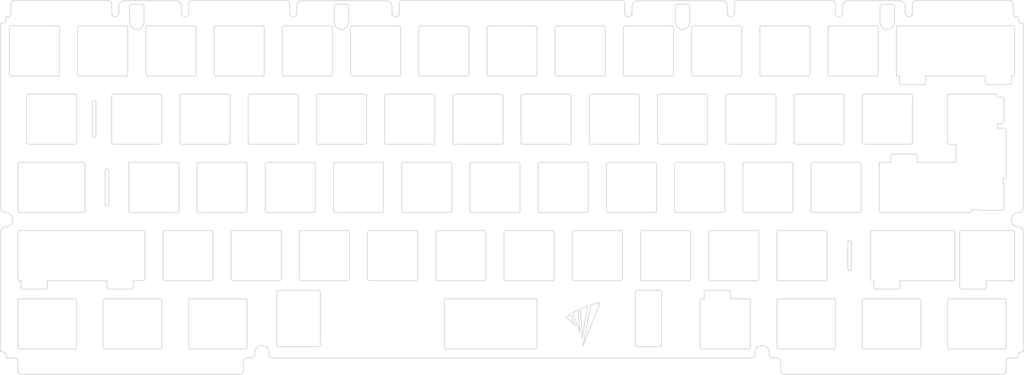
<source format=kicad_pcb>
(kicad_pcb (version 20211014) (generator pcbnew)

  (general
    (thickness 1.6)
  )

  (paper "A4")
  (layers
    (0 "F.Cu" signal)
    (31 "B.Cu" signal)
    (32 "B.Adhes" user "B.Adhesive")
    (33 "F.Adhes" user "F.Adhesive")
    (34 "B.Paste" user)
    (35 "F.Paste" user)
    (36 "B.SilkS" user "B.Silkscreen")
    (37 "F.SilkS" user "F.Silkscreen")
    (38 "B.Mask" user)
    (39 "F.Mask" user)
    (40 "Dwgs.User" user "User.Drawings")
    (41 "Cmts.User" user "User.Comments")
    (42 "Eco1.User" user "User.Eco1")
    (43 "Eco2.User" user "User.Eco2")
    (44 "Edge.Cuts" user)
    (45 "Margin" user)
    (46 "B.CrtYd" user "B.Courtyard")
    (47 "F.CrtYd" user "F.Courtyard")
    (48 "B.Fab" user)
    (49 "F.Fab" user)
    (50 "User.1" user)
    (51 "User.2" user)
    (52 "User.3" user)
    (53 "User.4" user)
    (54 "User.5" user)
    (55 "User.6" user)
    (56 "User.7" user)
    (57 "User.8" user)
    (58 "User.9" user)
  )

  (setup
    (pad_to_mask_clearance 0)
    (pcbplotparams
      (layerselection 0x00010fc_ffffffff)
      (disableapertmacros false)
      (usegerberextensions true)
      (usegerberattributes true)
      (usegerberadvancedattributes false)
      (creategerberjobfile false)
      (svguseinch false)
      (svgprecision 6)
      (excludeedgelayer true)
      (plotframeref false)
      (viasonmask false)
      (mode 1)
      (useauxorigin false)
      (hpglpennumber 1)
      (hpglpenspeed 20)
      (hpglpendiameter 15.000000)
      (dxfpolygonmode true)
      (dxfimperialunits true)
      (dxfusepcbnewfont true)
      (psnegative false)
      (psa4output false)
      (plotreference true)
      (plotvalue false)
      (plotinvisibletext false)
      (sketchpadsonfab false)
      (subtractmaskfromsilk true)
      (outputformat 1)
      (mirror false)
      (drillshape 0)
      (scaleselection 1)
      (outputdirectory "Gerbers/")
    )
  )

  (net 0 "")

  (gr_line (start 53.467962 91.893875) (end 53.46108 91.902389) (layer "Edge.Cuts") (width 0.2) (tstamp 00ba4968-cd3b-4c26-adc8-1e047fdef97c))
  (gr_line (start 258.839315 59.141339) (end 258.848821 59.133922) (layer "Edge.Cuts") (width 0.2) (tstamp 010e6bbc-3ed7-4f0d-9b0e-9701dfe42573))
  (gr_arc (start 111.515764 34.931216) (mid 111.162211 34.784769) (end 111.015764 34.431216) (layer "Edge.Cuts") (width 0.2) (tstamp 0219e135-07e4-4a3a-b4c6-65a468eff90d))
  (gr_line (start 18.646504 78.080786) (end 53.077754 78.080786) (layer "Edge.Cuts") (width 0.2) (tstamp 0256c789-07d1-45f2-a6c1-9d07b0d32fb7))
  (gr_line (start 111.515764 20.931216) (end 124.515764 20.931216) (layer "Edge.Cuts") (width 0.2) (tstamp 02cbd748-0ee2-4792-86ae-5f11d39a5ba1))
  (gr_arc (start 157.852964 59.031216) (mid 158.206517 59.177663) (end 158.352964 59.531216) (layer "Edge.Cuts") (width 0.2) (tstamp 02d64b1f-d4b9-4ceb-a235-fc2cb977fc5d))
  (gr_line (start 197.883614 95.280676) (end 197.883614 109.980676) (layer "Edge.Cuts") (width 0.2) (tstamp 033baead-ebfc-46e6-92b5-f3ae7f45f66d))
  (gr_arc (start 221.052964 73.031216) (mid 220.699411 72.884769) (end 220.552964 72.531216) (layer "Edge.Cuts") (width 0.2) (tstamp 0356caae-fbe7-410a-b704-f1dba9204dd6))
  (gr_arc (start 63.102964 72.531216) (mid 62.956517 72.884769) (end 62.602964 73.031216) (layer "Edge.Cuts") (width 0.2) (tstamp 03744abd-0696-4ec6-b4ea-59bdaf4fc2de))
  (gr_line (start 225.315764 34.431216) (end 225.315764 21.431216) (layer "Edge.Cuts") (width 0.2) (tstamp 0390ce9f-39b7-4f10-9696-7a7c567c3991))
  (gr_arc (start 62.602964 59.031216) (mid 62.956517 59.177663) (end 63.102964 59.531216) (layer "Edge.Cuts") (width 0.2) (tstamp 03a6a1aa-f3ba-4a0f-9217-80832aad472a))
  (gr_arc (start 65.840894 17.406216) (mid 64.840894 18.406216) (end 63.840894 17.406216) (layer "Edge.Cuts") (width 0.2) (tstamp 03b9f008-eca2-4e55-b1a7-b50766ca9513))
  (gr_arc (start 229.290464 39.981216) (mid 229.644017 40.127663) (end 229.790464 40.481216) (layer "Edge.Cuts") (width 0.2) (tstamp 03e0ee2f-a840-44f3-af91-1c18309cef6e))
  (gr_arc (start 114.990464 39.981216) (mid 115.344017 40.127663) (end 115.490464 40.481216) (layer "Edge.Cuts") (width 0.2) (tstamp 04095a04-e974-4501-8f19-f6ba993e7ed3))
  (gr_line (start 101.990464 39.981216) (end 114.990464 39.981216) (layer "Edge.Cuts") (width 0.2) (tstamp 04859e71-4c74-4427-ad7f-d835c73cb8ce))
  (gr_line (start 263.417787 34.476143) (end 263.416892 34.464785) (layer "Edge.Cuts") (width 0.2) (tstamp 04d5ec35-bef8-48bb-bbab-6ccfa917e5e6))
  (gr_arc (start 125.015764 34.431216) (mid 124.869317 34.784769) (end 124.515764 34.931216) (layer "Edge.Cuts") (width 0.2) (tstamp 05c8ba9f-cea2-4a98-bc71-961a9b29a661))
  (gr_arc (start 297.490614 77.056216) (mid 298.551242 77.495574) (end 298.990614 78.556216) (layer "Edge.Cuts") (width 0.2) (tstamp 05d0f33e-b7b3-46f3-bd2c-ccd6cbb0d7e7))
  (gr_arc (start 158.352964 72.531216) (mid 158.206517 72.884769) (end 157.852964 73.031216) (layer "Edge.Cuts") (width 0.2) (tstamp 05f55ab5-120b-4575-a3b7-0fa280db1bc1))
  (gr_line (start 263.497266 34.704821) (end 263.490406 34.694028) (layer "Edge.Cuts") (width 0.2) (tstamp 0711dd28-9308-47f1-b4ef-5720d5205ee0))
  (gr_arc (start 120.540464 40.481216) (mid 120.686911 40.127663) (end 121.040464 39.981216) (layer "Edge.Cuts") (width 0.2) (tstamp 07bbb7ad-461a-4c1d-9a67-f352b74270cc))
  (gr_arc (start 78.177964 92.081216) (mid 77.824411 91.934769) (end 77.677964 91.581216) (layer "Edge.Cuts") (width 0.2) (tstamp 081f82b5-afbe-45b8-94ba-fc62a72fea85))
  (gr_line (start 263.642159 34.849714) (end 263.631517 34.84256) (layer "Edge.Cuts") (width 0.2) (tstamp 0856a8ef-1b7e-40cb-b4ec-6af0439a2098))
  (gr_arc (start 295.965464 78.081216) (mid 296.319017 78.227663) (end 296.465464 78.581216) (layer "Edge.Cuts") (width 0.2) (tstamp 0887e89d-44ad-4301-a296-84735af12b9a))
  (gr_arc (start 209.780114 95.280676) (mid 209.933894 94.909453) (end 210.305114 94.755676) (layer "Edge.Cuts") (width 0.2) (tstamp 08891735-d749-49b3-8d03-34ed97f8a536))
  (gr_arc (start 248.340464 39.981216) (mid 248.694017 40.127663) (end 248.840464 40.481216) (layer "Edge.Cuts") (width 0.2) (tstamp 093a77a7-00e1-4dd8-88be-4bc1a9f6da5c))
  (gr_arc (start 209.146654 111.131216) (mid 208.793107 110.984766) (end 208.646654 110.631216) (layer "Edge.Cuts") (width 0.2) (tstamp 0a0a66dd-a536-4465-a0c2-1b31f57a0547))
  (gr_line (start 53.445143 91.920668) (end 53.436842 91.929486) (layer "Edge.Cuts") (width 0.2) (tstamp 0a83c641-0df5-4a9e-93ba-ddc2fe9cd718))
  (gr_line (start 205.741024 15.406216) (end 205.741024 19.906216) (layer "Edge.Cuts") (width 0.2) (tstamp 0ab91a94-0014-48f5-9489-81660e26ff7f))
  (gr_line (start 82.152904 113.656216) (end 83.286191 113.656216) (layer "Edge.Cuts") (width 0.2) (tstamp 0b21bd43-3169-4eb6-b553-5993a0a2ef65))
  (gr_line (start 258.829993 59.148993) (end 258.839315 59.141339) (layer "Edge.Cuts") (width 0.2) (tstamp 0b6d1870-b2dd-43dc-978a-fc3d6901f756))
  (gr_line (start 134.540464 40.481216) (end 134.540464 53.481216) (layer "Edge.Cuts") (width 0.2) (tstamp 0bcfc639-a26f-4c73-9729-0d5a73a5566b))
  (gr_line (start 220.552964 72.531216) (end 220.552964 59.531216) (layer "Edge.Cuts") (width 0.2) (tstamp 0d56a63e-0bdd-4385-8935-e325fde31f7b))
  (gr_arc (start 277.703114 97.631216) (mid 277.849558 97.277645) (end 278.203114 97.131216) (layer "Edge.Cuts") (width 0.2) (tstamp 0d62a741-5cdd-4bf0-92bf-f3cb96ca4160))
  (gr_arc (start 102.5653 109.980676) (mid 102.411547 110.351946) (end 102.0403 110.505676) (layer "Edge.Cuts") (width 0.2) (tstamp 0d761926-84e4-4db2-838e-84931db568e8))
  (gr_line (start 201.741024 19.906216) (end 201.741024 15.406216) (layer "Edge.Cuts") (width 0.2) (tstamp 0dbdb99d-8868-440d-9d51-f771146068eb))
  (gr_line (start 53.557511 91.718944) (end 53.554337 91.729414) (layer "Edge.Cuts") (width 0.2) (tstamp 0e00d2cc-632e-426b-a407-993fb7308e8f))
  (gr_line (start 278.203114 97.131216) (end 293.583904 97.131216) (layer "Edge.Cuts") (width 0.2) (tstamp 0e7b9c69-d43b-4ed5-9baf-3b9e3621883e))
  (gr_line (start 263.621038 34.835118) (end 263.610734 34.827393) (layer "Edge.Cuts") (width 0.2) (tstamp 0e8cc723-10d5-4dc9-96cf-7b52441c5d0c))
  (gr_arc (start 187.715764 34.931216) (mid 187.362211 34.784769) (end 187.215764 34.431216) (layer "Edge.Cuts") (width 0.2) (tstamp 0ea7c402-d3fb-4165-b2ad-895c8e5a1154))
  (gr_line (start 53.1502 92.074784) (end 53.138162 92.076532) (layer "Edge.Cuts") (width 0.2) (tstamp 0f60f51a-2526-43cf-a877-5f8cd3be8bc5))
  (gr_arc (start 77.677964 78.581216) (mid 77.824411 78.227663) (end 78.177964 78.081216) (layer "Edge.Cuts") (width 0.2) (tstamp 0f8f1ef1-049c-490f-b513-68bf74d551d6))
  (gr_arc (start 163.115764 34.431216) (mid 162.969317 34.784769) (end 162.615764 34.931216) (layer "Edge.Cuts") (width 0.2) (tstamp 0fb47714-8dd0-4388-a996-d9cf719c9358))
  (gr_arc (start 162.615764 20.931216) (mid 162.969317 21.077663) (end 163.115764 21.431216) (layer "Edge.Cuts") (width 0.2) (tstamp 1063fcb4-033b-4009-b12b-f61c7e3ac2f4))
  (gr_line (start 138.802964 73.031216) (end 125.802964 73.031216) (layer "Edge.Cuts") (width 0.2) (tstamp 10a42a50-f645-4877-a59e-850c33188b4c))
  (gr_line (start 53.343011 92.004972) (end 53.332676 92.01117) (layer "Edge.Cuts") (width 0.2) (tstamp 11035f20-69b9-4ad2-be52-264e4375e4e1))
  (gr_arc (start 119.752964 59.031216) (mid 120.106517 59.177663) (end 120.252964 59.531216) (layer "Edge.Cuts") (width 0.2) (tstamp 11120262-ff93-4454-8f4d-df0d47427595))
  (gr_arc (start 124.515764 20.931216) (mid 124.869317 21.077663) (end 125.015764 21.431216) (layer "Edge.Cuts") (width 0.2) (tstamp 114847df-ae6c-4b15-aded-b3a0c2ffee6e))
  (gr_arc (start 134.540464 53.481216) (mid 134.394017 53.834769) (end 134.040464 53.981216) (layer "Edge.Cuts") (width 0.2) (tstamp 1167a477-57b2-4758-b445-c4b8ad571a6c))
  (gr_line (start 206.765764 20.931216) (end 219.765764 20.931216) (layer "Edge.Cuts") (width 0.2) (tstamp 11e05f41-4fc1-492c-b952-d76a9a17c69e))
  (gr_line (start 100.702964 73.031216) (end 87.702964 73.031216) (layer "Edge.Cuts") (width 0.2) (tstamp 11f304a6-c59f-4885-927c-3342ea3f885c))
  (gr_line (start 295.965764 34.931216) (end 295.615114 34.931216) (layer "Edge.Cuts") (width 0.2) (tstamp 1254f903-dcc4-43c5-92be-0ad49d3344ee))
  (gr_arc (start 196.740464 40.481216) (mid 196.886911 40.127663) (end 197.240464 39.981216) (layer "Edge.Cuts") (width 0.2) (tstamp 125e150a-609d-4a27-8d04-24d2c45a6200))
  (gr_line (start 53.332676 92.01117) (end 53.322191 92.017108) (layer "Edge.Cuts") (width 0.2) (tstamp 1269a137-3134-4043-b02c-ab9e49bc85bf))
  (gr_arc (start 86.415764 20.931216) (mid 86.769317 21.077663) (end 86.915764 21.431216) (layer "Edge.Cuts") (width 0.2) (tstamp 1293ea97-0442-4dce-a3ef-8e834c0baede))
  (gr_line (start 186.927964 78.581216) (end 186.927964 91.581216) (layer "Edge.Cuts") (width 0.2) (tstamp 12aa5a82-556f-471d-912b-5be0ae2fa71a))
  (gr_line (start 42.505934 70.730466) (end 42.505934 61.331266) (layer "Edge.Cuts") (width 0.2) (tstamp 144163e9-4d33-4058-bb68-35ddc6454877))
  (gr_line (start 298.990614 71.556216) (end 298.990614 20.31513) (layer "Edge.Cuts") (width 0.2) (tstamp 1466a478-94b8-4543-ad5a-e56e4c0a2396))
  (gr_line (start 258.655983 59.478074) (end 258.657326 59.467359) (layer "Edge.Cuts") (width 0.2) (tstamp 147e9255-f12f-4b0f-985b-939f3373cd5a))
  (gr_arc (start 29.265764 20.931216) (mid 29.619317 21.077663) (end 29.765764 21.431216) (layer "Edge.Cuts") (width 0.2) (tstamp 14cd8648-59ec-41ce-bf5c-3c46c9f13226))
  (gr_line (start 174.54309 100.22452) (end 175.033849 106.440709) (layer "Edge.Cuts") (width 0.2) (tstamp 14e4ef3b-b40a-4b77-8efc-ffc59e197ba5))
  (gr_line (start 263.697393 34.881009) (end 263.686117 34.875358) (layer "Edge.Cuts") (width 0.2) (tstamp 15569ce7-5d03-476a-ba9f-5b5bcc898915))
  (gr_line (start 53.22141 92.058849) (end 53.2097 92.062159) (layer "Edge.Cuts") (width 0.2) (tstamp 155ebeab-93e3-4992-b22b-3f93299ed5b7))
  (gr_line (start 243.577964 92.081216) (end 230.577964 92.081216) (layer "Edge.Cuts") (width 0.2) (tstamp 15704bd9-cc2a-433e-96bc-f2d6b10d660d))
  (gr_line (start 270.271904 97.631216) (end 270.271904 110.631216) (layer "Edge.Cuts") (width 0.2) (tstamp 163424bd-1e40-40b5-bd7c-462ab2e51a8e))
  (gr_line (start 263.580978 34.802589) (end 263.57148 34.793802) (layer "Edge.Cuts") (width 0.2) (tstamp 16439887-0b2b-4441-9779-f071112d7c18))
  (gr_line (start 125.302964 72.531216) (end 125.302964 59.531216) (layer "Edge.Cuts") (width 0.2) (tstamp 165283ca-c16a-4df9-a4b0-e65664fde395))
  (gr_line (start 82.152904 97.631216) (end 82.152904 110.631216) (layer "Edge.Cuts") (width 0.2) (tstamp 1660244a-63b7-4cbf-b300-3dd530555e48))
  (gr_line (start 53.401552 91.962524) (end 53.392238 91.970206) (layer "Edge.Cuts") (width 0.2) (tstamp 178267b0-f7b5-4e93-80b2-00017e11c8f3))
  (gr_line (start 53.373061 91.984853) (end 53.36321 91.99181) (layer "Edge.Cuts") (width 0.2) (tstamp 1865ace9-82f3-4d57-85c2-b59439d162b9))
  (gr_line (start 205.477964 92.081216) (end 192.477964 92.081216) (layer "Edge.Cuts") (width 0.2) (tstamp 1989bb80-91e0-45af-bc34-f5bc833043d9))
  (gr_line (start 263.893474 34.930719) (end 263.882195 34.930088) (layer "Edge.Cuts") (width 0.2) (tstamp 19b8c3dd-6b09-48f5-baad-7b83d24c490b))
  (gr_line (start 58.338904 97.631216) (end 58.338904 110.631216) (layer "Edge.Cuts") (width 0.2) (tstamp 19f60acc-1ad7-43fc-9e88-b39cb1e58564))
  (gr_line (start 18.147024 110.631216) (end 18.147024 97.631216) (layer "Edge.Cuts") (width 0.2) (tstamp 1a48cc59-55b8-487f-a8c1-ee1739756daa))
  (gr_line (start 291.702614 49.506986) (end 293.584154 49.506986) (layer "Edge.Cuts") (width 0.2) (tstamp 1a876e44-9e64-4bd6-a655-b1a3631ccc96))
  (gr_line (start 258.778254 59.199713) (end 258.786348 59.190708) (layer "Edge.Cuts") (width 0.2) (tstamp 1b18ae03-c344-4894-abb4-57340a2a861d))
  (gr_line (start 53.244581 92.051436) (end 53.233039 92.055275) (layer "Edge.Cuts") (width 0.2) (tstamp 1b6dea97-fbbb-42f8-bb40-bc3854273471))
  (gr_arc (start 89.286191 113.656216) (mid 88.579067 113.363332) (end 88.286191 112.656216) (layer "Edge.Cuts") (width 0.2) (tstamp 1b72f7a7-717a-4569-8d24-dc16c27cc4ab))
  (gr_arc (start 177.402964 72.531216) (mid 177.256517 72.884769) (end 176.902964 73.031216) (layer "Edge.Cuts") (width 0.2) (tstamp 1bc1c098-ebd2-4984-b6fd-810d65f52aa3))
  (gr_line (start 253.102964 73.031216) (end 240.102964 73.031216) (layer "Edge.Cuts") (width 0.2) (tstamp 1bd54e07-860d-498a-b2cb-df499952deb2))
  (gr_line (start 258.720423 59.281386) (end 258.725972 59.271844) (layer "Edge.Cuts") (width 0.2) (tstamp 1bfa9797-9d14-44cd-8cd1-0c807447d930))
  (gr_line (start 209.146654 97.131216) (end 209.780114 97.131216) (layer "Edge.Cuts") (width 0.2) (tstamp 1c5e6c09-4713-4aec-b8c2-d2d86f309e43))
  (gr_arc (start 66.272114 111.131216) (mid 65.918528 110.984787) (end 65.772114 110.631216) (layer "Edge.Cuts") (width 0.2) (tstamp 1c674aa2-ec75-4ddd-bbea-21caadae2e10))
  (gr_arc (start 44.340464 40.481216) (mid 44.486911 40.127663) (end 44.840464 39.981216) (layer "Edge.Cuts") (width 0.2) (tstamp 1c70a6e0-3637-463a-a853-6be3fffb0215))
  (gr_line (start 259.092745 59.035733) (end 259.10476 59.03425) (layer "Edge.Cuts") (width 0.2) (tstamp 1c71548b-ad25-4b88-ae95-d1bbf3023a23))
  (gr_arc (start 34.028044 39.981216) (mid 34.38161 40.127656) (end 34.528044 40.481216) (layer "Edge.Cuts") (width 0.2) (tstamp 1ce992b1-8a18-4a55-aff7-44175dbb55ad))
  (gr_line (start 253.890464 53.481216) (end 253.890464 40.481216) (layer "Edge.Cuts") (width 0.2) (tstamp 1cea026a-9a0d-43cf-8670-06f80607a54d))
  (gr_line (start 120.540464 53.481216) (end 120.540464 40.481216) (layer "Edge.Cuts") (width 0.2) (tstamp 1cf24547-474e-483c-a78f-0e0bc5177434))
  (gr_line (start 18.647024 97.131216) (end 34.027814 97.131216) (layer "Edge.Cuts") (width 0.2) (tstamp 1cf3c022-dc05-4d20-88cb-d458b1b1372f))
  (gr_arc (start 163.115114 110.631216) (mid 162.96867 110.984787) (end 162.615114 111.131216) (layer "Edge.Cuts") (width 0.2) (tstamp 1d297cda-5b23-4db9-aa11-84971b05fb05))
  (gr_line (start 214.640979 13.906216) (end 191.219 13.906216) (layer "Edge.Cuts") (width 0.2) (tstamp 1d37afde-ba13-4814-9695-6ae99f7eea59))
  (gr_line (start 219.765764 34.931216) (end 206.765764 34.931216) (layer "Edge.Cuts") (width 0.2) (tstamp 1d42d2f6-08d0-4a89-83ef-284a70d89b80))
  (gr_line (start 263.471622 34.660863) (end 263.46597 34.649587) (layer "Edge.Cuts") (width 0.2) (tstamp 1d9e675d-0236-4661-87c8-5a6be4880e93))
  (gr_arc (start 230.079144 113.656216) (mid 230.786264 113.949102) (end 231.079144 114.656216) (layer "Edge.Cuts") (width 0.2) (tstamp 1dc87e29-3f93-4f87-b168-b06974935c07))
  (gr_line (start 296.465764 21.431216) (end 296.465764 34.431216) (layer "Edge.Cuts") (width 0.2) (tstamp 1dd71010-3f12-4129-8a96-4da6ddd73b77))
  (gr_line (start 258.786348 59.190708) (end 258.794662 59.181919) (layer "Edge.Cuts") (width 0.2) (tstamp 1e350ff6-7700-449e-b066-6d8d959a3c52))
  (gr_arc (start 253.891114 97.631216) (mid 254.037558 97.277645) (end 254.391114 97.131216) (layer "Edge.Cuts") (width 0.2) (tstamp 1e6f8e14-d7d5-4e84-a885-09e699c356cc))
  (gr_line (start 121.013048 13.906216) (end 97.591154 13.906216) (layer "Edge.Cuts") (width 0.2) (tstamp 1eadb4e8-132e-4fd7-9be0-37572ac05252))
  (gr_line (start 259.068809 59.039458) (end 259.080759 59.037468) (layer "Edge.Cuts") (width 0.2) (tstamp 1f586313-c172-4c1f-8d8a-620bec7c858b))
  (gr_arc (start 294.083904 114.656072) (mid 294.376815 113.949008) (end 295.083904 113.656072) (layer "Edge.Cuts") (width 0.2) (tstamp 1f5e6f5a-8f62-4375-813f-05971294ba31))
  (gr_line (start 253.602964 59.531216) (end 253.602964 72.531216) (layer "Edge.Cuts") (width 0.2) (tstamp 1fa4708e-bb4c-451d-8144-46be2ae6206f))
  (gr_line (start 293.233114 63.505986) (end 293.233114 64.924421) (layer "Edge.Cuts") (width 0.2) (tstamp 1fe78225-8c0a-4818-82d0-85c173c88737))
  (gr_arc (start 297.041114 18.405956) (mid 296.333961 18.113083) (end 296.041114 17.405956) (layer "Edge.Cuts") (width 0.2) (tstamp 1ffa7edc-3745-48bf-b0e1-7860583b321a))
  (gr_line (start 116.277964 78.081216) (end 129.277964 78.081216) (layer "Edge.Cuts") (width 0.2) (tstamp 20227ae8-e3ad-445f-8d8a-d967a3b3a2f3))
  (gr_line (start 53.267369 92.04296) (end 53.256026 92.047332) (layer "Edge.Cuts") (width 0.2) (tstamp 20332034-3289-4a58-b0f4-e304f9757fe9))
  (gr_arc (start 279.296114 78.081216) (mid 279.649635 78.22768) (end 279.796114 78.581216) (layer "Edge.Cuts") (width 0.2) (tstamp 204d0fc4-e343-4332-9486-8d6b76d26bf3))
  (gr_arc (start 167.377964 78.081216) (mid 167.731517 78.227663) (end 167.877964 78.581216) (layer "Edge.Cuts") (width 0.2) (tstamp 204d39b4-4935-4922-b2bf-2a4e6c5369fc))
  (gr_arc (start 244.077964 91.581216) (mid 243.931517 91.934769) (end 243.577964 92.081216) (layer "Edge.Cuts") (width 0.2) (tstamp 216b4cab-ed92-4468-b85f-288c7e7a8f43))
  (gr_line (start 15.765764 34.431216) (end 15.765764 21.431216) (layer "Edge.Cuts") (width 0.2) (tstamp 216d7352-d197-44f3-b95f-4ba5200aa6e5))
  (gr_arc (start 163.902964 73.031216) (mid 163.549411 72.884769) (end 163.402964 72.531216) (layer "Edge.Cuts") (width 0.2) (tstamp 21d6605a-e4af-475f-8de6-46eba2502c00))
  (gr_line (start 163.115114 97.631216) (end 163.115114 110.631216) (layer "Edge.Cuts") (width 0.2) (tstamp 220d91b5-f7c2-4d6b-9919-a9159c4ef685))
  (gr_arc (start 121.040464 53.981216) (mid 120.686911 53.834769) (end 120.540464 53.481216) (layer "Edge.Cuts") (width 0.2) (tstamp 22775c93-ebd2-4a6a-b490-dc302dcfa7c6))
  (gr_line (start 53.311562 92.022781) (end 53.300706 92.028232) (layer "Edge.Cuts") (width 0.2) (tstamp 22e9778e-78bd-437c-853b-f81119ad2294))
  (gr_arc (start 270.271904 110.631216) (mid 270.12546 110.984784) (end 269.771904 111.131216) (layer "Edge.Cuts") (width 0.2) (tstamp 235729e7-fe26-46f2-9b9a-5168359f5479))
  (gr_arc (start 58.340464 53.481216) (mid 58.194017 53.834769) (end 57.840464 53.981216) (layer "Edge.Cuts") (width 0.2) (tstamp 23fe2afd-3414-456e-b31c-f37d25d2ff0d))
  (gr_line (start 280.084854 59.031233) (end 280.084854 53.981216) (layer "Edge.Cuts") (width 0.2) (tstamp 2408ca16-f99d-4f6d-bde1-e7dce25782a6))
  (gr_line (start 177.690464 53.481216) (end 177.690464 40.481216) (layer "Edge.Cuts") (width 0.2) (tstamp 241fa8ee-8970-450a-8fe9-7a33f479cf97))
  (gr_arc (start 246.458904 110.631216) (mid 246.31246 110.984784) (end 245.958904 111.131216) (layer "Edge.Cuts") (width 0.2) (tstamp 24dcdc18-c102-4d68-a31d-ab83982cf602))
  (gr_arc (start 225.815764 34.931216) (mid 225.462211 34.784769) (end 225.315764 34.431216) (layer "Edge.Cuts") (width 0.2) (tstamp 25247c1f-beba-4b34-a322-4a80793306a2))
  (gr_line (start 182.952964 59.031216) (end 195.952964 59.031216) (layer "Edge.Cuts") (width 0.2) (tstamp 2534245e-1db2-4b33-8caa-6bd6907c490e))
  (gr_arc (start 14.740764 73.055956) (mid 13.680104 72.616616) (end 13.240764 71.555956) (layer "Edge.Cuts") (width 0.2) (tstamp 25b4ba93-3003-4801-b1cf-3d825258955f))
  (gr_line (start 43.341024 13.806216) (end 17.190764 13.806216) (layer "Edge.Cuts") (width 0.2) (tstamp 25e17bb5-b5d0-422c-8dd6-e45b4e43bbd0))
  (gr_line (start 263.720205 34.891386) (end 263.70876 34.886353) (layer "Edge.Cuts") (width 0.2) (tstamp 27b4e892-39a6-43ec-9dd8-dbdac9a8da06))
  (gr_line (start 53.577631 91.591382) (end 53.577261 91.602006) (layer "Edge.Cuts") (width 0.2) (tstamp 27d4a0dd-c3e9-4476-9ab5-5867ab6a13e5))
  (gr_arc (start 54.365764 34.931216) (mid 54.012211 34.784769) (end 53.865764 34.431216) (layer "Edge.Cuts") (width 0.2) (tstamp 2804334a-b441-4a1e-a4d1-c40c2922cc3d))
  (gr_line (start 125.015764 21.431216) (end 125.015764 34.431216) (layer "Edge.Cuts") (width 0.2) (tstamp 280d012a-ed4b-4411-91a4-ebdd12fc1f97))
  (gr_line (start 258.657326 59.467359) (end 258.658907 59.456647) (layer "Edge.Cuts") (width 0.2) (tstamp 280ff3d8-45b0-4a9c-b96b-3689c5d6cf1e))
  (gr_arc (start 52.841024 14.906216) (mid 53.194603 15.052648) (end 53.341024 15.406216) (layer "Edge.Cuts") (width 0.2) (tstamp 288b6594-2620-49c2-b11d-627e36397314))
  (gr_line (start 245.391069 13.806216) (end 219.240979 13.806216) (layer "Edge.Cuts") (width 0.2) (tstamp 28c69d27-5116-49c2-9bd7-361ddebffcdb))
  (gr_arc (start 72.127964 78.081216) (mid 72.481517 78.227663) (end 72.627964 78.581216) (layer "Edge.Cuts") (width 0.2) (tstamp 28f0dd70-b521-43d4-94a9-590dfb874c80))
  (gr_line (start 18.147024 114.656216) (end 18.147024 117.256216) (layer "Edge.Cuts") (width 0.2) (tstamp 2918568b-30c7-467c-9a33-c337d2ba6a1b))
  (gr_arc (start 295.615114 36.781216) (mid 295.461348 37.152465) (end 295.090114 37.306216) (layer "Edge.Cuts") (width 0.2) (tstamp 294e6818-122f-4b5d-a402-0416ceb5169c))
  (gr_line (start 92.991154 13.806216) (end 66.840894 13.806216) (layer "Edge.Cuts") (width 0.2) (tstamp 295f275c-1ebc-4877-98d2-97646edc493e))
  (gr_line (start 187.619 17.406216) (end 187.619 14.806216) (layer "Edge.Cuts") (width 0.2) (tstamp 2978121c-e3fa-45b5-ad0a-01f40c13a090))
  (gr_line (start 58.627964 91.581216) (end 58.627964 78.581216) (layer "Edge.Cuts") (width 0.2) (tstamp 29b9f883-a95b-4940-b0a8-05601ec389f6))
  (gr_arc (start 230.078114 97.631216) (mid 230.224558 97.277645) (end 230.578114 97.131216) (layer "Edge.Cuts") (width 0.2) (tstamp 2a516b81-9c5d-42f7-8f29-91809d7c1aeb))
  (gr_arc (start 256.271714 78.581216) (mid 256.418158 78.227645) (end 256.771714 78.081216) (layer "Edge.Cuts") (width 0.2) (tstamp 2a7215cb-be74-49f2-960d-4bdd2b3d9ca4))
  (gr_line (start 178.190464 39.981216) (end 191.190464 39.981216) (layer "Edge.Cuts") (width 0.2) (tstamp 2ab009ac-8a52-4e7c-a405-e6fd481c6d14))
  (gr_line (start 258.662777 59.435263) (end 258.665062 59.424602) (layer "Edge.Cuts") (width 0.2) (tstamp 2b0b1e26-1c87-42fe-b95d-a9c25f8ed988))
  (gr_line (start 288.265114 36.781216) (end 288.265114 34.931216) (layer "Edge.Cuts") (width 0.2) (tstamp 2b3711b8-0857-4861-81ae-00f69aa0c03a))
  (gr_line (start 97.227964 78.081216) (end 110.227964 78.081216) (layer "Edge.Cuts") (width 0.2) (tstamp 2bcddc7e-519d-4cca-a743-960223d8d3e6))
  (gr_line (start 62.602964 73.031216) (end 49.602964 73.031216) (layer "Edge.Cuts") (width 0.2) (tstamp 2c1ac94a-e1bc-43b5-b672-7cab6a157bab))
  (gr_arc (start 41.958114 97.631216) (mid 42.104558 97.277645) (end 42.458114 97.131216) (layer "Edge.Cuts") (width 0.2) (tstamp 2c5b4213-de24-48bc-9602-9a5c254e7c69))
  (gr_arc (start 191.690464 53.481216) (mid 191.544017 53.834769) (end 191.190464 53.981216) (layer "Edge.Cuts") (width 0.2) (tstamp 2c96b4bd-83d6-4efc-ae1f-97fa6b360636))
  (gr_line (start 263.420389 34.499064) (end 263.41895 34.487572) (layer "Edge.Cuts") (width 0.2) (tstamp 2c9a2e90-7018-456a-bdc9-94a2ababa53b))
  (gr_arc (start 73.415764 34.931216) (mid 73.062211 34.784769) (end 72.915764 34.431216) (layer "Edge.Cuts") (width 0.2) (tstamp 2ca9c0bd-b5ab-4a44-b149-15a7ff00018b))
  (gr_line (start 258.365764 21.431216) (end 258.365764 34.431216) (layer "Edge.Cuts") (width 0.2) (tstamp 2d072ab9-0efe-4bb9-bd3a-d77609d01949))
  (gr_arc (start 36.409014 59.031216) (mid 36.762535 59.17768) (end 36.909014 59.531216) (layer "Edge.Cuts") (width 0.2) (tstamp 2d51b6b1-1b02-44ed-8fef-040bcef44325))
  (gr_arc (start 190.533614 95.280676) (mid 190.687394 94.909453) (end 191.058614 94.755676) (layer "Edge.Cuts") (width 0.2) (tstamp 2d749b3a-1707-4a10-9407-6ff1d6a594b3))
  (gr_line (start 13.240764 20.31513) (end 13.240764 71.555956) (layer "Edge.Cuts") (width 0.2) (tstamp 2daca2c0-3a34-4acb-ad93-7e2f5408ab04))
  (gr_line (start 244.077964 78.581216) (end 244.077964 91.581216) (layer "Edge.Cuts") (width 0.2) (tstamp 2dcad9c5-2247-40d8-8d81-38c6149134dc))
  (gr_arc (start 63.390464 40.481216) (mid 63.536911 40.127663) (end 63.890464 39.981216) (layer "Edge.Cuts") (width 0.2) (tstamp 2ddefdac-6b08-44dd-a30c-e77d1eaf80ac))
  (gr_line (start 263.544391 34.766002) (end 263.535858 34.756287) (layer "Edge.Cuts") (width 0.2) (tstamp 2deb12d2-4bf0-4362-9456-bc230af19cdc))
  (gr_line (start 137.208114 110.631216) (end 137.208114 97.631216) (layer "Edge.Cuts") (width 0.2) (tstamp 2e1480c6-c98d-472a-a458-dd36853c77c3))
  (gr_line (start 224.527964 92.081216) (end 211.527964 92.081216) (layer "Edge.Cuts") (width 0.2) (tstamp 2e5e9b4d-51f6-46d3-888b-4fc2ce4bf642))
  (gr_arc (start 172.640464 53.481216) (mid 172.494017 53.834769) (end 172.140464 53.981216) (layer "Edge.Cuts") (width 0.2) (tstamp 2e7938c1-974b-4686-8639-9a00fc8b4a35))
  (gr_line (start 149.115764 34.431216) (end 149.115764 21.431216) (layer "Edge.Cuts") (width 0.2) (tstamp 2eddc2c2-f8c2-4ad0-89dc-66bf7537ee78))
  (gr_line (start 259.129032 59.032001) (end 259.153376 59.030619) (layer "Edge.Cuts") (width 0.2) (tstamp 2f7a6e05-b3ff-4235-85c3-e0b38033d848))
  (gr_line (start 263.946114 94.455716) (end 257.646114 94.455716) (layer "Edge.Cuts") (width 0.2) (tstamp 2fef61c3-62bf-46ff-a671-8c6f995e3e66))
  (gr_line (start 101.202964 59.531216) (end 101.202964 72.531216) (layer "Edge.Cuts") (width 0.2) (tstamp 300e99a0-db8d-4e32-8a3d-f9aa2dc2e7ea))
  (gr_arc (start 144.852964 73.031216) (mid 144.499411 72.884769) (end 144.352964 72.531216) (layer "Edge.Cuts") (width 0.2) (tstamp 306b34b0-2454-4afd-9b4a-a42c66f73b59))
  (gr_line (start 257.121114 93.930716) (end 257.121114 92.081216) (layer "Edge.Cuts") (width 0.2) (tstamp 30bffd09-ad3f-42b4-bafa-fd38e8800604))
  (gr_line (start 29.765764 21.431216) (end 29.765764 34.431216) (layer "Edge.Cuts") (width 0.2) (tstamp 30db0b4f-11f7-4c27-b137-a1969bbbc92b))
  (gr_line (start 258.763456 59.217456) (end 258.770385 59.20893) (layer "Edge.Cuts") (width 0.2) (tstamp 316e6366-943e-4520-a7d3-fd4a46c61881))
  (gr_line (start 172.425051 101.451966) (end 173.713413 104.535578) (layer "Edge.Cuts") (width 0.2) (tstamp 31a64c3a-15f8-440a-b150-dc295c2898ea))
  (gr_line (start 53.053653 92.082296) (end 50.346514 92.080845) (layer "Edge.Cuts") (width 0.2) (tstamp 3207d9e0-7165-45cc-8c06-7bd4694f9395))
  (gr_line (start 259.10476 59.03425) (end 259.116886 59.033008) (layer "Edge.Cuts") (width 0.2) (tstamp 32141174-d4a6-4111-948a-fd5bf0ecc96d))
  (gr_line (start 177.402964 59.531216) (end 177.402964 72.531216) (layer "Edge.Cuts") (width 0.2) (tstamp 3279dd49-4bec-464a-9304-ca50ae9f9956))
  (gr_arc (start 101.990464 53.981216) (mid 101.636911 53.834769) (end 101.490464 53.481216) (layer "Edge.Cuts") (width 0.2) (tstamp 32b72d23-99b4-4a1b-841a-0903b4bd4264))
  (gr_line (start 263.70876 34.886353) (end 263.697393 34.881009) (layer "Edge.Cuts") (width 0.2) (tstamp 32da9bac-32ec-4dfe-8ee3-6b2d2b414528))
  (gr_arc (start 14.740764 73.055956) (mid 16.740764 75.055956) (end 14.740764 77.055956) (layer "Edge.Cuts") (width 0.2) (tstamp 337a9432-119a-4303-b6b4-531bab2e8512))
  (gr_arc (start 43.341024 13.806216) (mid 44.048157 14.099095) (end 44.341024 14.806216) (layer "Edge.Cuts") (width 0.2) (tstamp 3480b665-36e3-4631-b5c8-7dc934c56929))
  (gr_line (start 258.670322 59.403376) (end 258.673293 59.392824) (layer "Edge.Cuts") (width 0.2) (tstamp 34cd142e-238e-4bc7-9806-29b204e918f2))
  (gr_line (start 264.291024 13.906216) (end 249.991069 13.906216) (layer "Edge.Cuts") (width 0.2) (tstamp 35247fc8-5dab-4bfc-a9e0-259bf6ca55ee))
  (gr_arc (start 84.286191 112.656216) (mid 83.993299 113.363332) (end 83.286191 113.656216) (layer "Edge.Cuts") (width 0.2) (tstamp 35b5a7da-152e-483a-bac0-7d6825dc665b))
  (gr_line (start 281.121114 93.930716) (end 281.121114 78.581216) (layer "Edge.Cuts") (width 0.2) (tstamp 361becca-1937-4e38-a156-f971f31e2840))
  (gr_line (start 269.771904 111.131216) (end 254.391114 111.131216) (layer "Edge.Cuts") (width 0.2) (tstamp 365b2a86-a5ac-4ca2-a3c1-c112b4889da1))
  (gr_line (start 202.241024 14.906216) (end 205.241024 14.906216) (layer "Edge.Cuts") (width 0.2) (tstamp 36ff5923-8b4b-4063-9439-8d3be5968582))
  (gr_arc (start 58.338904 110.631216) (mid 58.19246 110.984784) (end 57.838904 111.131216) (layer "Edge.Cuts") (width 0.2) (tstamp 37654e3d-a907-4c4e-bfd6-664eac48df57))
  (gr_line (start 258.82086 59.156882) (end 258.829993 59.148993) (layer "Edge.Cuts") (width 0.2) (tstamp 376e9ba9-4dfe-48ad-86bc-f8b1741bf59a))
  (gr_line (start 82.152964 59.531216) (end 82.152964 72.531216) (layer "Edge.Cuts") (width 0.2) (tstamp 37ac802e-223d-4602-b310-69052d365afc))
  (gr_line (start 211.027964 91.581216) (end 211.027964 78.581216) (layer "Edge.Cuts") (width 0.2) (tstamp 38667502-9c10-4a71-bf48-a28527d98c33))
  (gr_line (start 263.553178 34.7755) (end 263.544391 34.766002) (layer "Edge.Cuts") (width 0.2) (tstamp 387a8819-813b-4e1e-8acb-996a46338886))
  (gr_line (start 244.365764 34.431216) (end 244.365764 21.431216) (layer "Edge.Cuts") (width 0.2) (tstamp 38c470b8-6096-4bea-8fd0-49f198802351))
  (gr_arc (start 222.146654 97.131216) (mid 222.500214 97.277659) (end 222.646654 97.631216) (layer "Edge.Cuts") (width 0.2) (tstamp 399cf34e-5775-45f9-9e82-0abda49a728f))
  (gr_arc (start 295.965764 20.931216) (mid 296.319317 21.077663) (end 296.465764 21.431216) (layer "Edge.Cuts") (width 0.2) (tstamp 3a3e6550-6f28-4765-bb11-d0b9b4b6f7be))
  (gr_line (start 195.952964 73.031216) (end 182.952964 73.031216) (layer "Edge.Cuts") (width 0.2) (tstamp 3a6481f5-0937-46fd-8f25-720146201232))
  (gr_line (start 253.891114 110.631216) (end 253.891114 97.631216) (layer "Edge.Cuts") (width 0.2) (tstamp 3a8c527d-085a-4269-8a60-5f255880c782))
  (gr_line (start 197.358614 110.505676) (end 191.058614 110.505676) (layer "Edge.Cuts") (width 0.2) (tstamp 3a99f556-50eb-4f0e-b8e1-45fa5523fce9))
  (gr_line (start 263.422107 34.510609) (end 263.420389 34.499064) (layer "Edge.Cuts") (width 0.2) (tstamp 3afecd00-7c12-4e01-acdc-c25bef83c3b0))
  (gr_line (start 53.571794 91.655336) (end 53.56999 91.665999) (layer "Edge.Cuts") (width 0.2) (tstamp 3b01161e-1412-448d-baac-c1cd14cd775e))
  (gr_arc (start 281.646114 94.455716) (mid 281.274915 94.301929) (end 281.121114 93.930716) (layer "Edge.Cuts") (width 0.2) (tstamp 3b0ec637-bc69-48b9-8562-3005929574ca))
  (gr_line (start 34.528044 40.481216) (end 34.528044 53.481216) (layer "Edge.Cuts") (width 0.2) (tstamp 3ba0237d-c5af-40b9-b4ab-eb9e75ed7466))
  (gr_arc (start 182.452964 59.531216) (mid 182.599411 59.177663) (end 182.952964 59.031216) (layer "Edge.Cuts") (width 0.2) (tstamp 3be6f95e-e20d-40e1-baca-3ec0f3d6cb58))
  (gr_arc (start 90.944478 110.505676) (mid 90.573252 110.35191) (end 90.419478 109.980676) (layer "Edge.Cuts") (width 0.2) (tstamp 3c0f2b15-5cda-4a9c-9b3a-a213a5cf0e06))
  (gr_line (start 53.505197 91.839595) (end 53.499484 91.848991) (layer "Edge.Cuts") (width 0.2) (tstamp 3cf23880-7364-408c-a2ab-2f90336dd2f9))
  (gr_line (start 279.296114 92.081216) (end 264.471114 92.081216) (layer "Edge.Cuts") (width 0.2) (tstamp 3d8bf8bd-a447-44e7-9863-0d133a705316))
  (gr_line (start 263.847916 34.926591) (end 263.836371 34.924873) (layer "Edge.Cuts") (width 0.2) (tstamp 3d9c599b-611c-43f4-adba-b6d43e6f769c))
  (gr_arc (start 68.652964 73.031216) (mid 68.299411 72.884769) (end 68.152964 72.531216) (layer "Edge.Cuts") (width 0.2) (tstamp 3e0b422f-b63d-4c8c-bf81-2911fa84234c))
  (gr_line (start 291.702614 40.831986) (end 292.934154 40.831986) (layer "Edge.Cuts") (width 0.2) (tstamp 3e17b207-b337-47c3-8dd9-f04cb6a9a7be))
  (gr_line (start 53.46108 91.902389) (end 53.453225 91.911635) (layer "Edge.Cuts") (width 0.2) (tstamp 3f1b55bb-0ae9-4e0d-9f2c-ad51a683c8a5))
  (gr_line (start 248.340464 53.981216) (end 235.340464 53.981216) (layer "Edge.Cuts") (width 0.2) (tstamp 3f334a45-7374-468c-a102-1c43a3ee04f0))
  (gr_arc (start 116.277964 92.081216) (mid 115.924411 91.934769) (end 115.777964 91.581216) (layer "Edge.Cuts") (width 0.2) (tstamp 3f6af499-3a40-498e-848e-7be292d0ce80))
  (gr_line (start 248.391069 15.506216) (end 248.391069 17.406216) (layer "Edge.Cuts") (width 0.2) (tstamp 41c88f8d-dffb-4972-b0e1-4b8421228c53))
  (gr_line (start 263.416892 34.464785) (end 263.416261 34.453506) (layer "Edge.Cuts") (width 0.2) (tstamp 41e09a7a-25bb-44bb-bf01-e6faa73b2151))
  (gr_line (start 82.440464 53.481216) (end 82.440464 40.481216) (layer "Edge.Cuts") (width 0.2) (tstamp 41ff455d-169e-45b7-877e-2a9d70f56481))
  (gr_line (start 239.315764 21.431216) (end 239.315764 34.431216) (layer "Edge.Cuts") (width 0.2) (tstamp 4203ee6f-78cf-4788-806d-96e3a0d0f4bc))
  (gr_line (start 173.427964 78.081216) (end 186.427964 78.081216) (layer "Edge.Cuts") (width 0.2) (tstamp 4270559c-1179-4949-8cf8-d8542f52441f))
  (gr_line (start 263.45087 34.615263) (end 263.446456 34.603698) (layer "Edge.Cuts") (width 0.2) (tstamp 42772667-98a7-4b37-9504-7243b7149779))
  (gr_arc (start 148.327964 78.081216) (mid 148.681517 78.227663) (end 148.827964 78.581216) (layer "Edge.Cuts") (width 0.2) (tstamp 428da68d-78de-4ec4-859c-8386ca00e7c2))
  (gr_line (start 124.613048 14.806216) (end 124.613048 17.406216) (layer "Edge.Cuts") (width 0.2) (tstamp 429e3ee3-ddd8-480a-985b-1e5d9791d2fd))
  (gr_line (start 91.177964 92.081216) (end 78.177964 92.081216) (layer "Edge.Cuts") (width 0.2) (tstamp 42a75e42-ba8f-43d5-b61a-dd19d39844d4))
  (gr_line (start 158.640464 53.481216) (end 158.640464 40.481216) (layer "Edge.Cuts") (width 0.2) (tstamp 42c2caf8-a1ab-4d24-8835-1dcb99273090))
  (gr_line (start 43.505934 61.331266) (end 43.505934 70.730466) (layer "Edge.Cuts") (width 0.2) (tstamp 430310ce-b044-4b17-ae55-41748aa27bf8))
  (gr_arc (start 294.084154 63.005986) (mid 293.937717 63.359555) (end 293.584154 63.505986) (layer "Edge.Cuts") (width 0.2) (tstamp 431c01f3-d3ef-49de-abdc-0a9306ae6530))
  (gr_arc (start 293.583904 97.131216) (mid 293.937432 97.277677) (end 294.083904 97.631216) (layer "Edge.Cuts") (width 0.2) (tstamp 43668066-f358-42fc-b104-580d4395d06c))
  (gr_arc (start 298.990614 71.556216) (mid 298.551277 72.616894) (end 297.490614 73.056216) (layer "Edge.Cuts") (width 0.2) (tstamp 439f790f-aa36-49a0-b4f3-070832e4374c))
  (gr_arc (start 297.401091 113.656072) (mid 297.715924 112.316219) (end 298.990614 111.797112) (layer "Edge.Cuts") (width 0.2) (tstamp 43cffff9-3aa6-4463-8b8a-2bbcd8c4a0ed))
  (gr_line (start 66.272114 97.131216) (end 81.652904 97.131216) (layer "Edge.Cuts") (width 0.2) (tstamp 447cb67d-683d-4713-97fe-f12ec50c13c0))
  (gr_line (start 263.442351 34.59209) (end 263.438555 34.580452) (layer "Edge.Cuts") (width 0.2) (tstamp 44891ca8-ccb0-4792-9a01-3fac4ef90224))
  (gr_arc (start 181.665764 20.931216) (mid 182.019317 21.077663) (end 182.165764 21.431216) (layer "Edge.Cuts") (width 0.2) (tstamp 44cb5078-16b9-494d-a972-caa538108af0))
  (gr_line (start 258.654018 59.499491) (end 258.654879 59.488787) (layer "Edge.Cuts") (width 0.2) (tstamp 44fc1148-0bb1-41e0-a254-e77176022cdb))
  (gr_line (start 53.077862 92.081629) (end 53.053653 92.082296) (layer "Edge.Cuts") (width 0.2) (tstamp 454bf00b-f834-4416-827a-ed6d1e875f10))
  (gr_arc (start 95.991154 15.506216) (mid 96.459783 14.374842) (end 97.591154 13.906216) (layer "Edge.Cuts") (width 0.2) (tstamp 455dd0f0-afdf-459a-abce-a6e1db258a51))
  (gr_line (start 53.341024 15.406216) (end 53.341024 19.906216) (layer "Edge.Cuts") (width 0.2) (tstamp 456677c1-ade5-4eae-9164-97713cbf55a3))
  (gr_arc (start 168.165764 21.431216) (mid 168.312211 21.077663) (end 168.665764 20.931216) (layer "Edge.Cuts") (width 0.2) (tstamp 4568709c-7d55-4e53-ae73-81b05e162be5))
  (gr_arc (start 97.227964 92.081216) (mid 96.874411 91.934769) (end 96.727964 91.581216) (layer "Edge.Cuts") (width 0.2) (tstamp 4601e5b5-442a-4b91-b51c-ab887d1346ba))
  (gr_line (start 16.190764 14.806216) (end 16.190764 17.405956) (layer "Edge.Cuts") (width 0.2) (tstamp 46439160-73d0-4ef4-a197-7a2e177a0c4b))
  (gr_arc (start 277.702614 40.481216) (mid 277.849058 40.127645) (end 278.202614 39.981216) (layer "Edge.Cuts") (width 0.2) (tstamp 467e2a5e-6700-4cd5-9dee-6fd28bb7a24e))
  (gr_line (start 230.077964 91.581216) (end 230.077964 78.581216) (layer "Edge.Cuts") (width 0.2) (tstamp 469ef069-9a0c-4200-9308-80cb1e7793df))
  (gr_line (start 269.233614 59.031347) (end 280.084854 59.031233) (layer "Edge.Cuts") (width 0.2) (tstamp 46d1f673-f7af-460f-ad2a-cc0acec706b2))
  (gr_line (start 53.565684 91.68727) (end 53.563186 91.697865) (layer "Edge.Cuts") (width 0.2) (tstamp 46ff006a-78d7-43e2-8f4d-78e357f29900))
  (gr_line (start 296.465464 78.581216) (end 296.465464 91.581216) (layer "Edge.Cuts") (width 0.2) (tstamp 47379ede-eb0b-414f-939a-40d99b2e1a2e))
  (gr_arc (start 293.584154 49.506986) (mid 293.937724 49.653427) (end 294.084154 50.006986) (layer "Edge.Cuts") (width 0.2) (tstamp 476d1754-5ea2-4470-9918-387f21670e69))
  (gr_line (start 106.991024 14.906216) (end 109.991024 14.906216) (layer "Edge.Cuts") (width 0.2) (tstamp 47b1dcb2-f2ea-4b6c-8c03-d9c1dbd0f265))
  (gr_line (start 263.78985 34.915102) (end 263.778185 34.911915) (layer "Edge.Cuts") (width 0.2) (tstamp 47dc2be1-0f3b-43fa-93e8-a48d2cadecb0))
  (gr_arc (start 256.771714 92.081216) (mid 256.418193 91.934752) (end 256.271714 91.581216) (layer "Edge.Cuts") (width 0.2) (tstamp 48151086-f139-4196-b8c1-6d4cd9c37257))
  (gr_arc (start 38.934254 42.281616) (mid 39.434254 41.781616) (end 39.934254 42.281616) (layer "Edge.Cuts") (width 0.2) (tstamp 483b6d58-549c-4e16-9894-015866cd245b))
  (gr_line (start 68.152964 72.531216) (end 68.152964 59.531216) (layer "Edge.Cuts") (width 0.2) (tstamp 483c27cb-8dce-4adf-88b4-f3cbadca873d))
  (gr_arc (start 262.391024 14.906216) (mid 262.744603 15.052648) (end 262.891024 15.406216) (layer "Edge.Cuts") (width 0.2) (tstamp 48673dd6-56a6-4c6e-8b0e-6fe213d41891))
  (gr_line (start 208.646654 110.631216) (end 208.646654 97.631216) (layer "Edge.Cuts") (width 0.2) (tstamp 4896d521-157f-4a27-b7df-2441a78aaf8d))
  (gr_line (start 49.102964 72.531216) (end 49.102964 59.531216) (layer "Edge.Cuts") (width 0.2) (tstamp 49360ab5-701a-4bd0-a7d7-5a9ef0b2ba5e))
  (gr_arc (start 215.502964 72.531216) (mid 215.356517 72.884769) (end 215.002964 73.031216) (layer "Edge.Cuts") (width 0.2) (tstamp 49564103-7aa3-4bd4-83fc-bc1a9eb58e21))
  (gr_arc (start 106.491024 15.406216) (mid 106.637468 15.052648) (end 106.991024 14.906216) (layer "Edge.Cuts") (width 0.2) (tstamp 49baf6e9-cef0-4be5-8263-c6eb76c43239))
  (gr_arc (start 294.083904 110.631216) (mid 293.93746 110.984784) (end 293.583904 111.131216) (layer "Edge.Cuts") (width 0.2) (tstamp 49fe52d4-d560-4c3f-89ad-911a157094f0))
  (gr_arc (start 248.391069 17.406216) (mid 247.391069 18.406216) (end 246.391069 17.406216) (layer "Edge.Cuts") (width 0.2) (tstamp 4a2b9098-7f10-4138-9992-b05b12ea87eb))
  (gr_line (start 263.904666 34.931093) (end 263.893474 34.930719) (layer "Edge.Cuts") (width 0.2) (tstamp 4a38b4fd-91e7-45cd-8a8b-8823a5e7cc9b))
  (gr_line (start 263.455594 34.626775) (end 263.45087 34.615263) (layer "Edge.Cuts") (width 0.2) (tstamp 4aec2749-85a8-4986-958d-afd882f13e65))
  (gr_line (start 215.790464 53.481216) (end 215.790464 40.481216) (layer "Edge.Cuts") (width 0.2) (tstamp 4af0b84f-5398-4ad8-a807-59b902d2872d))
  (gr_arc (start 254.390464 53.981216) (mid 254.036911 53.834769) (end 253.890464 53.481216) (layer "Edge.Cuts") (width 0.2) (tstamp 4b09b14d-f397-43d4-ba9e-9ede73ee4f35))
  (gr_line (start 259.056901 59.041703) (end 259.068809 59.039458) (layer "Edge.Cuts") (width 0.2) (tstamp 4b0b8e5d-e0cb-4689-8cbd-48f28f90cfa4))
  (gr_arc (start 186.427964 78.081216) (mid 186.781517 78.227663) (end 186.927964 78.581216) (layer "Edge.Cuts") (width 0.2) (tstamp 4b28f4c7-a420-4480-b89d-76379062ffc4))
  (gr_line (start 259.153376 59.030619) (end 259.177777 59.02995) (layer "Edge.Cuts") (width 0.2) (tstamp 4b5fc470-6cc3-44f4-bc25-58422e8d2a79))
  (gr_line (start 34.028044 53.981216) (end 21.028044 53.981216) (layer "Edge.Cuts") (width 0.2) (tstamp 4b70cec1-7d7f-4a1f-886a-5ad46d6d0f99))
  (gr_line (start 210.240464 53.981216) (end 197.240464 53.981216) (layer "Edge.Cuts") (width 0.2) (tstamp 4b901f70-c6a2-44e3-9cd5-279496803cd3))
  (gr_line (start 153.590464 40.481216) (end 153.590464 53.481216) (layer "Edge.Cuts") (width 0.2) (tstamp 4bb510c3-367c-41ec-abfc-4488a713ca1b))
  (gr_line (start 263.766528 34.908425) (end 263.75489 34.904629) (layer "Edge.Cuts") (width 0.2) (tstamp 4c30eb44-6959-4259-8386-2c2f93c3e253))
  (gr_line (start 153.090464 53.981216) (end 140.090464 53.981216) (layer "Edge.Cuts") (width 0.2) (tstamp 4ca50719-19d3-4890-aaf3-9374dc28ed98))
  (gr_line (start 216.240979 17.406216) (end 216.240979 15.506216) (layer "Edge.Cuts") (width 0.2) (tstamp 4d752d38-c43e-4ce2-ba9f-2e07efbaab22))
  (gr_line (start 227.945857 112.156216) (end 227.945857 112.656216) (layer "Edge.Cuts") (width 0.2) (tstamp 4d9303d5-cd62-4050-b865-e0ff3fe41903))
  (gr_line (start 63.102964 59.531216) (end 63.102964 72.531216) (layer "Edge.Cuts") (width 0.2) (tstamp 4deb8484-eaa8-44ac-b61d-708839521a72))
  (gr_line (start 259.391024 14.906216) (end 262.391024 14.906216) (layer "Edge.Cuts") (width 0.2) (tstamp 4e1bec96-af07-4888-a555-f07ad8c0a6b7))
  (gr_arc (start 230.578114 111.131216) (mid 230.224593 110.984752) (end 230.078114 110.631216) (layer "Edge.Cuts") (width 0.2) (tstamp 4ecfdae3-6074-4a9d-8b9e-c2940478887b))
  (gr_line (start 82.940464 39.981216) (end 95.940464 39.981216) (layer "Edge.Cuts") (width 0.2) (tstamp 4f16015d-4969-4af1-a304-8a9342f97381))
  (gr_line (start 292.934154 48.181986) (end 291.702614 48.181986) (layer "Edge.Cuts") (width 0.2) (tstamp 4f500719-0722-4fd3-89b4-18be4a860f1b))
  (gr_arc (start 53.865764 21.431216) (mid 54.012211 21.077663) (end 54.365764 20.931216) (layer "Edge.Cuts") (width 0.2) (tstamp 4fd488b5-f8f6-4081-acd0-f1f23fe7f068))
  (gr_arc (start 229.790464 53.481216) (mid 229.644017 53.834769) (end 229.290464 53.981216) (layer "Edge.Cuts") (width 0.2) (tstamp 508a03b8-5517-4e0f-a210-e549df03506f))
  (gr_line (start 258.667578 59.413971) (end 258.670322 59.403376) (layer "Edge.Cuts") (width 0.2) (tstamp 50d04dae-0608-41d2-a593-165431abdb60))
  (gr_line (start 57.840464 53.981216) (end 44.840464 53.981216) (layer "Edge.Cuts") (width 0.2) (tstamp 50dacbcb-972a-4404-a1ca-078ed834cccd))
  (gr_arc (start 92.991154 13.806216) (mid 93.698267 14.099106) (end 93.991154 14.806216) (layer "Edge.Cuts") (width 0.2) (tstamp 516f7971-ac73-4c05-8b1b-5cdc444e0e98))
  (gr_arc (start 124.613048 17.406216) (mid 123.613048 18.406216) (end 122.613048 17.406216) (layer "Edge.Cuts") (width 0.2) (tstamp 51c522e4-c814-4da0-9ba3-61349407dc75))
  (gr_arc (start 228.945857 113.656216) (mid 228.238755 113.36332) (end 227.945857 112.656216) (layer "Edge.Cuts") (width 0.2) (tstamp 51e5f364-7102-4752-946c-12481563f328))
  (gr_line (start 258.770385 59.20893) (end 258.778254 59.199713) (layer "Edge.Cuts") (width 0.2) (tstamp 52803671-c25f-4553-bdbe-de3ac4785595))
  (gr_arc (start 100.702964 59.031216) (mid 101.056517 59.177663) (end 101.202964 59.531216) (layer "Edge.Cuts") (width 0.2) (tstamp 52fe00b9-3d6f-453a-a2d9-c3bc803718b5))
  (gr_arc (start 296.465464 91.581216) (mid 296.319017 91.934769) (end 295.965464 92.081216) (layer "Edge.Cuts") (width 0.2) (tstamp 530eb7b0-75f8-4090-a150-3b6f499c1266))
  (gr_line (start 225.027964 78.581216) (end 225.027964 91.581216) (layer "Edge.Cuts") (width 0.2) (tstamp 5311529d-dde6-4422-8557-3b521dac3603))
  (gr_arc (start 111.015764 21.431216) (mid 111.162211 21.077663) (end 111.515764 20.931216) (layer "Edge.Cuts") (width 0.2) (tstamp 531b5be8-ecbc-4da8-9cea-7a6f88e64a8e))
  (gr_line (start 18.997014 93.930716) (end 18.997014 92.080795) (layer "Edge.Cuts") (width 0.2) (tstamp 5327ff86-9d42-401d-b030-3f06cd524608))
  (gr_arc (start 254.391114 111.131216) (mid 254.037593 110.984752) (end 253.891114 110.631216) (layer "Edge.Cuts") (width 0.2) (tstamp 534c0000-a2e3-4a4b-88d0-80378245bbde))
  (gr_arc (start 269.771904 97.131216) (mid 270.125432 97.277677) (end 270.271904 97.631216) (layer "Edge.Cuts") (width 0.2) (tstamp 546debb1-e8bc-4b08-84ce-c4aadd118037))
  (gr_line (start 42.458114 97.131216) (end 57.838904 97.131216) (layer "Edge.Cuts") (width 0.2) (tstamp 54b3e89b-66cc-49b6-872e-9820e7b061b4))
  (gr_arc (start 42.505934 61.331266) (mid 43.005934 60.831266) (end 43.505934 61.331266) (layer "Edge.Cuts") (width 0.2) (tstamp 552f746f-4245-4705-8cf5-5341eabc72c0))
  (gr_line (start 68.652964 59.031216) (end 81.652964 59.031216) (layer "Edge.Cuts") (width 0.2) (tstamp 553e787c-222e-4bb0-b259-aca7520dae20))
  (gr_arc (start 110.727964 91.581216) (mid 110.581517 91.934769) (end 110.227964 92.081216) (layer "Edge.Cuts") (width 0.2) (tstamp 5578352a-8712-46b9-89ac-4d2c2b0539d5))
  (gr_line (start 91.677964 78.581216) (end 91.677964 91.581216) (layer "Edge.Cuts") (width 0.2) (tstamp 5588e8b2-ba21-4e5e-bd2f-1c314e50bc95))
  (gr_line (start 186.427964 92.081216) (end 173.427964 92.081216) (layer "Edge.Cuts") (width 0.2) (tstamp 55b88ff7-39c3-473f-b2bb-4067cf221343))
  (gr_arc (start 82.940464 53.981216) (mid 82.586911 53.834769) (end 82.440464 53.481216) (layer "Edge.Cuts") (width 0.2) (tstamp 55dd70a3-e607-445d-ae69-9a8c71eb484d))
  (gr_line (start 263.47758 34.672037) (end 263.471622 34.660863) (layer "Edge.Cuts") (width 0.2) (tstamp 5650c8c6-2544-471f-ad76-11446958269a))
  (gr_line (start 130.565764 20.931216) (end 143.565764 20.931216) (layer "Edge.Cuts") (width 0.2) (tstamp 56898c40-9c02-4b52-ba6c-04d8a4957348))
  (gr_arc (start 87.702964 73.031216) (mid 87.349411 72.884769) (end 87.202964 72.531216) (layer "Edge.Cuts") (width 0.2) (tstamp 56d74bef-e653-4e84-b9c7-2c84b43b7790))
  (gr_line (start 263.519587 34.736246) (end 263.511862 34.725942) (layer "Edge.Cuts") (width 0.2) (tstamp 57310f81-4f82-483e-bba2-f56a6f45e185))
  (gr_line (start 191.058614 94.755676) (end 197.358614 94.755676) (layer "Edge.Cuts") (width 0.2) (tstamp 5763a5f1-ba1b-40a5-8a71-66f12c641967))
  (gr_line (start 76.890464 53.981216) (end 63.890464 53.981216) (layer "Edge.Cuts") (width 0.2) (tstamp 57cee1b1-5e84-4f65-83c1-da91fb984274))
  (gr_line (start 258.891024 19.906216) (end 258.891024 15.406216) (layer "Edge.Cuts") (width 0.2) (tstamp 57dd3b08-f870-4563-9b23-dbdb9afb6068))
  (gr_arc (start 196.452964 72.531216) (mid 196.306517 72.884769) (end 195.952964 73.031216) (layer "Edge.Cuts") (width 0.2) (tstamp 582ae857-96d2-4022-8544-6004f410020d))
  (gr_arc (start 234.052964 59.031216) (mid 234.406517 59.177663) (end 234.552964 59.531216) (layer "Edge.Cuts") (width 0.2) (tstamp 585fe50b-4042-47ff-9609-1df0b153628c))
  (gr_line (start 277.703114 110.631216) (end 277.703114 97.631216) (layer "Edge.Cuts") (width 0.2) (tstamp 5919740b-f1e8-4c6c-83f9-a83834884b0b))
  (gr_arc (start 292.934154 40.831986) (mid 293.305402 40.98575) (end 293.459154 41.356986) (layer "Edge.Cuts") (width 0.2) (tstamp 594855f7-9f38-4dff-ba84-6a4a0619c3b6))
  (gr_line (start 230.578114 97.131216) (end 245.958904 97.131216) (layer "Edge.Cuts") (width 0.2) (tstamp 59bda64b-78d9-408e-a43f-0b2e240e5a2e))
  (gr_arc (start 267.891024 17.406216) (mid 266.891024 18.406216) (end 265.891024 17.406216) (layer "Edge.Cuts") (width 0.2) (tstamp 59d95f07-8f1c-4c30-a31b-eae10086942e))
  (gr_arc (start 101.490464 40.481216) (mid 101.636911 40.127663) (end 101.990464 39.981216) (layer "Edge.Cuts") (width 0.2) (tstamp 5a372123-6c06-45a8-ba70-1c752f08206b))
  (gr_line (start 34.815764 34.431216) (end 34.815764 21.431216) (layer "Edge.Cuts") (width 0.2) (tstamp 5a71532a-16e8-45df-9a03-1323e86c6990))
  (gr_arc (start 216.605114 94.755676) (mid 216.976327 94.90946) (end 217.130114 95.280676) (layer "Edge.Cuts") (width 0.2) (tstamp 5a7aa25d-3452-452f-8029-55f4584a0a7f))
  (gr_line (start 191.690464 40.481216) (end 191.690464 53.481216) (layer "Edge.Cuts") (width 0.2) (tstamp 5ab20d72-09f6-47c5-867c-c3b61de1d235))
  (gr_line (start 84.286191 112.656216) (end 84.286191 112.156216) (layer "Edge.Cuts") (width 0.2) (tstamp 5ac22f61-8c82-4369-8146-428b7bccb80d))
  (gr_arc (start 96.440464 53.481216) (mid 96.294017 53.834769) (end 95.940464 53.981216) (layer "Edge.Cuts") (width 0.2) (tstamp 5b6ad946-8727-4e3f-9fd4-18572f0aedb3))
  (gr_line (start 293.584154 63.505986) (end 293.233114 63.505986) (layer "Edge.Cuts") (width 0.2) (tstamp 5be4020a-8231-402e-afe6-b1f0885f5afa))
  (gr_arc (start 293.459154 47.656986) (mid 293.305395 48.028233) (end 292.934154 48.181986) (layer "Edge.Cuts") (width 0.2) (tstamp 5c241ddd-b954-49f0-bd1d-0149ec635bd5))
  (gr_line (start 53.17416 92.070515) (end 53.162202 92.072779) (layer "Edge.Cuts") (width 0.2) (tstamp 5c3239e0-f8e0-4445-bb95-6e521b9908bf))
  (gr_arc (start 153.877964 78.581216) (mid 154.024411 78.227663) (end 154.377964 78.081216) (layer "Edge.Cuts") (width 0.2) (tstamp 5c42ab83-0578-4c03-aff5-2541672f7aa4))
  (gr_arc (start 262.891024 19.906216) (mid 260.891024 21.906216) (end 258.891024 19.906216) (layer "Edge.Cuts") (width 0.2) (tstamp 5c8546e4-ccf1-4ab7-a6ef-b7c44443c20b))
  (gr_line (start 265.891024 17.406216) (end 265.891024 15.506216) (layer "Edge.Cuts") (width 0.2) (tstamp 5c92775d-f635-48f8-8755-e38c25dbdf4a))
  (gr_line (start 95.940464 53.981216) (end 82.940464 53.981216) (layer "Edge.Cuts") (width 0.2) (tstamp 5ccdafa9-21c0-4c6b-8115-7f1f224d0783))
  (gr_line (start 53.410676 91.954607) (end 53.401552 91.962524) (layer "Edge.Cuts") (width 0.2) (tstamp 5ce1bd61-f571-45b9-8360-6f5b64a932fd))
  (gr_line (start 296.041114 17.405956) (end 296.041114 14.806216) (layer "Edge.Cuts") (width 0.2) (tstamp 5d162c6c-b1f2-4a02-8b48-cb589c26fbce))
  (gr_arc (start 16.265764 34.931216) (mid 15.912211 34.784769) (end 15.765764 34.431216) (layer "Edge.Cuts") (width 0.2) (tstamp 5da15ebd-ad06-4752-9b2c-ef6dc257d714))
  (gr_arc (start 49.102964 59.531216) (mid 49.249411 59.177663) (end 49.602964 59.031216) (layer "Edge.Cuts") (width 0.2) (tstamp 5dd59991-6405-4f54-a39b-17400489dcdd))
  (gr_arc (start 43.505934 70.730466) (mid 43.005934 71.230466) (end 42.505934 70.730466) (layer "Edge.Cuts") (width 0.2) (tstamp 5e8634cf-5162-4bf8-a4ce-d1220c4c4298))
  (gr_line (start 263.663884 34.863138) (end 263.652952 34.856574) (layer "Edge.Cuts") (width 0.2) (tstamp 5eaccad7-f138-4723-87ad-11fa2bae4191))
  (gr_line (start 298.990614 111.797112) (end 298.990614 78.556216) (layer "Edge.Cuts") (width 0.2) (tstamp 5f252e5d-53cf-4795-93aa-04bda5d5183e))
  (gr_line (start 248.840464 40.481216) (end 248.840464 53.481216) (layer "Edge.Cuts") (width 0.2) (tstamp 5f4cb64b-a9ce-432d-aed1-960d863c8897))
  (gr_arc (start 205.241024 14.906216) (mid 205.594603 15.052648) (end 205.741024 15.406216) (layer "Edge.Cuts") (width 0.2) (tstamp 5f527d37-24dd-475a-be74-f13e8361bc7d))
  (gr_line (start 63.390464 53.481216) (end 63.390464 40.481216) (layer "Edge.Cuts") (width 0.2) (tstamp 5f991ce5-fed4-44b4-84ef-d5860f978d44))
  (gr_line (start 35.315764 20.931216) (end 48.315764 20.931216) (layer "Edge.Cuts") (width 0.2) (tstamp 5fa90828-2f29-4cdd-a3b8-cb9b1beb9288))
  (gr_line (start 106.491024 19.906216) (end 106.491024 15.406216) (layer "Edge.Cuts") (width 0.2) (tstamp 6006babd-8e0e-46c0-bd47-c7496dbeb493))
  (gr_line (start 256.271714 91.581216) (end 256.271714 78.581216) (layer "Edge.Cuts") (width 0.2) (tstamp 601d60fd-c63f-462a-b42a-7b168e16c7c4))
  (gr_arc (start 225.315764 21.431216) (mid 225.462211 21.077663) (end 225.815764 20.931216) (layer "Edge.Cuts") (width 0.2) (tstamp 6042d551-caf9-4e84-aa47-67b4fb80b762))
  (gr_arc (start 295.041114 13.806216) (mid 295.748253 14.099092) (end 296.041114 14.806216) (layer "Edge.Cuts") (width 0.2) (tstamp 60aef7ad-7673-4386-aded-6bb00171bb9a))
  (gr_arc (start 182.165764 34.431216) (mid 182.019317 34.784769) (end 181.665764 34.931216) (layer "Edge.Cuts") (width 0.2) (tstamp 60b69c1e-487f-4b26-9f7f-90afb7ed41b7))
  (gr_line (start 190.533614 109.980676) (end 190.533614 95.280676) (layer "Edge.Cuts") (width 0.2) (tstamp 60fe89d0-6f29-4b01-8fb7-d91fd9d8f82c))
  (gr_line (start 263.674943 34.8694) (end 263.663884 34.863138) (layer "Edge.Cuts") (width 0.2) (tstamp 6111b909-67d4-4f36-9a7a-e3e7bce92934))
  (gr_line (start 263.631517 34.84256) (end 263.621038 34.835118) (layer "Edge.Cuts") (width 0.2) (tstamp 6271a02d-b1ba-4960-8fc4-2d1fb3faa27c))
  (gr_arc (start 67.365764 20.931216) (mid 67.719317 21.077663) (end 67.865764 21.431216) (layer "Edge.Cuts") (width 0.2) (tstamp 6273f7db-6313-4d24-bc88-faec00537995))
  (gr_line (start 49.821514 94.455716) (end 43.521514 94.455716) (layer "Edge.Cuts") (width 0.2) (tstamp 627d3416-e708-4f33-9fa2-dbc2caa6e990))
  (gr_line (start 88.286191 112.156216) (end 88.286191 112.656216) (layer "Edge.Cuts") (width 0.2) (tstamp 62860668-6189-40a5-bdef-013db36c88d2))
  (gr_line (start 229.290464 53.981216) (end 216.290464 53.981216) (layer "Edge.Cuts") (width 0.2) (tstamp 62bee2cc-67de-4338-9633-36e20038b91a))
  (gr_arc (start 206.265764 21.431216) (mid 206.412211 21.077663) (end 206.765764 20.931216) (layer "Edge.Cuts") (width 0.2) (tstamp 63161b6b-10c6-41b7-9284-800977398513))
  (gr_line (start 53.36321 91.99181) (end 53.353191 91.998518) (layer "Edge.Cuts") (width 0.2) (tstamp 635f6ff1-692e-4013-8767-ce889cf4b2b3))
  (gr_arc (start 18.646504 92.080786) (mid 18.292951 91.934339) (end 18.146504 91.580786) (layer "Edge.Cuts") (width 0.2) (tstamp 6378bfea-78ac-4cee-923d-551b8a9c2959))
  (gr_line (start 53.138162 92.076532) (end 53.126096 92.078023) (layer "Edge.Cuts") (width 0.2) (tstamp 6387cfe7-8294-4fc4-add2-0b91c006cd29))
  (gr_line (start 258.725972 59.271844) (end 258.731723 59.262427) (layer "Edge.Cuts") (width 0.2) (tstamp 6404f7dc-98eb-4a8e-af36-7778d221b857))
  (gr_arc (start 211.027964 78.581216) (mid 211.174411 78.227663) (end 211.527964 78.081216) (layer "Edge.Cuts") (width 0.2) (tstamp 6459a94c-01d3-4971-9e3b-10c13cd78129))
  (gr_arc (start 19.147024 118.256216) (mid 18.439917 117.963323) (end 18.147024 117.256216) (layer "Edge.Cuts") (width 0.2) (tstamp 658d2a6d-6491-4878-b97c-674a4b923803))
  (gr_line (start 215.502964 59.531216) (end 215.502964 72.531216) (layer "Edge.Cuts") (width 0.2) (tstamp 65fdbd08-1387-40a3-a6c5-578c6be27b53))
  (gr_arc (start 258.891024 15.406216) (mid 259.037468 15.052648) (end 259.391024 14.906216) (layer "Edge.Cuts") (width 0.2) (tstamp 66f88aae-58e2-4f5f-9405-d347acbb2376))
  (gr_arc (start 253.602964 72.531216) (mid 253.456517 72.884769) (end 253.102964 73.031216) (layer "Edge.Cuts") (width 0.2) (tstamp 6740cd62-ed36-4fd2-8142-2ce9f7912a8d))
  (gr_line (start 258.67649 59.38232) (end 258.679909 59.371872) (layer "Edge.Cuts") (width 0.2) (tstamp 67516f25-c61b-4d1b-a65d-085b86fbb731))
  (gr_line (start 202.002964 59.031216) (end 215.002964 59.031216) (layer "Edge.Cuts") (width 0.2) (tstamp 67597ada-ea8d-4af8-a61a-29547922fccd))
  (gr_line (start 122.613048 17.406216) (end 122.613048 15.506216) (layer "Edge.Cuts") (width 0.2) (tstamp 682584b8-5021-42e2-8bbb-5e98f786bc6a))
  (gr_arc (start 173.427964 92.081216) (mid 173.074411 91.934769) (end 172.927964 91.581216) (layer "Edge.Cuts") (width 0.2) (tstamp 684b750c-c00b-4c83-9ca9-9003ae0bc861))
  (gr_line (start 200.715764 34.931216) (end 187.715764 34.931216) (layer "Edge.Cuts") (width 0.2) (tstamp 68617a26-9898-44ae-885c-1f58eac42ba6))
  (gr_arc (start 291.202614 39.981216) (mid 291.556135 40.12768) (end 291.702614 40.481216) (layer "Edge.Cuts") (width 0.2) (tstamp 686adb94-d8da-4179-b016-8c8dd1b19fe7))
  (gr_arc (start 65.840894 14.806216) (mid 66.133789 14.09912) (end 66.840894 13.806216) (layer "Edge.Cuts") (width 0.2) (tstamp 686da09e-8e08-41ce-960a-7254e6c2264c))
  (gr_line (start 258.868362 59.119819) (end 258.878384 59.11314) (layer "Edge.Cuts") (width 0.2) (tstamp 68fa276b-22ca-4b36-b6e8-60cb94b39eee))
  (gr_arc (start 58.627964 78.581216) (mid 58.774411 78.227663) (end 59.127964 78.081216) (layer "Edge.Cuts") (width 0.2) (tstamp 69b01711-8061-4f80-8c00-fb7a47bf4e7a))
  (gr_arc (start 172.927964 78.581216) (mid 173.074411 78.227663) (end 173.427964 78.081216) (layer "Edge.Cuts") (width 0.2) (tstamp 69df227d-78d0-4736-be97-4dc9f03f7f69))
  (gr_line (start 228.945857 113.656216) (end 230.079144 113.656216) (layer "Edge.Cuts") (width 0.2) (tstamp 69e9aab3-33c1-4d74-be9e-64fc0cca931c))
  (gr_arc (start 189.619 15.506216) (mid 190.087631 14.374858) (end 191.219 13.906216) (layer "Edge.Cuts") (width 0.2) (tstamp 69f5b6b1-be35-46fc-8bcd-b772276af107))
  (gr_arc (start 68.152964 59.531216) (mid 68.299411 59.177663) (end 68.652964 59.031216) (layer "Edge.Cuts") (width 0.2) (tstamp 6a24b8a0-1ad7-417c-8af5-9cd98a1564cb))
  (gr_line (start 263.460627 34.63822) (end 263.455594 34.626775) (layer "Edge.Cuts") (width 0.2) (tstamp 6a447b36-6dac-498e-b8f1-6f65f0b1b8f9))
  (gr_line (start 258.920022 59.088993) (end 258.930843 59.083591) (layer "Edge.Cuts") (width 0.2) (tstamp 6aa6bb15-c293-41f7-ae5d-6faffbacedc4))
  (gr_arc (start 245.391069 13.806216) (mid 246.098173 14.099111) (end 246.391069 14.806216) (layer "Edge.Cuts") (width 0.2) (tstamp 6b4aa6dd-cf2b-4b62-9eba-4b407c52efa9))
  (gr_line (start 258.660725 59.445947) (end 258.662777 59.435263) (layer "Edge.Cuts") (width 0.2) (tstamp 6bd01cf1-a4d8-48e2-b591-7e37465351bc))
  (gr_line (start 258.654879 59.488787) (end 258.655983 59.478074) (layer "Edge.Cuts") (width 0.2) (tstamp 6c405752-329d-4285-9ae2-3b4e519ed30b))
  (gr_line (start 53.56999 91.665999) (end 53.567952 91.676646) (layer "Edge.Cuts") (width 0.2) (tstamp 6c7c488e-e073-4539-8386-a9228f044895))
  (gr_arc (start 90.419478 95.280676) (mid 90.573262 94.909476) (end 90.944478 94.755676) (layer "Edge.Cuts") (width 0.2) (tstamp 6c7d0b24-c4b6-4efa-88a9-0e7dcda31c4a))
  (gr_line (start 191.190464 53.981216) (end 178.190464 53.981216) (layer "Edge.Cuts") (width 0.2) (tstamp 6cd5e326-0f45-436c-9151-1f75a69d8738))
  (gr_arc (start 36.909014 72.531216) (mid 36.76257 72.884787) (end 36.409014 73.031216) (layer "Edge.Cuts") (width 0.2) (tstamp 6db8c49e-0e1e-4cff-9184-e4ea87c6a4a2))
  (gr_line (start 65.772114 110.631216) (end 65.772114 97.631216) (layer "Edge.Cuts") (width 0.2) (tstamp 6e086e57-e0be-4ed7-962a-1e598e6be2f9))
  (gr_line (start 293.583904 111.131216) (end 278.203114 111.131216) (layer "Edge.Cuts") (width 0.2) (tstamp 6e8728d6-ab00-4bc1-8eda-9eaa5d8f27e4))
  (gr_line (start 267.390464 53.981216) (end 254.390464 53.981216) (layer "Edge.Cuts") (width 0.2) (tstamp 6ec40e8f-efe2-4b05-ab62-1de1706c3013))
  (gr_arc (start 46.341024 17.406216) (mid 45.341024 18.406216) (end 44.341024 17.406216) (layer "Edge.Cuts") (width 0.2) (tstamp 6f2ad912-cf59-4c7d-b330-383ea8e3cdc7))
  (gr_line (start 90.419478 109.980676) (end 90.419478 95.280676) (layer "Edge.Cuts") (width 0.2) (tstamp 6f464802-8bff-4ac7-b5b9-eb143e3077a0))
  (gr_line (start 263.426405 34.533821) (end 263.424111 34.522197) (layer "Edge.Cuts") (width 0.2) (tstamp 6f8f4ade-8c4a-4d73-856d-df75ce0c67c9))
  (gr_line (start 229.790464 40.481216) (end 229.790464 53.481216) (layer "Edge.Cuts") (width 0.2) (tstamp 6f9fab06-83fa-4914-9d87-bb7d0b336cd6))
  (gr_line (start 53.102014 92.080256) (end 53.077862 92.081629) (layer "Edge.Cuts") (width 0.2) (tstamp 6fb4f832-0764-420b-8881-ad1bb1610603))
  (gr_arc (start 26.347014 93.930716) (mid 26.193248 94.301965) (end 25.822014 94.455716) (layer "Edge.Cuts") (width 0.2) (tstamp 70088e7d-f5e1-48b8-abfb-45bf3e770c09))
  (gr_line (start 288.265114 34.931216) (end 271.616114 34.931216) (layer "Edge.Cuts") (width 0.2) (tstamp 70cd2767-09b5-4fa6-898b-dccde1869dde))
  (gr_line (start 53.516017 91.820435) (end 53.510708 91.830074) (layer "Edge.Cuts") (width 0.2) (tstamp 70e1f38c-8e38-45f8-afa3-8f56d4a76b38))
  (gr_arc (start 137.208114 97.631216) (mid 137.354558 97.277645) (end 137.708114 97.131216) (layer "Edge.Cuts") (width 0.2) (tstamp 70e256f6-ce38-4d33-82a1-a156d1e02afe))
  (gr_arc (start 239.315764 34.431216) (mid 239.169317 34.784769) (end 238.815764 34.931216) (layer "Edge.Cuts") (width 0.2) (tstamp 712a5bac-dda3-4e1c-9b55-37fcf8cdf1bf))
  (gr_line (start 134.827964 91.581216) (end 134.827964 78.581216) (layer "Edge.Cuts") (width 0.2) (tstamp 713a6cfd-d5e4-425a-b7aa-d22af726598d))
  (gr_line (start 196.452964 59.531216) (end 196.452964 72.531216) (layer "Edge.Cuts") (width 0.2) (tstamp 7155691c-c428-406a-82f0-186bf2c8ab5f))
  (gr_arc (start 279.796114 91.581216) (mid 279.64967 91.934787) (end 279.296114 92.081216) (layer "Edge.Cuts") (width 0.2) (tstamp 723aa006-50de-4377-8eca-0e6c08c7616a))
  (gr_arc (start 34.527814 110.631216) (mid 34.38137 110.984787) (end 34.027814 111.131216) (layer "Edge.Cuts") (width 0.2) (tstamp 72a16ffa-f64c-4cec-acd0-b16c15a415eb))
  (gr_line (start 263.428993 34.545469) (end 263.426405 34.533821) (layer "Edge.Cuts") (width 0.2) (tstamp 72c3a0f4-7607-403f-a484-391888afe630))
  (gr_arc (start 297.490614 77.056216) (mid 295.490664 75.056216) (end 297.490614 73.056216) (layer "Edge.Cuts") (width 0.2) (tstamp 72d44196-e6db-4a50-807c-66cd348d396a))
  (gr_line (start 46.341024 15.506216) (end 46.341024 17.406216) (layer "Edge.Cuts") (width 0.2) (tstamp 731ae217-36bc-4485-81b5-1c56aa77cb03))
  (gr_line (start 130.065764 34.431216) (end 130.065764 21.431216) (layer "Edge.Cuts") (width 0.2) (tstamp 73383a0b-a6bd-47a0-89ac-8927508eb5a2))
  (gr_arc (start 137.708114 111.131216) (mid 137.354593 110.984752) (end 137.208114 110.631216) (layer "Edge.Cuts") (width 0.2) (tstamp 73aadc26-ca0c-49a7-82aa-11bab1a668dc))
  (gr_line (start 258.665062 59.424602) (end 258.667578 59.413971) (layer "Edge.Cuts") (width 0.2) (tstamp 73d4088d-1949-4f1b-a447-a354639d182b))
  (gr_line (start 279.796114 78.581216) (end 279.796114 91.581216) (layer "Edge.Cuts") (width 0.2) (tstamp 7454172d-809e-4ab3-a3fb-0517e1ee9ab2))
  (gr_arc (start 48.315764 20.931216) (mid 48.669317 21.077663) (end 48.815764 21.431216) (layer "Edge.Cuts") (width 0.2) (tstamp 7484b444-9d56-4600-9fdd-bc3f740b5a98))
  (gr_line (start 258.941795 59.078458) (end 258.95287 59.073594) (layer "Edge.Cuts") (width 0.2) (tstamp 750d300d-d6a0-48c2-9b76-b83d908c3f6e))
  (gr_line (start 154.377964 78.081216) (end 167.377964 78.081216) (layer "Edge.Cuts") (width 0.2) (tstamp 75e873e6-2203-49a3-95ec-18f93b0f7ed8))
  (gr_arc (start 296.465764 34.431216) (mid 296.319317 34.784769) (end 295.965764 34.931216) (layer "Edge.Cuts") (width 0.2) (tstamp 7621139c-e15c-49ba-a110-70e366fb1412))
  (gr_arc (start 253.890464 40.481216) (mid 254.036911 40.127663) (end 254.390464 39.981216) (layer "Edge.Cuts") (width 0.2) (tstamp 7635d952-7ebe-4c2c-bc06-5868b43a8a93))
  (gr_arc (start 121.013048 13.906216) (mid 122.144429 14.374839) (end 122.613048 15.506216) (layer "Edge.Cuts") (width 0.2) (tstamp 763f90cd-725d-4ee8-ad5c-e3d586cadb66))
  (gr_arc (start 153.590464 53.481216) (mid 153.444017 53.834769) (end 153.090464 53.981216) (layer "Edge.Cuts") (width 0.2) (tstamp 7685e593-791f-431e-9ae7-643af653b843))
  (gr_line (start 181.665764 34.931216) (end 168.665764 34.931216) (layer "Edge.Cuts") (width 0.2) (tstamp 76cc103c-5247-4cb8-a567-ac7be955e69a))
  (gr_arc (start 139.590464 40.481216) (mid 139.736911 40.127663) (end 140.090464 39.981216) (layer "Edge.Cuts") (width 0.2) (tstamp 77226572-375d-4072-bbb4-b2f888ea73ff))
  (gr_line (start 144.352964 72.531216) (end 144.352964 59.531216) (layer "Edge.Cuts") (width 0.2) (tstamp 77bd242e-7d0e-4d4f-b80e-0e19db87c26d))
  (gr_arc (start 18.647024 111.131216) (mid 18.293471 110.984769) (end 18.147024 110.631216) (layer "Edge.Cuts") (width 0.2) (tstamp 77eadc08-63c1-4a91-93e1-f2b82e0b2a01))
  (gr_line (start 258.70994 59.300823) (end 258.715078 59.291048) (layer "Edge.Cuts") (width 0.2) (tstamp 780cc2f7-b8d4-487a-b6de-600b98c322bb))
  (gr_line (start 263.813159 34.920575) (end 263.801511 34.917987) (layer "Edge.Cuts") (width 0.2) (tstamp 78135e55-f2ce-4044-9116-95ddbcf00e19))
  (gr_arc (start 201.741024 15.406216) (mid 201.887468 15.052648) (end 202.241024 14.906216) (layer "Edge.Cuts") (width 0.2) (tstamp 78a900a9-41af-4653-9abc-2cf31489bea8))
  (gr_arc (start 148.827964 91.581216) (mid 148.681517 91.934769) (end 148.327964 92.081216) (layer "Edge.Cuts") (width 0.2) (tstamp 78b62a9e-551e-4a6d-ad78-f87ecc0e27a1))
  (gr_line (start 18.997014 92.080795) (end 18.646504 92.080786) (layer "Edge.Cuts") (width 0.2) (tstamp 78e37c52-a737-41b3-915f-444b5526c56a))
  (gr_line (start 262.408614 56.705716) (end 268.708614 56.705716) (layer "Edge.Cuts") (width 0.2) (tstamp 791bca59-0c2e-4aa8-8970-4f897da66d5e))
  (gr_line (start 72.627964 78.581216) (end 72.627964 91.581216) (layer "Edge.Cuts") (width 0.2) (tstamp 79508a2e-18a4-4274-8437-327e2ff0af68))
  (gr_line (start 263.859408 34.92803) (end 263.847916 34.926591) (layer "Edge.Cuts") (width 0.2) (tstamp 79523f13-a278-41e2-b9ca-8ebe3bf47f71))
  (gr_line (start 53.577754 91.580786) (end 53.577631 91.591382) (layer "Edge.Cuts") (width 0.2) (tstamp 7958347e-d7a4-4c9b-bdc1-d0c5341425c8))
  (gr_line (start 258.731723 59.262427) (end 258.737676 59.253143) (layer "Edge.Cuts") (width 0.2) (tstamp 79be2815-e1ae-4d70-add6-7c3f2fc09af2))
  (gr_line (start 258.756719 59.226148) (end 258.763456 59.217456) (layer "Edge.Cuts") (width 0.2) (tstamp 79be9473-16e7-475e-a02f-2cdc48fa439d))
  (gr_arc (start 253.102964 59.031216) (mid 253.456517 59.177663) (end 253.602964 59.531216) (layer "Edge.Cuts") (width 0.2) (tstamp 79e61a40-858c-4733-9f42-f1438cf4b5a9))
  (gr_line (start 137.708114 97.131216) (end 162.615114 97.131216) (layer "Edge.Cuts") (width 0.2) (tstamp 7a00f862-d495-422d-a8c0-4db43013eb86))
  (gr_arc (start 268.708614 56.705716) (mid 269.079813 56.859503) (end 269.233614 57.230716) (layer "Edge.Cuts") (width 0.2) (tstamp 7a4bba94-ceae-4e3d-87fd-239c158fe707))
  (gr_line (start 167.377964 92.081216) (end 154.377964 92.081216) (layer "Edge.Cuts") (width 0.2) (tstamp 7a8cd0bf-b472-43cd-a26b-790c5c0ff66a))
  (gr_line (start 263.41895 34.487572) (end 263.417787 34.476143) (layer "Edge.Cuts") (width 0.2) (tstamp 7b08e52a-5dda-4526-898e-aaec2084724d))
  (gr_line (start 81.652964 73.031216) (end 68.652964 73.031216) (layer "Edge.Cuts") (width 0.2) (tstamp 7b341f00-a80c-4798-8473-2f43f007512d))
  (gr_line (start 91.965764 34.431216) (end 91.965764 21.431216) (layer "Edge.Cuts") (width 0.2) (tstamp 7b49e517-1085-47be-bd79-6fc925bd010b))
  (gr_line (start 231.079144 114.656216) (end 231.079144 117.256216) (layer "Edge.Cuts") (width 0.2) (tstamp 7b4b5e7d-df44-458f-8a64-11894e9bb808))
  (gr_line (start 258.658907 59.456647) (end 258.660725 59.445947) (layer "Edge.Cuts") (width 0.2) (tstamp 7b9fc64c-5218-4a7d-8295-71047c25e582))
  (gr_line (start 263.801511 34.917987) (end 263.78985 34.915102) (layer "Edge.Cuts") (width 0.2) (tstamp 7bc4449c-3f9a-4075-8dbe-8f1b63dca689))
  (gr_line (start 263.915988 20.931154) (end 295.965764 20.931216) (layer "Edge.Cuts") (width 0.2) (tstamp 7bcf1ffe-90c2-45d8-9340-97876761669b))
  (gr_line (start 81.152904 117.256216) (end 81.152904 114.656216) (layer "Edge.Cuts") (width 0.2) (tstamp 7c50080e-af4e-425d-8862-6eb6d5785513))
  (gr_arc (start 264.291024 13.906216) (mid 265.422421 14.374831) (end 265.891024 15.506216) (layer "Edge.Cuts") (width 0.2) (tstamp 7ca3b9d2-633d-4750-a184-aec75c39be34))
  (gr_arc (start 72.915764 21.431216) (mid 73.062211 21.077663) (end 73.415764 20.931216) (layer "Edge.Cuts") (width 0.2) (tstamp 7cb36e55-d97d-442d-8688-0b487add720e))
  (gr_line (start 258.803189 59.173349) (end 258.811924 59.165002) (layer "Edge.Cuts") (width 0.2) (tstamp 7cb6aee5-6bae-4146-a94e-f35db0e666d8))
  (gr_arc (start 86.915764 34.431216) (mid 86.769317 34.784769) (end 86.415764 34.931216) (layer "Edge.Cuts") (width 0.2) (tstamp 7da8c24d-0ccd-4060-aba4-20d60047a055))
  (gr_line (start 44.340464 53.481216) (end 44.340464 40.481216) (layer "Edge.Cuts") (width 0.2) (tstamp 7e2663bb-6c0d-4f8b-9008-7baaea6ebdbe))
  (gr_line (start 263.50442 34.715463) (end 263.497266 34.704821) (layer "Edge.Cuts") (width 0.2) (tstamp 7e6dff4c-24f1-4f7b-b190-f2e5a193b837))
  (gr_line (start 262.891024 15.406216) (end 262.891024 19.906216) (layer "Edge.Cuts") (width 0.2) (tstamp 7e9aeabf-034e-4e4f-9c86-101e71366242))
  (gr_line (start 53.52112 91.810684) (end 53.516017 91.820435) (layer "Edge.Cuts") (width 0.2) (tstamp 7ec27095-a521-4b5f-946b-fe38517ac45d))
  (gr_arc (start 167.877964 91.581216) (mid 167.731517 91.934769) (end 167.377964 92.081216) (layer "Edge.Cuts") (width 0.2) (tstamp 7ee453b2-9065-4561-a79c-bedbaea3babb))
  (gr_arc (start 124.613048 14.806216) (mid 124.90594 14.099104) (end 125.613048 13.806216) (layer "Edge.Cuts") (width 0.2) (tstamp 7f510b22-a59a-4dd1-beb9-369d9946db9e))
  (gr_line (start 44.341024 17.406216) (end 44.341024 14.806216) (layer "Edge.Cuts") (width 0.2) (tstamp 7f78d73c-1768-43ec-93a8-92db61d20fad))
  (gr_arc (start 267.390464 39.981216) (mid 267.744017 40.127663) (end 267.890464 40.481216) (layer "Edge.Cuts") (width 0.2) (tstamp 7f8fe027-8a41-442f-bf46-af2796b9a501))
  (gr_line (start 53.392238 91.970206) (end 53.382739 91.977651) (layer "Edge.Cuts") (width 0.2) (tstamp 7f908b04-9bd6-4e01-9617-c03680a82148))
  (gr_line (start 259.021508 59.049981) (end 259.033243 59.046963) (layer "Edge.Cuts") (width 0.2) (tstamp 8012b6fb-7ad9-45d6-9100-062e52d38575))
  (gr_line (start 63.890464 39.981216) (end 76.890464 39.981216) (layer "Edge.Cuts") (width 0.2) (tstamp 80a8c833-6cd9-49cd-b68b-8776937735da))
  (gr_arc (start 125.302964 59.531216) (mid 125.449411 59.177663) (end 125.802964 59.031216) (layer "Edge.Cuts") (width 0.2) (tstamp 80bd137b-916d-449e-bec3-5fc6c838f84f))
  (gr_arc (start 191.190464 39.981216) (mid 191.544017 40.127663) (end 191.690464 40.481216) (layer "Edge.Cuts") (width 0.2) (tstamp 80d02ea4-cf3b-438e-9be5-0db487d651dd))
  (gr_line (start 114.990464 53.981216) (end 101.990464 53.981216) (layer "Edge.Cuts") (width 0.2) (tstamp 810dee9a-ab31-445c-8106-ce31a9df6095))
  (gr_arc (start 59.127964 92.081216) (mid 58.774411 91.934769) (end 58.627964 91.581216) (layer "Edge.Cuts") (width 0.2) (tstamp 81332118-31fb-4823-8915-9f71b7897341))
  (gr_line (start 254.391114 97.131216) (end 269.771904 97.131216) (layer "Edge.Cuts") (width 0.2) (tstamp 8136e3c7-0d90-4ccb-8814-5487ae34bbcb))
  (gr_line (start 121.040464 39.981216) (end 134.040464 39.981216) (layer "Edge.Cuts") (width 0.2) (tstamp 813efa06-da03-4fa0-b307-a17eaebfdf73))
  (gr_line (start 259.080759 59.037468) (end 259.092745 59.035733) (layer "Edge.Cuts") (width 0.2) (tstamp 8175b7c4-b944-4904-be9e-6c992787506b))
  (gr_line (start 288.471114 92.081216) (end 288.471114 93.930716) (layer "Edge.Cuts") (width 0.2) (tstamp 81d99612-7e91-4ab3-9cbf-9bf33dfffd8b))
  (gr_line (start 53.493572 91.858255) (end 53.487461 91.867383) (layer "Edge.Cuts") (width 0.2) (tstamp 81f5b96d-b836-4d1e-b2aa-f93d2a99f6ac))
  (gr_line (start 201.215764 21.431216) (end 201.215764 34.431216) (layer "Edge.Cuts") (width 0.2) (tstamp 8324d3f5-3cc8-49fc-afaf-078e98758838))
  (gr_arc (start 191.977964 78.581216) (mid 192.124411 78.227663) (end 192.477964 78.081216) (layer "Edge.Cuts") (width 0.2) (tstamp 83558c7b-91e0-46e9-b99b-8122bed1b149))
  (gr_line (start 53.547327 91.750186) (end 53.543493 91.760474) (layer "Edge.Cuts") (width 0.2) (tstamp 84155081-7b39-4b8f-832a-e736d3b96b36))
  (gr_line (start 192.477964 78.081216) (end 205.477964 78.081216) (layer "Edge.Cuts") (width 0.2) (tstamp 84428404-d3e3-42a2-8df7-fe88b81ce0fb))
  (gr_arc (start 19.522014 94.455716) (mid 19.150783 94.301947) (end 18.997014 93.930716) (layer "Edge.Cuts") (width 0.2) (tstamp 8449be40-74c6-401d-b263-986fff2aa4e6))
  (gr_arc (start 130.065764 21.431216) (mid 130.212211 21.077663) (end 130.565764 20.931216) (layer "Edge.Cuts") (width 0.2) (tstamp 844c79de-c040-412b-9fdb-f3daa1ff14e7))
  (gr_arc (start 257.865764 20.931216) (mid 258.219317 21.077663) (end 258.365764 21.431216) (layer "Edge.Cuts") (width 0.2) (tstamp 845246d7-3ceb-4869-a03e-0c426d333a89))
  (gr_arc (start 57.838904 97.131216) (mid 58.192432 97.277677) (end 58.338904 97.631216) (layer "Edge.Cuts") (width 0.2) (tstamp 849a7efc-cdd9-41c3-959d-48b9df1630ac))
  (gr_line (start 258.6534 59.51018) (end 258.654018 59.499491) (layer "Edge.Cuts") (width 0.2) (tstamp 84a49bb7-7bf1-488e-bd05-b3233d3e6d8b))
  (gr_arc (start 125.802964 73.031216) (mid 125.449411 72.884769) (end 125.302964 72.531216) (layer "Edge.Cuts") (width 0.2) (tstamp 87264164-dd79-4620-8b13-eb82c01d0f0b))
  (gr_arc (start 234.552964 72.531216) (mid 234.406517 72.884769) (end 234.052964 73.031216) (layer "Edge.Cuts") (width 0.2) (tstamp 8740706a-7de6-4d3e-bd75-574d2efad406))
  (gr_line (start 261.883614 59.031446) (end 261.883614 57.230716) (layer "Edge.Cuts") (width 0.2) (tstamp 87697dbc-012b-441a-a106-11a7d0f03dc0))
  (gr_line (start 263.57148 34.793802) (end 263.562211 34.784769) (layer "Edge.Cuts") (width 0.2) (tstamp 87987cf8-4e3a-4c87-a8ca-9496d2504475))
  (gr_line (start 263.882195 34.930088) (end 263.870837 34.929193) (layer "Edge.Cuts") (width 0.2) (tstamp 87d9909b-aa30-4b9d-a7c6-0804646453e3))
  (gr_arc (start 294.083904 117.256216) (mid 293.791013 117.963337) (end 293.083904 118.256216) (layer "Edge.Cuts") (width 0.2) (tstamp 87e3cf6a-0bd4-4ed6-96c5-09b22857c5f2))
  (gr_line (start 53.510708 91.830074) (end 53.505197 91.839595) (layer "Edge.Cuts") (width 0.2) (tstamp 88259762-f0b4-4f0b-9d89-68b45bada611))
  (gr_arc (start 162.615114 97.131216) (mid 162.968635 97.27768) (end 163.115114 97.631216) (layer "Edge.Cuts") (width 0.2) (tstamp 882acdc7-8552-4d34-bb1a-70bbf21a3bd1))
  (gr_arc (start 191.058614 110.505676) (mid 190.687429 110.351887) (end 190.533614 109.980676) (layer "Edge.Cuts") (width 0.2) (tstamp 88b4f58e-7905-49c5-89bb-3aff865b0c42))
  (gr_line (start 295.041114 13.806216) (end 268.891024 13.806216) (layer "Edge.Cuts") (width 0.2) (tstamp 892eb3a1-f6ee-42ea-a611-889e39365924))
  (gr_line (start 38.934254 51.680816) (end 38.934254 42.281616) (layer "Edge.Cuts") (width 0.2) (tstamp 8940d0ca-0a5c-40fb-a97c-e51e64ca4847))
  (gr_line (start 148.327964 92.081216) (end 135.327964 92.081216) (layer "Edge.Cuts") (width 0.2) (tstamp 89973d35-cdff-4ef6-a63b-55b3b2fd55d0))
  (gr_line (start 106.752964 59.031216) (end 119.752964 59.031216) (layer "Edge.Cuts") (width 0.2) (tstamp 89bca354-627a-4b5d-ab2f-45eb029c60d3))
  (gr_arc (start 176.902964 59.031216) (mid 177.256517 59.177663) (end 177.402964 59.531216) (layer "Edge.Cuts") (width 0.2) (tstamp 8a3b07d5-0ba5-4854-99dc-65b47d1e4ed2))
  (gr_arc (start 219.765764 20.931216) (mid 220.119317 21.077663) (end 220.265764 21.431216) (layer "Edge.Cuts") (width 0.2) (tstamp 8a9ac4d9-7698-449c-8571-f0f39aaf305d))
  (gr_line (start 110.227964 92.081216) (end 97.227964 92.081216) (layer "Edge.Cuts") (width 0.2) (tstamp 8b3903c6-06f2-4f2e-93b9-49299704d1ae))
  (gr_line (start 53.577261 91.602006) (end 53.576648 91.612653) (layer "Edge.Cuts") (width 0.2) (tstamp 8b57eb76-86eb-421d-9130-279dd9552597))
  (gr_line (start 234.840464 53.481216) (end 234.840464 40.481216) (layer "Edge.Cuts") (width 0.2) (tstamp 8c2ab1aa-105b-4986-a94c-1bfc3a9e529f))
  (gr_line (start 189.619 15.506216) (end 189.619 17.406216) (layer "Edge.Cuts") (width 0.2) (tstamp 8caabaf4-eba5-4604-bf8a-c5a593a0275d))
  (gr_arc (start 91.177964 78.081216) (mid 91.531517 78.227663) (end 91.677964 78.581216) (layer "Edge.Cuts") (width 0.2) (tstamp 8ce75ae1-4460-4c97-8e98-106c24d381d7))
  (gr_arc (start 177.690464 40.481216) (mid 177.836911 40.127663) (end 178.190464 39.981216) (layer "Edge.Cuts") (width 0.2) (tstamp 8d328145-cf5f-4479-a114-c33042dc1a43))
  (gr_line (start 263.438555 34.580452) (end 263.435065 34.568795) (layer "Edge.Cuts") (width 0.2) (tstamp 8d54b29b-2935-4e6f-9f67-393c11ed9a3b))
  (gr_line (start 140.090464 39.981216) (end 153.090464 39.981216) (layer "Edge.Cuts") (width 0.2) (tstamp 8d826ad7-81e5-45c7-8799-a6674f185790))
  (gr_line (start 223.945857 112.656216) (end 223.945857 112.156216) (layer "Edge.Cuts") (width 0.2) (tstamp 8e6aff55-2cff-4db1-9b1a-1e51f410d656))
  (gr_arc (start 264.791114 37.306216) (mid 264.419915 37.152429) (end 264.266114 36.781216) (layer "Edge.Cuts") (width 0.2) (tstamp 8e6eff6b-1902-4fa5-b7bc-4b2ec727919c))
  (gr_arc (start 115.490464 53.481216) (mid 115.344017 53.834769) (end 114.990464 53.981216) (layer "Edge.Cuts") (width 0.2) (tstamp 8e728f0d-c6be-46ae-b48d-eace7b1df19f))
  (gr_line (start 246.391069 17.406216) (end 246.391069 14.806216) (layer "Edge.Cuts") (width 0.2) (tstamp 8e802bbe-350c-495c-93cc-7af6cfbc5ae3))
  (gr_arc (start 244.365764 21.431216) (mid 244.512211 21.077663) (end 244.865764 20.931216) (layer "Edge.Cuts") (width 0.2) (tstamp 8eae68a9-94bf-4865-b27f-c575a1415f36))
  (gr_line (start 77.677964 91.581216) (end 77.677964 78.581216) (layer "Edge.Cuts") (width 0.2) (tstamp 8ee4b286-5391-494a-a9b6-d6212f115276))
  (gr_line (start 245.958904 111.131216) (end 230.578114 111.131216) (layer "Edge.Cuts") (width 0.2) (tstamp 8ef42674-82ec-4b71-a584-80c2d643d637))
  (gr_arc (start 222.646654 110.631216) (mid 222.500207 110.984766) (end 222.146654 111.131216) (layer "Edge.Cuts") (width 0.2) (tstamp 8f163bf5-c79e-49c2-a76f-06ce7031750e))
  (gr_arc (start 238.815764 20.931216) (mid 239.169317 21.077663) (end 239.315764 21.431216) (layer "Edge.Cuts") (width 0.2) (tstamp 8f45e782-7e0a-4488-9fbb-2e209495a909))
  (gr_line (start 295.615114 34.931216) (end 295.615114 36.781216) (layer "Edge.Cuts") (width 0.2) (tstamp 8f7a17ac-c7f8-461e-a6ed-bd9ee8b2bf81))
  (gr_line (start 258.673293 59.392824) (end 258.67649 59.38232) (layer "Edge.Cuts") (width 0.2) (tstamp 8f80a54c-0e0e-4ed3-80c7-81966420b7bb))
  (gr_line (start 53.499484 91.848991) (end 53.493572 91.858255) (layer "Edge.Cuts") (width 0.2) (tstamp 8fb402bc-1831-47be-934a-3da9e3e5eac0))
  (gr_arc (start 101.202964 72.531216) (mid 101.056517 72.884769) (end 100.702964 73.031216) (layer "Edge.Cuts") (width 0.2) (tstamp 8fc8a691-6a0c-45f0-964f-1e0e2f99dd8d))
  (gr_line (start 172.927964 91.581216) (end 172.927964 78.581216) (layer "Edge.Cuts") (width 0.2) (tstamp 8fdd4bd8-47f6-4d4f-9753-cbf4a89fd2c2))
  (gr_line (start 16.265764 20.931216) (end 29.265764 20.931216) (layer "Edge.Cuts") (width 0.2) (tstamp 90122519-d3ef-455f-8975-2671c582b017))
  (gr_line (start 182.165764 21.431216) (end 182.165764 34.431216) (layer "Edge.Cuts") (width 0.2) (tstamp 901f7470-2356-4b7a-941a-66af20fd16b4))
  (gr_arc (start 129.277964 78.081216) (mid 129.631517 78.227663) (end 129.777964 78.581216) (layer "Edge.Cuts") (width 0.2) (tstamp 902fd2eb-cc0b-4220-937e-bab2157443e8))
  (gr_line (start 53.577754 78.580786) (end 53.577754 91.580786) (layer "Edge.Cuts") (width 0.2) (tstamp 90673911-7574-41ca-9f9a-e443cc071824))
  (gr_arc (start 91.965764 21.431216) (mid 92.112211 21.077663) (end 92.465764 20.931216) (layer "Edge.Cuts") (width 0.2) (tstamp 906c09b0-d4e3-4d57-b0d1-a81e3b6d825d))
  (gr_line (start 162.615764 34.931216) (end 149.615764 34.931216) (layer "Edge.Cuts") (width 0.2) (tstamp 90768348-a360-4369-bdea-1af5ac765169))
  (gr_line (start 105.465764 34.931216) (end 92.465764 34.931216) (layer "Edge.Cuts") (width 0.2) (tstamp 909057c7-7706-4677-8017-90927914f357))
  (gr_line (start 92.465764 20.931216) (end 105.465764 20.931216) (layer "Edge.Cuts") (width 0.2) (tstamp 912655f1-6af6-4225-93e4-57d43b06596b))
  (gr_line (start 258.794662 59.181919) (end 258.803189 59.173349) (layer "Edge.Cuts") (width 0.2) (tstamp 91454788-1f3e-489e-aaea-62ceaf750d2d))
  (gr_arc (start 18.147024 59.531216) (mid 18.293471 59.177663) (end 18.647024 59.031216) (layer "Edge.Cuts") (width 0.2) (tstamp 9149f3c3-06ed-4492-93aa-65f0753bea44))
  (gr_arc (start 189.619 17.406216) (mid 188.619 18.406216) (end 187.619 17.406216) (layer "Edge.Cuts") (width 0.2) (tstamp 91bc2969-4254-434f-baa6-f6cadb0bc2a6))
  (gr_arc (start 48.815764 34.431216) (mid 48.669317 34.784769) (end 48.315764 34.931216) (layer "Edge.Cuts") (width 0.2) (tstamp 9219c925-3d5c-435a-9ba8-0aad4ca11043))
  (gr_line (start 139.590464 53.481216) (end 139.590464 40.481216) (layer "Edge.Cuts") (width 0.2) (tstamp 92264012-85b3-4c25-bb00-3e44caeabffd))
  (gr_line (start 263.743282 34.900524) (end 263.731717 34.89611) (layer "Edge.Cuts") (width 0.2) (tstamp 9243d9aa-150a-400b-887e-00780fdae5dc))
  (gr_line (start 182.452964 72.531216) (end 182.452964 59.531216) (layer "Edge.Cuts") (width 0.2) (tstamp 92bb308e-1a56-4cb3-9713-dc22c3af178e))
  (gr_line (start 269.233614 57.230716) (end 269.233614 59.031347) (layer "Edge.Cuts") (width 0.2) (tstamp 92cf7156-0d5a-4c17-87af-d4c65147ad4a))
  (gr_line (start 257.865764 34.931216) (end 244.865764 34.931216) (layer "Edge.Cuts") (width 0.2) (tstamp 92eb9da6-e79a-492a-bca4-5e0cf5ea0e3d))
  (gr_line (start 96.727964 91.581216) (end 96.727964 78.581216) (layer "Edge.Cuts") (width 0.2) (tstamp 930db69c-beb9-4797-8952-c5f382b718b9))
  (gr_line (start 168.165764 34.431216) (end 168.165764 21.431216) (layer "Edge.Cuts") (width 0.2) (tstamp 935a8c67-c6c6-4753-9a05-4f85207bc85e))
  (gr_line (start 206.265764 34.431216) (end 206.265764 21.431216) (layer "Edge.Cuts") (width 0.2) (tstamp 9370ca28-223c-4978-862f-8c73374336d0))
  (gr_line (start 263.870837 34.929193) (end 263.859408 34.92803) (layer "Edge.Cuts") (width 0.2) (tstamp 93fb1037-8be0-4dfb-817a-aa26ed0222e0))
  (gr_line (start 72.127964 92.081216) (end 59.127964 92.081216) (layer "Edge.Cuts") (width 0.2) (tstamp 941a7106-24fb-44b0-b66f-bd1f35a9fcc2))
  (gr_arc (start 16.190764 17.405956) (mid 15.897871 18.113063) (end 15.190764 18.405956) (layer "Edge.Cuts") (width 0.2) (tstamp 94b4408b-4645-450d-9260-a76bcffaf516))
  (gr_line (start 258.715078 59.291048) (end 258.720423 59.281386) (layer "Edge.Cuts") (width 0.2) (tstamp 94e18d17-44cd-4d90-9682-8cd1d264d74b))
  (gr_line (start 134.040464 53.981216) (end 121.040464 53.981216) (layer "Edge.Cuts") (width 0.2) (tstamp 94f52041-674e-40f5-b8ec-3095ee596f65))
  (gr_line (start 249.849464 88.780516) (end 249.849464 81.381316) (layer "Edge.Cuts") (width 0.2) (tstamp 9514c3d3-10f6-4442-9282-43865f25a4a7))
  (gr_line (start 111.015764 34.431216) (end 111.015764 21.431216) (layer "Edge.Cuts") (width 0.2) (tstamp 953b1a23-81c1-4cf8-bf8a-9bf55c7270dc))
  (gr_line (start 171.174431 102.381907) (end 172.425051 101.451966) (layer "Edge.Cuts") (width 0.2) (tstamp 9563d032-55c7-4375-955c-3687b78e8d10))
  (gr_line (start 162.615114 111.131216) (end 137.708114 111.131216) (layer "Edge.Cuts") (width 0.2) (tstamp 956b9248-1a7f-4212-a97f-551040134768))
  (gr_line (start 53.300706 92.028232) (end 53.289716 92.033411) (layer "Edge.Cuts") (width 0.2) (tstamp 95d29ff3-0b43-45a3-a8df-896959af3145))
  (gr_line (start 41.958114 110.631216) (end 41.958114 97.631216) (layer "Edge.Cuts") (width 0.2) (tstamp 95dad8d5-8b45-4655-a9d2-853fbb31ad10))
  (gr_line (start 173.023535 101.067513) (end 174.54309 100.22452) (layer "Edge.Cuts") (width 0.2) (tstamp 96226496-0584-4816-a814-dedcb37f4c23))
  (gr_line (start 263.46597 34.649587) (end 263.460627 34.63822) (layer "Edge.Cuts") (width 0.2) (tstamp 9625f017-49e3-4ff2-91fe-c25f11a00d1e))
  (gr_line (start 86.415764 34.931216) (end 73.415764 34.931216) (layer "Edge.Cuts") (width 0.2) (tstamp 964cc2c4-b86e-403a-9715-1f0b339cb4f6))
  (gr_arc (start 72.627964 91.581216) (mid 72.481517 91.934769) (end 72.127964 92.081216) (layer "Edge.Cuts") (width 0.2) (tstamp 9658ba44-371c-41b1-b01d-1b53c527bd8e))
  (gr_line (start 53.487461 91.867383) (end 53.481155 91.876366) (layer "Edge.Cuts") (width 0.2) (tstamp 96af009c-750e-4871-afbc-35a1bd8b2fc0))
  (gr_line (start 292.959154 72.455716) (end 286.408114 72.455716) (layer "Edge.Cuts") (width 0.2) (tstamp 96dde9f1-7061-4aa1-a5f5-b01668c9c5db))
  (gr_line (start 258.695783 59.330761) (end 258.700291 59.320686) (layer "Edge.Cuts") (width 0.2) (tstamp 9708ac1f-1991-42b7-9dc7-8c4615cf4d47))
  (gr_line (start 63.840894 17.406216) (end 63.840894 15.506216) (layer "Edge.Cuts") (width 0.2) (tstamp 972ffc5e-b3ec-4a63-9d15-12d31e042a01))
  (gr_arc (start 250.849464 88.780516) (mid 250.349464 89.280516) (end 249.849464 88.780516) (layer "Edge.Cuts") (width 0.2) (tstamp 9763b8ba-0ffb-4ebd-9135-fb15d5bf6856))
  (gr_arc (start 63.890464 53.981216) (mid 63.536911 53.834769) (end 63.390464 53.481216) (layer "Edge.Cuts") (width 0.2) (tstamp 97eae555-ca5d-45db-8fce-642668eb387b))
  (gr_line (start 53.865764 34.431216) (end 53.865764 21.431216) (layer "Edge.Cuts") (width 0.2) (tstamp 9863f61f-8c4f-47be-bd43-ceda7fe271be))
  (gr_arc (start 288.471114 93.930716) (mid 288.317348 94.301965) (end 287.946114 94.455716) (layer "Edge.Cuts") (width 0.2) (tstamp 99e6c5d3-e375-40b9-b2a9-04ad17cb2ad1))
  (gr_line (start 93.991154 17.406216) (end 93.991154 14.806216) (layer "Edge.Cuts") (width 0.2) (tstamp 9a12ddea-40f9-42fa-bd72-97cefa366bbf))
  (gr_line (start 36.909014 59.531216) (end 36.909014 72.531216) (layer "Edge.Cuts") (width 0.2) (tstamp 9a19dec2-f4f0-4580-b95c-b496f1116e78))
  (gr_arc (start 271.616114 36.781216) (mid 271.462348 37.152465) (end 271.091114 37.306216) (layer "Edge.Cuts") (width 0.2) (tstamp 9a71640c-0e5c-436d-aad9-92e6a291ef9b))
  (gr_line (start 256.771714 78.081216) (end 279.296114 78.081216) (layer "Edge.Cuts") (width 0.2) (tstamp 9ae59a25-6f23-4af4-af5d-07a13db274c7))
  (gr_arc (start 16.190764 14.806216) (mid 16.483657 14.099109) (end 17.190764 13.806216) (layer "Edge.Cuts") (width 0.2) (tstamp 9b098389-caab-43c9-8f80-265ff9bfb7dc))
  (gr_line (start 246.458904 97.631216) (end 246.458904 110.631216) (layer "Edge.Cuts") (width 0.2) (tstamp 9b0a300c-08a4-4224-bcc2-1be7fbf5d620))
  (gr_line (start 284.058114 73.031216) (end 259.152904 73.031486) (layer "Edge.Cuts") (width 0.2) (tstamp 9b29d0bd-7782-4352-864d-b8403fb863b5))
  (gr_arc (start 95.940464 39.981216) (mid 96.294017 40.127663) (end 96.440464 40.481216) (layer "Edge.Cuts") (width 0.2) (tstamp 9bb28842-7af9-4c77-8691-35c50c20fa18))
  (gr_line (start 14.830251 113.656216) (end 17.147024 113.656216) (layer "Edge.Cuts") (width 0.2) (tstamp 9beac490-0290-4049-8247-43717b301e61))
  (gr_line (start 157.852964 73.031216) (end 144.852964 73.031216) (layer "Edge.Cuts") (width 0.2) (tstamp 9c0457fb-5e94-4bbf-982a-65d19938f165))
  (gr_line (start 53.126096 92.078023) (end 53.114065 92.079257) (layer "Edge.Cuts") (width 0.2) (tstamp 9c1ef318-83e4-4f2e-9270-d1a0063aac4c))
  (gr_line (start 53.436842 91.929486) (end 53.428327 91.938084) (layer "Edge.Cuts") (width 0.2) (tstamp 9c5a064d-4b7a-4069-a4d7-8788f736f7a0))
  (gr_line (start 144.065764 21.431216) (end 144.065764 34.431216) (layer "Edge.Cuts") (width 0.2) (tstamp 9d66534d-2d5d-4ccb-b9b3-6b8bcfa3bdef))
  (gr_line (start 57.838904 111.131216) (end 42.458114 111.131216) (layer "Edge.Cuts") (width 0.2) (tstamp 9dd7d0bc-9ddd-40fc-a6ce-51d82223e59e))
  (gr_line (start 258.652904 59.531486) (end 258.653028 59.520847) (layer "Edge.Cuts") (width 0.2) (tstamp 9dfdf9de-9cea-42e2-a516-b84f24558b68))
  (gr_arc (start 220.265764 34.431216) (mid 220.119317 34.784769) (end 219.765764 34.931216) (layer "Edge.Cuts") (width 0.2) (tstamp 9e146e3c-0e0c-42da-bee6-1ef0713d8971))
  (gr_arc (start 168.665764 34.931216) (mid 168.312211 34.784769) (end 168.165764 34.431216) (layer "Edge.Cuts") (width 0.2) (tstamp 9e2675ac-2422-4a8c-acea-13aa776d3d98))
  (gr_line (start 263.778185 34.911915) (end 263.766528 34.908425) (layer "Edge.Cuts") (width 0.2) (tstamp 9e38cd7c-2681-41cd-b2c7-b0795416051e))
  (gr_line (start 287.946114 94.455716) (end 281.646114 94.455716) (layer "Edge.Cuts") (width 0.2) (tstamp 9e562d7b-461c-4c5f-9059-5229948c9cbf))
  (gr_line (start 53.574698 91.633988) (end 53.573364 91.644664) (layer "Edge.Cuts") (width 0.2) (tstamp 9e6747f6-7739-4d41-9e44-2fc2b6c70b24))
  (gr_line (start 53.2097 92.062159) (end 53.197917 92.065205) (layer "Edge.Cuts") (width 0.2) (tstamp 9e6feb4f-b7b8-4735-af6c-d58def39663a))
  (gr_line (start 175.916245 110.313035) (end 178.069918 98.812501) (layer "Edge.Cuts") (width 0.2) (tstamp 9e77552a-067c-4dbe-b2df-bccfe83a6cfd))
  (gr_arc (start 263.415988 21.431154) (mid 263.562423 21.077585) (end 263.915988 20.931154) (layer "Edge.Cuts") (width 0.2) (tstamp 9ec60e87-fe80-4280-b5e3-4d033b9e4813))
  (gr_arc (start 215.790464 40.481216) (mid 215.936911 40.127663) (end 216.290464 39.981216) (layer "Edge.Cuts") (width 0.2) (tstamp 9ee58424-9126-452a-9326-eb8b5cf125dd))
  (gr_line (start 53.256026 92.047332) (end 53.244581 92.051436) (layer "Edge.Cuts") (width 0.2) (tstamp a0440090-6024-44e5-aa6b-d04b5d96bef7))
  (gr_line (start 53.278602 92.03832) (end 53.267369 92.04296) (layer "Edge.Cuts") (width 0.2) (tstamp a06cae37-98b1-4b8a-84f3-5d18dd7002fd))
  (gr_arc (start 82.152904 110.631216) (mid 82.00646 110.984784) (end 81.652904 111.131216) (layer "Edge.Cuts") (width 0.2) (tstamp a0f07ab5-3d0c-4d93-b0a2-59c9710cf57d))
  (gr_arc (start 293.233114 64.924421) (mid 293.399238 65.112394) (end 293.459154 65.355986) (layer "Edge.Cuts") (width 0.2) (tstamp a0f4cdfd-d993-46b9-b31e-0da8b94103fe))
  (gr_line (start 281.621114 78.081216) (end 295.965464 78.081216) (layer "Edge.Cuts") (width 0.2) (tstamp a1075fae-aefe-4cbb-a588-48f2c857617e))
  (gr_line (start 53.419602 91.946459) (end 53.410676 91.954607) (layer "Edge.Cuts") (width 0.2) (tstamp a1adf4c3-1a2e-43fc-91f4-6f95923a4843))
  (gr_arc (start 278.202614 53.981216) (mid 277.849093 53.834752) (end 277.702614 53.481216) (layer "Edge.Cuts") (width 0.2) (tstamp a24386c8-e055-4b33-84d4-ace6d3d7c9a7))
  (gr_arc (start 235.340464 53.981216) (mid 234.986911 53.834769) (end 234.840464 53.481216) (layer "Edge.Cuts") (width 0.2) (tstamp a2496664-fb0d-45fb-9c78-a88e0d3f7777))
  (gr_arc (start 257.646114 94.455716) (mid 257.274915 94.301929) (end 257.121114 93.930716) (layer "Edge.Cuts") (width 0.2) (tstamp a24bf17c-cfe3-4e35-8476-dee059fd268f))
  (gr_line (start 101.490464 53.481216) (end 101.490464 40.481216) (layer "Edge.Cuts") (width 0.2) (tstamp a2830b73-6f69-42ac-b77c-8399ea29003f))
  (gr_line (start 50.346514 92.080845) (end 50.346514 93.930716) (layer "Edge.Cuts") (width 0.2) (tstamp a2869493-ed40-4d7b-9061-009c0bb1b9aa))
  (gr_line (start 220.265764 21.431216) (end 220.265764 34.431216) (layer "Edge.Cuts") (width 0.2) (tstamp a2ced5e6-6815-4da5-b1c2-dbb766e0409f))
  (gr_arc (start 65.772114 97.631216) (mid 65.918558 97.277645) (end 66.272114 97.131216) (layer "Edge.Cuts") (width 0.2) (tstamp a3537587-ed4f-4186-ab41-0f0a239df672))
  (gr_line (start 53.481155 91.876366) (end 53.474655 91.885199) (layer "Edge.Cuts") (width 0.2) (tstamp a379a3af-3b6c-4aca-8e66-30f8ea431c63))
  (gr_line (start 148.827964 78.581216) (end 148.827964 91.581216) (layer "Edge.Cuts") (width 0.2) (tstamp a3c87564-f97f-4209-9bfc-1589ca3504e2))
  (gr_arc (start 149.615764 34.931216) (mid 149.262211 34.784769) (end 149.115764 34.431216) (layer "Edge.Cuts") (width 0.2) (tstamp a409993a-6519-4ef7-9bdf-d6df94403eb5))
  (gr_arc (start 109.991024 14.906216) (mid 110.344603 15.052648) (end 110.491024 15.406216) (layer "Edge.Cuts") (width 0.2) (tstamp a45f87e0-6b69-4ab8-a087-64fe743a976f))
  (gr_line (start 216.290464 39.981216) (end 229.290464 39.981216) (layer "Edge.Cuts") (width 0.2) (tstamp a4a1d23c-367a-4809-abe6-6e883c8cae08))
  (gr_line (start 267.890464 40.481216) (end 267.890464 53.481216) (layer "Edge.Cuts") (width 0.2) (tstamp a58f115d-9e34-4a3c-8c06-56b85d71745f))
  (gr_line (start 168.665764 20.931216) (end 181.665764 20.931216) (layer "Edge.Cuts") (width 0.2) (tstamp a5b158be-737c-41f1-b5ba-dad93f28c5cf))
  (gr_line (start 187.215764 34.431216) (end 187.215764 21.431216) (layer "Edge.Cuts") (width 0.2) (tstamp a5e9981a-b9db-4904-8c81-2030d99dd028))
  (gr_line (start 49.602964 59.031216) (end 62.602964 59.031216) (layer "Edge.Cuts") (width 0.2) (tstamp a5ef8255-1c6d-495c-8461-5b2d5cbe5176))
  (gr_arc (start 216.290464 53.981216) (mid 215.936911 53.834769) (end 215.790464 53.481216) (layer "Edge.Cuts") (width 0.2) (tstamp a60e9dd2-3664-49be-87b2-442f1fa9151c))
  (gr_arc (start 293.459154 71.955716) (mid 293.312707 72.309266) (end 292.959154 72.455716) (layer "Edge.Cuts") (width 0.2) (tstamp a6757be7-4723-4be5-867b-ad2f9a1eaf31))
  (gr_line (start 258.750176 59.234997) (end 258.756719 59.226148) (layer "Edge.Cuts") (width 0.2) (tstamp a68477b0-b540-43d2-add7-7d3ccc0346d8))
  (gr_arc (start 34.815764 21.431216) (mid 34.962211 21.077663) (end 35.315764 20.931216) (layer "Edge.Cuts") (width 0.2) (tstamp a6abfd8f-3054-4a4c-a3b3-91cf04953765))
  (gr_line (start 53.530703 91.790872) (end 53.526016 91.800828) (layer "Edge.Cuts") (width 0.2) (tstamp a7496bfb-df97-4abe-9497-6488707ee4df))
  (gr_line (start 263.535858 34.756287) (end 263.527587 34.746365) (layer "Edge.Cuts") (width 0.2) (tstamp a7ae36f1-27a0-45ca-beaf-aca479ec73f3))
  (gr_arc (start 53.077754 78.080786) (mid 53.431324 78.227227) (end 53.577754 78.580786) (layer "Edge.Cuts") (width 0.2) (tstamp a7c4ca75-4009-41e2-9974-d91397cad9d5))
  (gr_line (start 218.240979 14.806216) (end 218.240979 17.406216) (layer "Edge.Cuts") (width 0.2) (tstamp a7d40ed2-7c85-4122-b719-16156aaca1f7))
  (gr_line (start 210.740464 40.481216) (end 210.740464 53.481216) (layer "Edge.Cuts") (width 0.2) (tstamp a7e56c9b-7126-48dc-8816-4e04733f29d4))
  (gr_line (start 115.777964 91.581216) (end 115.777964 78.581216) (layer "Edge.Cuts") (width 0.2) (tstamp a8138588-5678-4bdb-8aba-1758ea676dff))
  (gr_line (start 53.560462 91.708425) (end 53.557511 91.718944) (layer "Edge.Cuts") (width 0.2) (tstamp a8364404-f911-4584-9d94-6f176f09cc36))
  (gr_line (start 263.527587 34.746365) (end 263.519587 34.736246) (layer "Edge.Cuts") (width 0.2) (tstamp a852a38b-eb5c-43b3-92de-de62f1ee10be))
  (gr_line (start 285.946606 72.180986) (end 284.558114 72.180986) (layer "Edge.Cuts") (width 0.2) (tstamp a895609f-f558-4313-ae36-cf5d7173924c))
  (gr_line (start 222.146654 111.131216) (end 209.146654 111.131216) (layer "Edge.Cuts") (width 0.2) (tstamp a94115a9-1246-4eb2-b2ff-c1b5855b6837))
  (gr_arc (start 34.528044 53.481216) (mid 34.381596 53.834762) (end 34.028044 53.981216) (layer "Edge.Cuts") (width 0.2) (tstamp a94e80e8-9fe4-4cc0-9ee7-3855e4679079))
  (gr_arc (start 82.440464 40.481216) (mid 82.586911 40.127663) (end 82.940464 39.981216) (layer "Edge.Cuts") (width 0.2) (tstamp a98990a8-c887-4d69-976f-3fafe61ce727))
  (gr_line (start 72.915764 34.431216) (end 72.915764 21.431216) (layer "Edge.Cuts") (width 0.2) (tstamp a9a8ec0f-6961-46bd-9d68-1b18fcb86d36))
  (gr_line (start 53.576648 91.612653) (end 53.575793 91.623316) (layer "Edge.Cuts") (width 0.2) (tstamp a9ca95cd-9400-40bc-841c-85117032d7e9))
  (gr_arc (start 244.865764 34.931216) (mid 244.512211 34.784769) (end 244.365764 34.431216) (layer "Edge.Cuts") (width 0.2) (tstamp a9cbf08d-c292-44b0-8934-d569fdde7765))
  (gr_line (start 53.197917 92.065205) (end 53.186068 92.06799) (layer "Edge.Cuts") (width 0.2) (tstamp a9cfb054-d435-4224-9679-0b1a76d4792a))
  (gr_line (start 125.802964 59.031216) (end 138.802964 59.031216) (layer "Edge.Cuts") (width 0.2) (tstamp a9e3beb4-8d98-44d2-9e1c-2731f9393df0))
  (gr_line (start 110.491024 15.406216) (end 110.491024 19.906216) (layer "Edge.Cuts") (width 0.2) (tstamp aa2285ad-0c53-4f77-97a1-a92103eebebf))
  (gr_line (start 18.146504 91.580786) (end 18.146504 78.580786) (layer "Edge.Cuts") (width 0.2) (tstamp aab42d9b-7689-4da0-9c7f-d6a683b42e8c))
  (gr_arc (start 143.565764 20.931216) (mid 143.919317 21.077663) (end 144.065764 21.431216) (layer "Edge.Cuts") (width 0.2) (tstamp aabd1648-b03c-452e-aece-3733b146872f))
  (gr_line (start 259.033243 59.046963) (end 259.045043 59.044204) (layer "Edge.Cuts") (width 0.2) (tstamp aae10312-d1ac-4edd-a965-0208f3914465))
  (gr_line (start 258.95287 59.073594) (end 258.964062 59.068997) (layer "Edge.Cuts") (width 0.2) (tstamp aaf929b8-d1e5-497a-8322-e3c82704207d))
  (gr_arc (start 249.849464 81.381316) (mid 250.349464 80.881316) (end 250.849464 81.381316) (layer "Edge.Cuts") (width 0.2) (tstamp ab042910-0318-4b14-ada0-ce9000c2a147))
  (gr_arc (start 57.840464 39.981216) (mid 58.194017 40.127663) (end 58.340464 40.481216) (layer "Edge.Cuts") (width 0.2) (tstamp ab75e371-2cc2-4723-949b-688f2ecc8854))
  (gr_line (start 250.849464 81.381316) (end 250.849464 88.780516) (layer "Edge.Cuts") (width 0.2) (tstamp ab9efbb5-ab16-42ed-9989-208982594261))
  (gr_arc (start 218.240979 14.806216) (mid 218.533873 14.099115) (end 219.240979 13.806216) (layer "Edge.Cuts") (width 0.2) (tstamp ac45c739-8d2f-450c-9cd2-02ab6c29f184))
  (gr_line (start 89.286191 113.656216) (end 222.945857 113.656216) (layer "Edge.Cuts") (width 0.2) (tstamp ac88c206-239d-42a9-85cc-b265be55b224))
  (gr_arc (start 210.240464 39.981216) (mid 210.594017 40.127663) (end 210.740464 40.481216) (layer "Edge.Cuts") (width 0.2) (tstamp ad085546-d67d-42b8-a5f4-e827cf70f468))
  (gr_line (start 235.340464 39.981216) (end 248.340464 39.981216) (layer "Edge.Cuts") (width 0.2) (tstamp ad17e274-618b-4678-886b-6463451d9d34))
  (gr_line (start 217.130114 97.131216) (end 222.146654 97.131216) (layer "Edge.Cuts") (width 0.2) (tstamp ad344194-4037-4ac1-9a70-b890a0379f34))
  (gr_arc (start 130.565764 34.931216) (mid 130.212211 34.784769) (end 130.065764 34.431216) (layer "Edge.Cuts") (width 0.2) (tstamp ad99a7f8-fe86-4d86-948e-6e87e7c4b8c5))
  (gr_arc (start 200.715764 20.931216) (mid 201.069317 21.077663) (end 201.215764 21.431216) (layer "Edge.Cuts") (width 0.2) (tstamp ad9d9a40-cea8-41a3-9975-0d8b755cf52c))
  (gr_line (start 209.780114 97.131216) (end 209.780114 95.280676) (layer "Edge.Cuts") (width 0.2) (tstamp ae01c6cf-ee60-46d3-96a0-e8212b3e2fd2))
  (gr_line (start 294.083904 117.256216) (end 294.083904 114.656072) (layer "Edge.Cuts") (width 0.2) (tstamp ae187b35-9542-4fb5-b1c3-17a9a071118f))
  (gr_arc (start 18.647024 73.031216) (mid 18.293471 72.884769) (end 18.147024 72.531216) (layer "Edge.Cuts") (width 0.2) (tstamp ae624f9d-b444-4087-92d5-1ed16742d5be))
  (gr_line (start 180.717307 98.145056) (end 175.916245 110.313035) (layer "Edge.Cuts") (width 0.2) (tstamp ae7ec1a9-dbc5-4459-8f8b-4e2eb51dfb0f))
  (gr_arc (start 154.377964 92.081216) (mid 154.024411 91.934769) (end 153.877964 91.581216) (layer "Edge.Cuts") (width 0.2) (tstamp ae894d81-36e2-4ed9-9261-3c2992ffc33d))
  (gr_arc (start 187.215764 21.431216) (mid 187.362211 21.077663) (end 187.715764 20.931216) (layer "Edge.Cuts") (width 0.2) (tstamp aea9d260-6b6c-4a9f-b8a0-18707b39aaa4))
  (gr_arc (start 248.391069 15.506216) (mid 248.859698 14.374847) (end 249.991069 13.906216) (layer "Edge.Cuts") (width 0.2) (tstamp af2d0c5b-8b02-4f31-9ade-27bf861c315a))
  (gr_line (start 258.68355 59.361486) (end 258.687411 59.351168) (layer "Edge.Cuts") (width 0.2) (tstamp af420321-ba17-413b-8fd9-4d7bf3e07053))
  (gr_line (start 263.731717 34.89611) (end 263.720205 34.891386) (layer "Edge.Cuts") (width 0.2) (tstamp af6be5a3-99a0-454d-90a2-c6611d871a8f))
  (gr_arc (start 149.115764 21.431216) (mid 149.262211 21.077663) (end 149.615764 20.931216) (layer "Edge.Cuts") (width 0.2) (tstamp aff91bc3-e379-4af1-8a35-51a95f5e9c59))
  (gr_line (start 95.991154 15.506216) (end 95.991154 17.406216) (layer "Edge.Cuts") (width 0.2) (tstamp affe34d3-d3a9-443c-9667-17b67e348ef9))
  (gr_arc (start 159.140464 53.981216) (mid 158.786911 53.834769) (end 158.640464 53.481216) (layer "Edge.Cuts") (width 0.2) (tstamp b0063b06-ca07-48c3-bc71-22aa7bd7bd6f))
  (gr_line (start 163.902964 59.031216) (end 176.902964 59.031216) (layer "Edge.Cuts") (width 0.2) (tstamp b07c1328-5d27-4e53-837d-08b557a9337e))
  (gr_arc (start 110.227964 78.081216) (mid 110.581517 78.227663) (end 110.727964 78.581216) (layer "Edge.Cuts") (width 0.2) (tstamp b0bfa838-1962-4352-afbd-94693df44976))
  (gr_line (start 215.002964 73.031216) (end 202.002964 73.031216) (layer "Edge.Cuts") (width 0.2) (tstamp b0c62b97-a045-4c47-be6f-51be7db45e66))
  (gr_arc (start 14.81676 18.405956) (mid 14.53216 19.776091) (end 13.240764 20.31513) (layer "Edge.Cuts") (width 0.2) (tstamp b1dc7718-58d3-442e-9694-25505ae33465))
  (gr_line (start 258.888568 59.106714) (end 258.898906 59.100545) (layer "Edge.Cuts") (width 0.2) (tstamp b1f1f4ac-9115-48d8-b758-ae973cd8b9a7))
  (gr_line (start 263.75489 34.904629) (end 263.743282 34.900524) (layer "Edge.Cuts") (width 0.2) (tstamp b265016c-43b1-40ee-90f6-0210d4928f62))
  (gr_line (start 153.877964 91.581216) (end 153.877964 78.581216) (layer "Edge.Cuts") (width 0.2) (tstamp b2aed40b-73ba-4384-a116-b1a581a3bcf8))
  (gr_arc (start 13.240764 78.555956) (mid 13.680104 77.495296) (end 14.740764 77.055956) (layer "Edge.Cuts") (width 0.2) (tstamp b2f34c80-a77d-471a-8084-fc596a7ae1ff))
  (gr_line (start 264.266114 36.781216) (end 264.266114 34.931216) (layer "Edge.Cuts") (width 0.2) (tstamp b2f4d6e0-4a39-4edc-b5be-ff3346a9a84b))
  (gr_line (start 239.602964 72.531216) (end 239.602964 59.531216) (layer "Edge.Cuts") (width 0.2) (tstamp b431b537-3ee0-4681-a202-282a3196c2d7))
  (gr_line (start 53.233039 92.055275) (end 53.22141 92.058849) (layer "Edge.Cuts") (width 0.2) (tstamp b4cf66ef-17ae-4747-b142-e433da65a42d))
  (gr_line (start 53.353191 91.998518) (end 53.343011 92.004972) (layer "Edge.Cuts") (width 0.2) (tstamp b4f76a04-5d8b-498b-be1b-6e519395a863))
  (gr_arc (start 259.152904 73.031486) (mid 258.799335 72.885052) (end 258.652904 72.531486) (layer "Edge.Cuts") (width 0.2) (tstamp b56d119a-f571-431d-827c-e75860c9c5bc))
  (gr_line (start 53.554337 91.729414) (end 53.550942 91.739831) (layer "Edge.Cuts") (width 0.2) (tstamp b57f067f-82c5-48b6-a798-c8b92c146db6))
  (gr_arc (start 95.991154 17.406216) (mid 94.991154 18.406216) (end 93.991154 17.406216) (layer "Edge.Cuts") (width 0.2) (tstamp b595c525-8b26-4002-9a90-e8f125c1c2db))
  (gr_line (start 20.528044 53.481216) (end 20.528044 40.481216) (layer "Edge.Cuts") (width 0.2) (tstamp b5e2e859-899a-4990-b593-f6f5035052a4))
  (gr_line (start 143.565764 34.931216) (end 130.565764 34.931216) (layer "Edge.Cuts") (width 0.2) (tstamp b60f3173-f206-4bdc-9b43-2849a739b5e4))
  (gr_arc (start 243.577964 78.081216) (mid 243.931517 78.227663) (end 244.077964 78.581216) (layer "Edge.Cuts") (width 0.2) (tstamp b6ee9c02-7083-4902-b332-ff2c907ea336))
  (gr_line (start 175.218128 99.900597) (end 177.228423 99.090267) (layer "Edge.Cuts") (width 0.2) (tstamp b6f64551-6144-4c27-9f3a-463800824f8f))
  (gr_line (start 263.824782 34.922869) (end 263.813159 34.920575) (layer "Edge.Cuts") (width 0.2) (tstamp b7233ca2-d7cc-48c7-9c84-12294ef4d6ef))
  (gr_line (start 15.190764 18.405956) (end 14.81676 18.405956) (layer "Edge.Cuts") (width 0.2) (tstamp b76028f2-8be3-4137-b479-f341a3e3ac73))
  (gr_line (start 102.5653 95.280676) (end 102.5653 109.980676) (layer "Edge.Cuts") (width 0.2) (tstamp b7cdd471-aca4-48b3-9137-d4baf3e871b0))
  (gr_line (start 18.147024 72.531216) (end 18.147024 59.531216) (layer "Edge.Cuts") (width 0.2) (tstamp b7d7e8f0-e2d8-4c57-af91-b033204dfe9b))
  (gr_line (start 263.600615 34.819393) (end 263.590693 34.811122) (layer "Edge.Cuts") (width 0.2) (tstamp b809659b-f6cc-481e-8c4a-555fd114e803))
  (gr_arc (start 230.077964 78.581216) (mid 230.224411 78.227663) (end 230.577964 78.081216) (layer "Edge.Cuts") (width 0.2) (tstamp b8b71676-13b9-442f-8601-c4ab32ddbacc))
  (gr_arc (start 92.465764 34.931216) (mid 92.112211 34.784769) (end 91.965764 34.431216) (layer "Edge.Cuts") (width 0.2) (tstamp b8f3efd4-74ad-44ea-9346-e5292434c8b6))
  (gr_line (start 65.840894 14.806216) (end 65.840894 17.406216) (layer "Edge.Cuts") (width 0.2) (tstamp b907079c-94cc-42d8-910b-fb8d7528ee89))
  (gr_line (start 244.865764 20.931216) (end 257.865764 20.931216) (layer "Edge.Cuts") (width 0.2) (tstamp b961590e-68e7-4875-8eb5-d9820c0e10fa))
  (gr_line (start 187.715764 20.931216) (end 200.715764 20.931216) (layer "Edge.Cuts") (width 0.2) (tstamp ba09dd7e-c6ac-406f-8d3f-5a868a94e570))
  (gr_line (start 258.878384 59.11314) (end 258.888568 59.106714) (layer "Edge.Cuts") (width 0.2) (tstamp ba6fdd03-f337-460b-8d96-df744b2e73c7))
  (gr_arc (start 171.174431 102.381907) (mid 172.504457 103.387378) (end 173.713413 104.535578) (layer "Edge.Cuts") (width 0.2) (tstamp ba78504b-eda6-4e72-9f0f-4ee029c104f4))
  (gr_line (start 53.539443 91.770689) (end 53.535179 91.780824) (layer "Edge.Cuts") (width 0.2) (tstamp ba85af4e-64eb-448d-955b-7bc47b0a0243))
  (gr_line (start 86.915764 21.431216) (end 86.915764 34.431216) (layer "Edge.Cuts") (width 0.2) (tstamp bb266b08-8c0d-47cb-9957-b8489c8910e7))
  (gr_line (start 53.114065 92.079257) (end 53.102014 92.080256) (layer "Edge.Cuts") (width 0.2) (tstamp bc3ee03d-9099-478d-8288-faad2d8ba73c))
  (gr_line (start 258.811924 59.165002) (end 258.82086 59.156882) (layer "Edge.Cuts") (width 0.2) (tstamp bc81ec61-e358-4913-85a2-72da909dd176))
  (gr_line (start 297.414618 18.405956) (end 297.041114 18.405956) (layer "Edge.Cuts") (width 0.2) (tstamp bd7456d3-8040-4db6-b8f4-4d5d058027b5))
  (gr_line (start 53.162202 92.072779) (end 53.1502 92.074784) (layer "Edge.Cuts") (width 0.2) (tstamp bdfafc09-e465-46e2-9c40-d606480de559))
  (gr_line (start 36.409014 73.031216) (end 18.647024 73.031216) (layer "Edge.Cuts") (width 0.2) (tstamp be11d5bf-6f60-45e0-87ea-d15c733a22a1))
  (gr_line (start 135.327964 78.081216) (end 148.327964 78.081216) (layer "Edge.Cuts") (width 0.2) (tstamp be6218ef-6a59-405a-ac09-c5b26f89978f))
  (gr_arc (start 281.121114 78.581216) (mid 281.267558 78.227645) (end 281.621114 78.081216) (layer "Edge.Cuts") (width 0.2) (tstamp beb07142-38a1-4be5-9e2c-cfe9bf4ecee8))
  (gr_arc (start 67.865764 34.431216) (mid 67.719317 34.784769) (end 67.365764 34.931216) (layer "Edge.Cuts") (width 0.2) (tstamp beb155d6-effc-4e64-bf41-92acd8adbdc7))
  (gr_line (start 34.027814 111.131216) (end 18.647024 111.131216) (layer "Edge.Cuts") (width 0.2) (tstamp bec08624-235b-4b2f-8f1e-2c310cbe1d22))
  (gr_arc (start 206.765764 34.931216) (mid 206.412211 34.784769) (end 206.265764 34.431216) (layer "Edge.Cuts") (width 0.2) (tstamp becdb89e-7582-4d40-88fb-d9506e95d60b))
  (gr_arc (start 135.327964 92.081216) (mid 134.974411 91.934769) (end 134.827964 91.581216) (layer "Edge.Cuts") (width 0.2) (tstamp bf3b4d8a-c66b-4fe7-a5de-d2424670a547))
  (gr_arc (start 223.945857 112.656216) (mid 223.652963 113.36332) (end 222.945857 113.656216) (layer "Edge.Cuts") (width 0.2) (tstamp bf66c800-c22f-49f4-b4db-5347a083741b))
  (gr_line (start 29.265764 34.931216) (end 16.265764 34.931216) (layer "Edge.Cuts") (width 0.2) (tstamp bffde05d-a29c-427e-bce2-4fc61839a3a3))
  (gr_line (start 13.240764 78.555956) (end 13.240764 111.797112) (layer "Edge.Cuts") (width 0.2) (tstamp c046d70d-e727-4293-ae61-c5bc49cd49d4))
  (gr_line (start 77.390464 40.481216) (end 77.390464 53.481216) (layer "Edge.Cuts") (width 0.2) (tstamp c04f10dd-e871-47e0-b0ba-ba38052c8242))
  (gr_line (start 210.305114 94.755676) (end 216.605114 94.755676) (layer "Edge.Cuts") (width 0.2) (tstamp c0e03695-c31a-416e-9134-61e6112af46b))
  (gr_line (start 105.965764 21.431216) (end 105.965764 34.431216) (layer "Edge.Cuts") (width 0.2) (tstamp c11ae65a-2cd6-49c2-863a-9d39c9544a74))
  (gr_arc (start 197.883614 109.980676) (mid 197.729862 110.351951) (end 197.358614 110.505676) (layer "Edge.Cuts") (width 0.2) (tstamp c1ac76f8-5c79-46ae-98c3-6fa02f6b30f5))
  (gr_line (start 102.0403 110.505676) (end 90.944478 110.505676) (layer "Edge.Cuts") (width 0.2) (tstamp c1b204a2-72be-43b9-9045-87f59fbfdbfe))
  (gr_line (start 49.841024 14.906216) (end 52.841024 14.906216) (layer "Edge.Cuts") (width 0.2) (tstamp c205fb61-fe6a-4ab9-ad2f-82c02add3384))
  (gr_line (start 87.202964 72.531216) (end 87.202964 59.531216) (layer "Edge.Cuts") (width 0.2) (tstamp c2423f02-e54d-4077-ac8b-52bba8603422))
  (gr_line (start 87.702964 59.031216) (end 100.702964 59.031216) (layer "Edge.Cuts") (width 0.2) (tstamp c247a46c-bcad-47eb-85ff-6c41176cf952))
  (gr_line (start 58.340464 40.481216) (end 58.340464 53.481216) (layer "Edge.Cuts") (width 0.2) (tstamp c24bf2c2-2d9f-4d24-981f-a6676e666b6b))
  (gr_line (start 201.502964 72.531216) (end 201.502964 59.531216) (layer "Edge.Cuts") (width 0.2) (tstamp c2571986-b64e-4e0a-a79a-03c451b114bd))
  (gr_arc (start 153.090464 39.981216) (mid 153.444017 40.127663) (end 153.590464 40.481216) (layer "Edge.Cuts") (width 0.2) (tstamp c2a62336-0c70-4340-a3da-1b5d17e849ee))
  (gr_arc (start 84.286191 112.156216) (mid 86.286191 110.156216) (end 88.286191 112.156216) (layer "Edge.Cuts") (width 0.2) (tstamp c2ad3ed3-2346-4187-9685-54fe16607437))
  (gr_line (start 293.459154 65.355986) (end 293.459154 71.955716) (layer "Edge.Cuts") (width 0.2) (tstamp c2d498b4-188d-4974-8c5d-d85606b89b23))
  (gr_arc (start 34.027814 97.131216) (mid 34.381335 97.27768) (end 34.527814 97.631216) (layer "Edge.Cuts") (width 0.2) (tstamp c2fa3a12-9bc0-4cef-9418-b87d13e808c2))
  (gr_arc (start 81.652964 59.031216) (mid 82.006517 59.177663) (end 82.152964 59.531216) (layer "Edge.Cuts") (width 0.2) (tstamp c34e0afe-eea9-4318-94b9-20fb5ce78a91))
  (gr_line (start 225.815764 20.931216) (end 238.815764 20.931216) (layer "Edge.Cuts") (width 0.2) (tstamp c36405b0-a0a5-415e-aff9-756367bf0e9d))
  (gr_arc (start 240.102964 73.031216) (mid 239.749411 72.884769) (end 239.602964 72.531216) (layer "Edge.Cuts") (width 0.2) (tstamp c397cb15-eaaa-419d-8db3-d1f93b94263c))
  (gr_arc (start 225.027964 91.581216) (mid 224.881517 91.934769) (end 224.527964 92.081216) (layer "Edge.Cuts") (width 0.2) (tstamp c3d988c1-773e-47d1-8664-6603bdc48b58))
  (gr_line (start 258.858505 59.126748) (end 258.868362 59.119819) (layer "Edge.Cuts") (width 0.2) (tstamp c3eca1ab-8d70-4d8d-a871-bc0fd848d505))
  (gr_line (start 18.647024 59.031216) (end 36.409014 59.031216) (layer "Edge.Cuts") (width 0.2) (tstamp c3f03b80-80e0-4440-9557-efb50f54f0e9))
  (gr_line (start 258.737676 59.253143) (end 258.743827 59.243997) (layer "Edge.Cuts") (width 0.2) (tstamp c4726540-bf21-4158-82d5-683539c226e0))
  (gr_line (start 26.347014 92.080941) (end 26.347014 93.930716) (layer "Edge.Cuts") (width 0.2) (tstamp c5c625c2-85d7-4681-9da2-e810e8651c4e))
  (gr_line (start 284.558114 72.180986) (end 284.558114 72.531216) (layer "Edge.Cuts") (width 0.2) (tstamp c5f4f061-d180-4214-a925-21461c72e777))
  (gr_arc (start 81.152904 114.656216) (mid 81.4458 113.949123) (end 82.152904 113.656216) (layer "Edge.Cuts") (width 0.2) (tstamp c6edfb2d-0b79-4d8d-9659-1e1dd4719283))
  (gr_line (start 294.084154 50.006986) (end 294.084154 63.005986) (layer "Edge.Cuts") (width 0.2) (tstamp c7bd042a-6262-4910-b10f-c48b27bced7c))
  (gr_arc (start 218.240979 17.406216) (mid 217.240979 18.406216) (end 216.240979 17.406216) (layer "Edge.Cuts") (width 0.2) (tstamp c7c4edba-af3d-4e21-ab13-6e01960d7c3b))
  (gr_arc (start 46.341024 15.506216) (mid 46.809651 14.374831) (end 47.941024 13.906216) (layer "Edge.Cuts") (width 0.2) (tstamp c7ff081a-22f0-461b-8c44-0a50edf26a78))
  (gr_line (start 294.083904 97.631216) (end 294.083904 110.631216) (layer "Edge.Cuts") (width 0.2) (tstamp c881dff5-2aac-4d50-abcb-b7aa6f5bdcef))
  (gr_line (start 53.322191 92.017108) (end 53.311562 92.022781) (layer "Edge.Cuts") (width 0.2) (tstamp c88bdcc5-d276-44b4-bcc5-c7a971f0e513))
  (gr_arc (start 96.727964 78.581216) (mid 96.874411 78.227663) (end 97.227964 78.081216) (layer "Edge.Cuts") (width 0.2) (tstamp c937ada3-160f-43ff-aedd-715ec3fd04fd))
  (gr_arc (start 267.891024 14.806216) (mid 268.183915 14.099095) (end 268.891024 13.806216) (layer "Edge.Cuts") (width 0.2) (tstamp c93d3d51-0c76-4322-a9de-649e1f82a3b1))
  (gr_line (start 191.977964 91.581216) (end 191.977964 78.581216) (layer "Edge.Cuts") (width 0.2) (tstamp c94b6bb9-0952-401f-8d57-918d2251a5fc))
  (gr_line (start 25.822014 94.455716) (end 19.522014 94.455716) (layer "Edge.Cuts") (width 0.2) (tstamp c974e59b-10fc-45d0-a23e-c06d842c85ab))
  (gr_line (start 42.996514 93.930716) (end 42.996514 92.080959) (layer "Edge.Cuts") (width 0.2) (tstamp c97d23aa-a5d7-42a1-aaa6-91cd58897c11))
  (gr_line (start 119.752964 73.031216) (end 106.752964 73.031216) (layer "Edge.Cuts") (width 0.2) (tstamp caaab4a9-17b6-48f6-ae1e-9b385f603844))
  (gr_arc (start 20.528044 40.481216) (mid 20.674489 40.127656) (end 21.028044 39.981216) (layer "Edge.Cuts") (width 0.2) (tstamp cab6360b-5520-47bc-9e71-08d413011771))
  (gr_arc (start 138.802964 59.031216) (mid 139.156517 59.177663) (end 139.302964 59.531216) (layer "Edge.Cuts") (width 0.2) (tstamp cadae3b2-cf13-418c-aa87-2bd6aea8fd9e))
  (gr_line (start 258.909392 59.094637) (end 258.920022 59.088993) (layer "Edge.Cuts") (width 0.2) (tstamp caff2610-abad-4cc3-ad0d-bfb954b44bfb))
  (gr_arc (start 18.146504 78.580786) (mid 18.292951 78.227233) (end 18.646504 78.080786) (layer "Edge.Cuts") (width 0.2) (tstamp cb7e7af7-6816-48d6-a8e2-b10f055b5303))
  (gr_line (start 267.891024 14.806216) (end 267.891024 17.406216) (layer "Edge.Cuts") (width 0.2) (tstamp cba4f29b-80f0-4cae-89f0-89c07013931a))
  (gr_line (start 53.567952 91.676646) (end 53.565684 91.68727) (layer "Edge.Cuts") (width 0.2) (tstamp cc0da5e0-6ed4-40b4-9377-074fdd5b267c))
  (gr_arc (start 195.952964 59.031216) (mid 196.306517 59.177663) (end 196.452964 59.531216) (layer "Edge.Cuts") (width 0.2) (tstamp cc4200fa-d541-4ea6-bb60-91407a106319))
  (gr_line (start 263.562211 34.784769) (end 263.553178 34.7755) (layer "Edge.Cuts") (width 0.2) (tstamp cc8b5455-4581-4470-9351-585cd8fa3b17))
  (gr_arc (start 77.390464 53.481216) (mid 77.244017 53.834769) (end 76.890464 53.981216) (layer "Edge.Cuts") (width 0.2) (tstamp ccb82f2d-2f75-4eea-8cd2-39f2c3e42ea2))
  (gr_line (start 34.527814 97.631216) (end 34.527814 110.631216) (layer "Edge.Cuts") (width 0.2) (tstamp cd452021-0fae-4d6a-b47a-0d5036f80040))
  (gr_arc (start 248.840464 53.481216) (mid 248.694017 53.834769) (end 248.340464 53.981216) (layer "Edge.Cuts") (width 0.2) (tstamp cdae5574-3c93-4203-ac98-b83345af2c8e))
  (gr_line (start 158.352964 59.531216) (end 158.352964 72.531216) (layer "Edge.Cuts") (width 0.2) (tstamp cdd73755-76f5-475a-8bf7-86e7b5f0d4df))
  (gr_line (start 163.115764 21.431216) (end 163.115764 34.431216) (layer "Edge.Cuts") (width 0.2) (tstamp ce15c29b-0051-496f-a177-bde7821a8178))
  (gr_line (start 263.652952 34.856574) (end 263.642159 34.849714) (layer "Edge.Cuts") (width 0.2) (tstamp ce5cb87b-e1ac-4887-9bda-9e25f3711b02))
  (gr_line (start 44.840464 39.981216) (end 57.840464 39.981216) (layer "Edge.Cuts") (width 0.2) (tstamp ce6439ed-8744-4746-9eeb-b8aa9c457029))
  (gr_line (start 258.975362 59.064666) (end 258.986765 59.0606) (layer "Edge.Cuts") (width 0.2) (tstamp cf1cf828-db49-4539-ba53-0bd642d58d2b))
  (gr_line (start 258.653028 59.520847) (end 258.6534 59.51018) (layer "Edge.Cuts") (width 0.2) (tstamp cf1f99e9-07c4-4c29-9dd3-a167452fc488))
  (gr_arc (start 106.252964 59.531216) (mid 106.399411 59.177663) (end 106.752964 59.031216) (layer "Edge.Cuts") (width 0.2) (tstamp cf4a193a-de9d-4317-8e02-79dacbe16d08))
  (gr_arc (start 202.002964 73.031216) (mid 201.649411 72.884769) (end 201.502964 72.531216) (layer "Edge.Cuts") (width 0.2) (tstamp cf7889e9-878c-4cc6-8fac-2652d0dfc1c5))
  (gr_line (start 62.240894 13.906216) (end 47.941024 13.906216) (layer "Edge.Cuts") (width 0.2) (tstamp cfe2adbd-db7b-410c-88a2-ec7f22732d98))
  (gr_line (start 144.852964 59.031216) (end 157.852964 59.031216) (layer "Edge.Cuts") (width 0.2) (tstamp d02a1368-581a-4f3f-9d5e-49833305be02))
  (gr_arc (start 105.965764 34.431216) (mid 105.819317 34.784769) (end 105.465764 34.931216) (layer "Edge.Cuts") (width 0.2) (tstamp d04997f2-4326-4aa8-b1f3-8a59b736a9b0))
  (gr_line (start 258.998261 59.056799) (end 259.009845 59.053259) (layer "Edge.Cuts") (width 0.2) (tstamp d0565605-5dd0-4265-88a7-4bf77204a13f))
  (gr_line (start 271.616114 34.931216) (end 271.616114 36.781216) (layer "Edge.Cuts") (width 0.2) (tstamp d0b48414-4254-415c-95fd-5479d3c43306))
  (gr_line (start 280.084854 53.981216) (end 278.202614 53.981216) (layer "Edge.Cuts") (width 0.2) (tstamp d0d4fce5-1c35-42c6-a862-2027b8d016fd))
  (gr_line (start 258.986765 59.0606) (end 258.998261 59.056799) (layer "Edge.Cuts") (width 0.2) (tstamp d113230c-ca14-4426-876a-15504f750116))
  (gr_arc (start 208.646654 97.631216) (mid 208.7931 97.277659) (end 209.146654 97.131216) (layer "Edge.Cuts") (width 0.2) (tstamp d11706de-8e7e-47e1-84fb-6c2f7b3446eb))
  (gr_arc (start 298.990614 20.31513) (mid 297.699203 19.776105) (end 297.414618 18.405956) (layer "Edge.Cuts") (width 0.2) (tstamp d11a54a5-3f8f-47d9-a2e4-a699a5420ad5))
  (gr_line (start 53.526016 91.800828) (end 53.52112 91.810684) (layer "Edge.Cuts") (width 0.2) (tstamp d1ce2078-5bcc-4ec6-8336-31315b87ea34))
  (gr_line (start 291.702614 48.181986) (end 291.702614 49.506986) (layer "Edge.Cuts") (width 0.2) (tstamp d1d6a1eb-b8fe-40be-aa67-5ed3cf3d4454))
  (gr_arc (start 214.640979 13.906216) (mid 215.77234 14.37485) (end 216.240979 15.506216) (layer "Edge.Cuts") (width 0.2) (tstamp d239a4f2-6dd8-4cc1-984b-a6862a307f41))
  (gr_line (start 78.177964 78.081216) (end 91.177964 78.081216) (layer "Edge.Cuts") (width 0.2) (tstamp d24e2222-8adb-4750-a5d7-c4db65e16277))
  (gr_arc (start 178.190464 53.981216) (mid 177.836911 53.834769) (end 177.690464 53.481216) (layer "Edge.Cuts") (width 0.2) (tstamp d2bc1037-4a09-42af-9634-46ff758e4084))
  (gr_line (start 271.091114 37.306216) (end 264.791114 37.306216) (layer "Edge.Cuts") (width 0.2) (tstamp d2c7f305-d873-4594-9a33-a8c0782ade9c))
  (gr_arc (start 21.028044 53.981216) (mid 20.674504 53.834762) (end 20.528044 53.481216) (layer "Edge.Cuts") (width 0.2) (tstamp d2eb09bd-2b22-450d-8c3e-63db8cb74139))
  (gr_line (start 53.575793 91.623316) (end 53.574698 91.633988) (layer "Edge.Cuts") (width 0.2) (tstamp d323b9af-9bd1-4b02-aebe-daab979abe4d))
  (gr_line (start 258.930843 59.083591) (end 258.941795 59.078458) (layer "Edge.Cuts") (width 0.2) (tstamp d3a1b0cd-f2b3-442a-857f-95a232123cfc))
  (gr_line (start 264.266114 34.931216) (end 263.904666 34.931093) (layer "Edge.Cuts") (width 0.2) (tstamp d3add502-9d8d-424b-b7bf-72cc6aadabce))
  (gr_arc (start 106.752964 73.031216) (mid 106.399411 72.884769) (end 106.252964 72.531216) (layer "Edge.Cuts") (width 0.2) (tstamp d3cf735c-9c5f-4758-893c-f3f842d7a867))
  (gr_line (start 42.996514 92.080959) (end 26.347014 92.080941) (layer "Edge.Cuts") (width 0.2) (tstamp d420b8d4-ff33-4a1e-985c-f0a09a9ed319))
  (gr_line (start 264.471114 92.081216) (end 264.471114 93.930716) (layer "Edge.Cuts") (width 0.2) (tstamp d4615e40-2afc-4dc2-8b83-085869cde575))
  (gr_line (start 291.702614 40.481216) (end 291.702614 40.831986) (layer "Edge.Cuts") (width 0.2) (tstamp d5212a97-0f01-4074-813e-6d54914bd5e1))
  (gr_line (start 257.121114 92.081216) (end 256.771714 92.081216) (layer "Edge.Cuts") (width 0.2) (tstamp d5533cb3-631b-4f34-91db-9d0e93e98114))
  (gr_line (start 221.052964 59.031216) (end 234.052964 59.031216) (layer "Edge.Cuts") (width 0.2) (tstamp d56529c6-61e8-463a-8287-179400cfd408))
  (gr_line (start 258.848821 59.133922) (end 258.858505 59.126748) (layer "Edge.Cuts") (width 0.2) (tstamp d5abb418-d58c-4eff-9911-44c17aaa1ac0))
  (gr_line (start 258.679909 59.371872) (end 258.68355 59.361486) (layer "Edge.Cuts") (width 0.2) (tstamp d5c39183-44dd-4db8-b90d-ed5f41c1c987))
  (gr_arc (start 245.958904 97.131216) (mid 246.312432 97.277677) (end 246.458904 97.631216) (layer "Edge.Cuts") (width 0.2) (tstamp d5e75f5b-ebf5-4ace-bbbf-eee8484f4256))
  (gr_line (start 149.615764 20.931216) (end 162.615764 20.931216) (layer "Edge.Cuts") (width 0.2) (tstamp d616ef90-9f46-44b5-8575-ba5821271bbc))
  (gr_line (start 54.365764 20.931216) (end 67.365764 20.931216) (layer "Edge.Cuts") (width 0.2) (tstamp d6335aec-0dbf-4ed8-870c-71132b475caa))
  (gr_line (start 295.965464 92.081216) (end 288.471114 92.081216) (layer "Edge.Cuts") (width 0.2) (tstamp d6606af7-f081-4dc5-8b95-f3a5f634bf91))
  (gr_line (start 129.277964 92.081216) (end 116.277964 92.081216) (layer "Edge.Cuts") (width 0.2) (tstamp d6659548-fecc-4bdb-a7c4-f49c4ec1fb7e))
  (gr_arc (start 144.065764 34.431216) (mid 143.919317 34.784769) (end 143.565764 34.931216) (layer "Edge.Cuts") (width 0.2) (tstamp d7694e3c-47cd-4f70-ba9a-9efa71bb34f9))
  (gr_line (start 163.402964 72.531216) (end 163.402964 59.531216) (layer "Edge.Cuts") (width 0.2) (tstamp d7bfa632-b7bd-410a-8488-90365143216b))
  (gr_line (start 49.341024 19.906216) (end 49.341024 15.406216) (layer "Edge.Cuts") (width 0.2) (tstamp d7db6ea3-1075-44ae-80ec-c93e3250126a))
  (gr_line (start 196.740464 53.481216) (end 196.740464 40.481216) (layer "Edge.Cuts") (width 0.2) (tstamp d81f90cc-833b-4124-9ec4-2319caeab421))
  (gr_line (start 263.483842 34.683096) (end 263.47758 34.672037) (layer "Edge.Cuts") (width 0.2) (tstamp d824c48c-2b43-417e-8391-84d5cf4789ff))
  (gr_line (start 259.116886 59.033008) (end 259.129032 59.032001) (layer "Edge.Cuts") (width 0.2) (tstamp d83a3d7b-8f24-4181-8d7a-ff0e5e88ae6a))
  (gr_arc (start 76.890464 39.981216) (mid 77.244017 40.127663) (end 77.390464 40.481216) (layer "Edge.Cuts") (width 0.2) (tstamp d8742e0d-92df-4a66-9174-47117f056620))
  (gr_arc (start 42.458114 111.131216) (mid 42.104593 110.984752) (end 41.958114 110.631216) (layer "Edge.Cuts") (width 0.2) (tstamp d8c3240e-abbd-4aea-8153-29e5184425fa))
  (gr_line (start 139.302964 59.531216) (end 139.302964 72.531216) (layer "Edge.Cuts") (width 0.2) (tstamp d98c22b4-160e-4eaa-bfa9-d73af5069abc))
  (gr_line (start 73.415764 20.931216) (end 86.415764 20.931216) (layer "Edge.Cuts") (width 0.2) (tstamp d9eb9740-090c-4bae-9797-6396dcb7a643))
  (gr_arc (start 49.341024 15.406216) (mid 49.487468 15.052648) (end 49.841024 14.906216) (layer "Edge.Cuts") (width 0.2) (tstamp d9f53e81-36a2-461b-b97a-ecabfe758a3b))
  (gr_arc (start 13.240764 111.797112) (mid 14.515482 112.316298) (end 14.830251 113.656216) (layer "Edge.Cuts") (width 0.2) (tstamp d9fafe9b-c33e-46c7-8c13-2c959c985ce9))
  (gr_line (start 238.815764 34.931216) (end 225.815764 34.931216) (layer "Edge.Cuts") (width 0.2) (tstamp da5bc624-3f8c-4d89-b26e-e4d8fe307ff1))
  (gr_arc (start 39.934254 51.680816) (mid 39.434254 52.180816) (end 38.934254 51.680816) (layer "Edge.Cuts") (width 0.2) (tstamp da67ceb3-1711-4718-8808-65ab68717916))
  (gr_line (start 115.490464 40.481216) (end 115.490464 53.481216) (layer "Edge.Cuts") (width 0.2) (tstamp da8486f2-50f3-4df9-a7c5-b77eb1d548c9))
  (gr_arc (start 44.840464 53.981216) (mid 44.486911 53.834769) (end 44.340464 53.481216) (layer "Edge.Cuts") (width 0.2) (tstamp da9ae2fe-4fdd-45fb-8a62-731a7ab213d9))
  (gr_line (start 53.428327 91.938084) (end 53.419602 91.946459) (layer "Edge.Cuts") (width 0.2) (tstamp dab298ba-d529-401c-8a29-5112bdc9c8cf))
  (gr_line (start 81.652904 111.131216) (end 66.272114 111.131216) (layer "Edge.Cuts") (width 0.2) (tstamp dac34d10-5704-42f5-8b18-e86fb39274d1))
  (gr_arc (start 140.090464 53.981216) (mid 139.736911 53.834769) (end 139.590464 53.481216) (layer "Edge.Cuts") (width 0.2) (tstamp daf85130-aea0-48c2-8d44-0c008125579a))
  (gr_line (start 263.610734 34.827393) (end 263.600615 34.819393) (layer "Edge.Cuts") (width 0.2) (tstamp db1b0f5f-b1f0-4dfd-9c59-f092093bceb5))
  (gr_line (start 67.865764 21.431216) (end 67.865764 34.431216) (layer "Edge.Cuts") (width 0.2) (tstamp dbe1c780-628c-434e-b4ee-b9482b5a76e5))
  (gr_line (start 263.415887 34.442314) (end 263.415988 21.431154) (layer "Edge.Cuts") (width 0.2) (tstamp dbf010d9-9b16-4c3f-8b50-fe4c46168cbc))
  (gr_line (start 278.202614 39.981216) (end 291.202614 39.981216) (layer "Edge.Cuts") (width 0.2) (tstamp dc578a1c-19d7-4628-b075-3b0e17951290))
  (gr_line (start 59.127964 78.081216) (end 72.127964 78.081216) (layer "Edge.Cuts") (width 0.2) (tstamp dda1334a-807c-4ad2-8630-53fcb4bd418f))
  (gr_arc (start 102.0403 94.755676) (mid 102.411522 94.909455) (end 102.5653 95.280676) (layer "Edge.Cuts") (width 0.2) (tstamp ddef7ec8-6a33-4698-8328-f9257c6b4647))
  (gr_line (start 259.009845 59.053259) (end 259.021508 59.049981) (layer "Edge.Cuts") (width 0.2) (tstamp de3e7a5d-6a40-46ec-aa62-0ec8908d7f2c))
  (gr_line (start 254.390464 39.981216) (end 267.390464 39.981216) (layer "Edge.Cuts") (width 0.2) (tstamp de866792-8112-4ea0-8b26-99e37d4d9e8b))
  (gr_arc (start 258.365764 34.431216) (mid 258.219317 34.784769) (end 257.865764 34.931216) (layer "Edge.Cuts") (width 0.2) (tstamp df08fbbd-63ca-4271-8332-5d9b3a9c29a0))
  (gr_line (start 172.140464 53.981216) (end 159.140464 53.981216) (layer "Edge.Cuts") (width 0.2) (tstamp df1feb9a-c89e-497e-9bd8-3bcdadd3fde6))
  (gr_arc (start 234.840464 40.481216) (mid 234.986911 40.127663) (end 235.340464 39.981216) (layer "Edge.Cuts") (width 0.2) (tstamp df43005c-4efe-45d8-a203-fb5aec0240e1))
  (gr_arc (start 197.358614 94.755676) (mid 197.729827 94.90946) (end 197.883614 95.280676) (layer "Edge.Cuts") (width 0.2) (tstamp df6449a8-5c9f-42b4-b492-5a610a46cb5a))
  (gr_arc (start 215.002964 59.031216) (mid 215.356517 59.177663) (end 215.502964 59.531216) (layer "Edge.Cuts") (width 0.2) (tstamp dffddcd7-a7ec-448f-8a7e-f86afc36b17c))
  (gr_line (start 259.045043 59.044204) (end 259.056901 59.041703) (layer "Edge.Cuts") (width 0.2) (tstamp e00fec33-7933-4688-8aab-319f4510c371))
  (gr_line (start 258.700291 59.320686) (end 258.70501 59.310704) (layer "Edge.Cuts") (width 0.2) (tstamp e0265f8a-5ecc-4fac-a17d-df31e2e6695a))
  (gr_line (start 39.934254 42.281616) (end 39.934254 51.680816) (layer "Edge.Cuts") (width 0.2) (tstamp e0b3e4f3-2aec-4f80-a0c6-09744c8df34f))
  (gr_arc (start 172.140464 39.981216) (mid 172.494017 40.127663) (end 172.640464 40.481216) (layer "Edge.Cuts") (width 0.2) (tstamp e14ae646-3ee2-4768-94d8-c728d03ddd8b))
  (gr_line (start 21.028044 39.981216) (end 34.028044 39.981216) (layer "Edge.Cuts") (width 0.2) (tstamp e1a3473f-0cab-41a8-8ae1-2673f67cfd93))
  (gr_arc (start 81.152904 117.256216) (mid 80.860033 117.963276) (end 80.152977 118.256216) (layer "Edge.Cuts") (width 0.2) (tstamp e22bd2c4-8dd7-4330-a1b4-a47a15c3fc34))
  (gr_arc (start 278.203114 111.131216) (mid 277.849593 110.984752) (end 277.703114 110.631216) (layer "Edge.Cuts") (width 0.2) (tstamp e2441bca-10cf-4b7f-9209-736b1f0fab35))
  (gr_line (start 258.70501 59.310704) (end 258.70994 59.300823) (layer "Edge.Cuts") (width 0.2) (tstamp e2d88404-1577-4930-9e20-f8fe5999a3c7))
  (gr_line (start 186.619 13.806216) (end 125.613048 13.806216) (layer "Edge.Cuts") (width 0.2) (tstamp e385508d-b54f-4d5a-a446-5dedb6122581))
  (gr_line (start 258.898906 59.100545) (end 258.909392 59.094637) (layer "Edge.Cuts") (width 0.2) (tstamp e3eab768-c584-4214-93a6-fb33dafab64b))
  (gr_line (start 53.563186 91.697865) (end 53.560462 91.708425) (layer "Edge.Cuts") (width 0.2) (tstamp e4155e94-48e6-4dff-9e2b-a58fe9351774))
  (gr_arc (start 186.619 13.806216) (mid 187.326084 14.099122) (end 187.619 14.806216) (layer "Edge.Cuts") (width 0.2) (tstamp e4374f9a-d95e-4b8f-ab59-87a3642911bc))
  (gr_line (start 172.640464 40.481216) (end 172.640464 53.481216) (layer "Edge.Cuts") (width 0.2) (tstamp e442d7fb-ad0d-453f-978a-f8a5e811f8ba))
  (gr_arc (start 120.252964 72.531216) (mid 120.106517 72.884769) (end 119.752964 73.031216) (layer "Edge.Cuts") (width 0.2) (tstamp e453d62d-da07-446b-9e1b-8afa52fa67fd))
  (gr_line (start 53.474655 91.885199) (end 53.467962 91.893875) (layer "Edge.Cuts") (width 0.2) (tstamp e45b4759-6b40-477c-90d9-5748e7557061))
  (gr_line (start 159.140464 39.981216) (end 172.140464 39.981216) (layer "Edge.Cuts") (width 0.2) (tstamp e4bf7bda-b55d-41ca-8426-e6697391fe79))
  (gr_line (start 230.577964 78.081216) (end 243.577964 78.081216) (layer "Edge.Cuts") (width 0.2) (tstamp e4c7682f-144a-47f0-bda3-84739a6e7835))
  (gr_arc (start 210.740464 53.481216) (mid 210.594017 53.834769) (end 210.240464 53.981216) (layer "Edge.Cuts") (width 0.2) (tstamp e4f26d92-4f5e-462a-9725-cddc208f9465))
  (gr_line (start 197.240464 39.981216) (end 210.240464 39.981216) (layer "Edge.Cuts") (width 0.2) (tstamp e50b9bb9-8373-4d76-b745-bfc6fcded816))
  (gr_line (start 234.052964 73.031216) (end 221.052964 73.031216) (layer "Edge.Cuts") (width 0.2) (tstamp e55b4988-c15d-4225-a45e-a0e4596c9001))
  (gr_arc (start 158.640464 40.481216) (mid 158.786911 40.127663) (end 159.140464 39.981216) (layer "Edge.Cuts") (width 0.2) (tstamp e608a7d2-9a0a-44a8-89a9-1736040776c4))
  (gr_arc (start 220.552964 59.531216) (mid 220.699411 59.177663) (end 221.052964 59.031216) (layer "Edge.Cuts") (width 0.2) (tstamp e637cd5a-e3fd-4632-8e58-aeaef687aa66))
  (gr_arc (start 205.477964 78.081216) (mid 205.831517 78.227663) (end 205.977964 78.581216) (layer "Edge.Cuts") (width 0.2) (tstamp e691f834-5a1b-4542-bf97-e7b0ba9cceae))
  (gr_arc (start 134.040464 39.981216) (mid 134.394017 40.127663) (end 134.540464 40.481216) (layer "Edge.Cuts") (width 0.2) (tstamp e6ba8998-605a-4b07-a59b-e454159b539e))
  (gr_line (start 176.902964 73.031216) (end 163.902964 73.031216) (layer "Edge.Cuts") (width 0.2) (tstamp e70a1440-5ec7-4464-ac1b-fab82f0cf2b1))
  (gr_line (start 53.186068 92.06799) (end 53.17416 92.070515) (layer "Edge.Cuts") (width 0.2) (tstamp e74f8e9e-1345-40b8-8ff4-a306247844ff))
  (gr_line (start 110.727964 78.581216) (end 110.727964 91.581216) (layer "Edge.Cuts") (width 0.2) (tstamp e75ee1fe-baf1-4ff7-a360-d2dd06436109))
  (gr_line (start 295.083904 113.656072) (end 297.401091 113.656072) (layer "Edge.Cuts") (width 0.2) (tstamp e7b870e6-3246-457b-8565-39b94bed4d5b))
  (gr_line (start 263.446456 34.603698) (end 263.442351 34.59209) (layer "Edge.Cuts") (width 0.2) (tstamp e7dff2b2-e8f0-4c9c-9422-47c1e7906b08))
  (gr_line (start 232.078733 118.256216) (end 293.083904 118.256216) (layer "Edge.Cuts") (width 0.2) (tstamp e86e89cf-27fc-4b15-a51e-632de2d5582e))
  (gr_line (start 263.490406 34.694028) (end 263.483842 34.683096) (layer "Edge.Cuts") (width 0.2) (tstamp e8a0f6ea-890d-4c26-aa28-c078e402b746))
  (gr_line (start 177.228423 99.090267) (end 175.700933 108.192319) (layer "Edge.Cuts") (width 0.2) (tstamp e8d3cdc9-c681-40cf-aea9-adef85a92e29))
  (gr_line (start 259.177777 59.02995) (end 261.883614 59.031446) (layer "Edge.Cuts") (width 0.2) (tstamp e96cb708-1e86-4552-b749-d11ee2218b5d))
  (gr_line (start 263.416261 34.453506) (end 263.415887 34.442314) (layer "Edge.Cuts") (width 0.2) (tstamp e9764d78-be50-4ab5-8f79-5617c3b92359))
  (gr_line (start 234.552964 59.531216) (end 234.552964 72.531216) (layer "Edge.Cuts") (width 0.2) (tstamp e980d668-34a1-4563-9873-0e0924167d21))
  (gr_arc (start 91.677964 91.581216) (mid 91.531517 91.934769) (end 91.177964 92.081216) (layer "Edge.Cuts") (width 0.2) (tstamp e989af11-b02b-458f-b96d-44d8bc1dcb66))
  (gr_line (start 205.977964 78.581216) (end 205.977964 91.581216) (layer "Edge.Cuts") (width 0.2) (tstamp e9ddef7c-b2b5-4f2a-958c-4340c80ff9e4))
  (gr_line (start 53.453225 91.911635) (end 53.445143 91.920668) (layer "Edge.Cuts") (width 0.2) (tstamp ea138523-1b80-48ac-a671-29aec355c1ba))
  (gr_line (start 106.252964 72.531216) (end 106.252964 59.531216) (layer "Edge.Cuts") (width 0.2) (tstamp ea158cdb-2941-4360-af7e-6878acd4468c))
  (gr_line (start 53.535179 91.780824) (end 53.530703 91.790872) (layer "Edge.Cuts") (width 0.2) (tstamp ea2979eb-5b9e-42c0-b6b4-649e06bd0be1))
  (gr_line (start 240.102964 59.031216) (end 253.102964 59.031216) (layer "Edge.Cuts") (width 0.2) (tstamp ea2f9baf-1183-41f6-be27-3468c8251e49))
  (gr_arc (start 230.577964 92.081216) (mid 230.224411 91.934769) (end 230.077964 91.581216) (layer "Edge.Cuts") (width 0.2) (tstamp eafcae00-d8b6-4417-a2f8-3f39bc2aaac5))
  (gr_arc (start 261.883614 57.230716) (mid 262.03738 56.859467) (end 262.408614 56.705716) (layer "Edge.Cuts") (width 0.2) (tstamp eb094690-ce40-4b66-bcd2-33389f72db09))
  (gr_line (start 67.365764 34.931216) (end 54.365764 34.931216) (layer "Edge.Cuts") (width 0.2) (tstamp eb47e20e-95d0-461f-a2e1-2eb1fb0c8844))
  (gr_arc (start 134.827964 78.581216) (mid 134.974411 78.227663) (end 135.327964 78.081216) (layer "Edge.Cuts") (width 0.2) (tstamp eba6e670-0fc3-4631-9f98-1c6bde2d6d12))
  (gr_line (start 178.069918 98.812501) (end 180.717307 98.145056) (layer "Edge.Cuts") (width 0.2) (tstamp ebcecf10-371f-4c08-9e57-134f153b33b3))
  (gr_line (start 258.652904 72.531486) (end 258.652904 59.531486) (layer "Edge.Cuts") (width 0.2) (tstamp ec42f6a2-ddfe-459f-87b6-143d43d5c6d4))
  (gr_arc (start 224.527964 78.081216) (mid 224.881517 78.227663) (end 225.027964 78.581216) (layer "Edge.Cuts") (width 0.2) (tstamp ec6dc538-83b7-4cfd-aee6-bf5d80f7ed18))
  (gr_line (start 263.836371 34.924873) (end 263.824782 34.922869) (layer "Edge.Cuts") (width 0.2) (tstamp ec724e50-2b12-4113-be5e-d55f1b95d0bd))
  (gr_line (start 217.130114 95.280676) (end 217.130114 97.131216) (layer "Edge.Cuts") (width 0.2) (tstamp ec9d01e6-4f78-4b1a-a348-a4f47111c1e9))
  (gr_arc (start 186.927964 91.581216) (mid 186.781517 91.934769) (end 186.427964 92.081216) (layer "Edge.Cuts") (width 0.2) (tstamp ecbbb6f6-a9c4-41f7-bda6-a646f3bc5e97))
  (gr_line (start 293.459154 41.356986) (end 293.459154 47.656986) (layer "Edge.Cuts") (width 0.2) (tstamp ecf3d928-034d-4bc6-8457-bf5f8bcae50c))
  (gr_arc (start 115.777964 78.581216) (mid 115.924411 78.227663) (end 116.277964 78.081216) (layer "Edge.Cuts") (width 0.2) (tstamp ed0b567d-0f8a-41b3-995d-2579e25e5be1))
  (gr_arc (start 223.945857 112.156216) (mid 225.945857 110.156216) (end 227.945857 112.156216) (layer "Edge.Cuts") (width 0.2) (tstamp ed78167e-2e82-46f4-8976-b9ae6e2873d7))
  (gr_line (start 53.550942 91.739831) (end 53.547327 91.750186) (layer "Edge.Cuts") (width 0.2) (tstamp ede1c666-41cc-4bba-aaa8-261f36231d05))
  (gr_line (start 167.877964 78.581216) (end 167.877964 91.581216) (layer "Edge.Cuts") (width 0.2) (tstamp ee2b1748-06fb-4149-be4b-f0ae3fdae40e))
  (gr_line (start 258.691489 59.340924) (end 258.695783 59.330761) (layer "Edge.Cuts") (width 0.2) (tstamp ee45df7c-2ff8-46d5-a86c-c51c1d0b4d2d))
  (gr_line (start 263.424111 34.522197) (end 263.422107 34.510609) (layer "Edge.Cuts") (width 0.2) (tstamp eef5760d-e7c9-4e87-a2e1-447530e7b91a))
  (gr_arc (start 15.765764 21.431216) (mid 15.912211 21.077663) (end 16.265764 20.931216) (layer "Edge.Cuts") (width 0.2) (tstamp ef108b6b-fe26-4de8-889a-90cd723315db))
  (gr_line (start 211.527964 78.081216) (end 224.527964 78.081216) (layer "Edge.Cuts") (width 0.2) (tstamp ef28b93c-692d-4c9d-9be7-888e71e1c41c))
  (gr_line (start 258.687411 59.351168) (end 258.691489 59.340924) (layer "Edge.Cuts") (width 0.2) (tstamp ef3486ea-d722-4fb7-8c8a-d67e8368b3af))
  (gr_arc (start 284.558114 72.531216) (mid 284.41167 72.884787) (end 284.058114 73.031216) (layer "Edge.Cuts") (width 0.2) (tstamp efcc65dc-4b8e-4b6a-8633-57ba910f2bc4))
  (gr_line (start 258.743827 59.243997) (end 258.750176 59.234997) (layer "Edge.Cuts") (width 0.2) (tstamp eff86bd2-d048-4b21-a299-513196452e16))
  (gr_line (start 230.078114 110.631216) (end 230.078114 97.631216) (layer "Edge.Cuts") (width 0.2) (tstamp f07b5431-2f42-4a4c-8082-4f5afd657539))
  (gr_arc (start 129.777964 91.581216) (mid 129.631517 91.934769) (end 129.277964 92.081216) (layer "Edge.Cuts") (width 0.2) (tstamp f0c28262-0e7a-44ac-be58-5cf4d4f181ce))
  (gr_line (start 175.033849 106.440709) (end 173.023535 101.067513) (layer "Edge.Cuts") (width 0.2) (tstamp f0c713d5-4f4c-463a-8994-e88c12714d70))
  (gr_arc (start 50.346514 93.930716) (mid 50.192748 94.301965) (end 49.821514 94.455716) (layer "Edge.Cuts") (width 0.2) (tstamp f1129608-9189-43b6-9fa1-dc602887ec23))
  (gr_line (start 53.289716 92.033411) (end 53.278602 92.03832) (layer "Edge.Cuts") (width 0.2) (tstamp f11c1d2c-094b-4360-8902-74e747e9a7f8))
  (gr_arc (start 182.952964 73.031216) (mid 182.599411 72.884769) (end 182.452964 72.531216) (layer "Edge.Cuts") (width 0.2) (tstamp f14207eb-57d0-4256-9353-f05b32a14bbf))
  (gr_arc (start 205.741024 19.906216) (mid 203.741024 21.906216) (end 201.741024 19.906216) (layer "Edge.Cuts") (width 0.2) (tstamp f17afb88-b9cc-4ddc-9baa-8d8d82b76435))
  (gr_line (start 263.431878 34.55713) (end 263.428993 34.545469) (layer "Edge.Cuts") (width 0.2) (tstamp f1eb0bb8-b5e6-4fd3-b089-63af62bfa330))
  (gr_arc (start 82.152964 72.531216) (mid 82.006517 72.884769) (end 81.652964 73.031216) (layer "Edge.Cuts") (width 0.2) (tstamp f2a516ca-4a69-4d9a-b261-f1085bc2b9d2))
  (gr_arc (start 288.790114 37.306216) (mid 288.418915 37.152429) (end 288.265114 36.781216) (layer "Edge.Cuts") (width 0.2) (tstamp f2cc6dcd-55d9-4aa4-ab12-27f7a48c4715))
  (gr_line (start 19.147024 118.256216) (end 80.152977 118.256216) (layer "Edge.Cuts") (width 0.2) (tstamp f2df7032-db83-448c-a46c-54391f840412))
  (gr_arc (start 201.502964 59.531216) (mid 201.649411 59.177663) (end 202.002964 59.031216) (layer "Edge.Cuts") (width 0.2) (tstamp f31c8598-f614-4976-8925-6116ef6a6406))
  (gr_arc (start 205.977964 91.581216) (mid 205.831517 91.934769) (end 205.477964 92.081216) (layer "Edge.Cuts") (width 0.2) (tstamp f330cdfd-8f40-483f-824d-96ce25c80792))
  (gr_line (start 277.702614 53.481216) (end 277.702614 40.481216) (layer "Edge.Cuts") (width 0.2) (tstamp f3880077-f407-4e72-b2f3-739504300563))
  (gr_line (start 90.944478 94.755676) (end 102.0403 94.755676) (layer "Edge.Cuts") (width 0.2) (tstamp f3b95c6e-93dd-4627-a550-3037c7c0619d))
  (gr_arc (start 139.302964 72.531216) (mid 139.156517 72.884769) (end 138.802964 73.031216) (layer "Edge.Cuts") (width 0.2) (tstamp f3d5ab52-6c54-4802-8206-4c4445c6485d))
  (gr_arc (start 144.352964 59.531216) (mid 144.499411 59.177663) (end 144.852964 59.031216) (layer "Edge.Cuts") (width 0.2) (tstamp f4279809-fa0c-4357-90c4-d25f1e8e4532))
  (gr_line (start 48.315764 34.931216) (end 35.315764 34.931216) (layer "Edge.Cuts") (width 0.2) (tstamp f496b9c0-4225-4c5e-98b5-3d42bf4a66ea))
  (gr_line (start 295.090114 37.306216) (end 288.790114 37.306216) (layer "Edge.Cuts") (width 0.2) (tstamp f49bbc97-62fa-494a-a6bb-cdda935e2363))
  (gr_line (start 96.440464 40.481216) (end 96.440464 53.481216) (layer "Edge.Cuts") (width 0.2) (tstamp f4c86d94-8888-4f10-af62-937d2098c646))
  (gr_arc (start 17.147024 113.656216) (mid 17.854131 113.949109) (end 18.147024 114.656216) (layer "Edge.Cuts") (width 0.2) (tstamp f518ab13-20fd-4b4c-833b-b52617274c63))
  (gr_arc (start 53.341024 19.906216) (mid 51.341024 21.906216) (end 49.341024 19.906216) (layer "Edge.Cuts") (width 0.2) (tstamp f5cfe5b5-2911-4847-b8ee-13bf1b7f4158))
  (gr_arc (start 35.315764 34.931216) (mid 34.962211 34.784769) (end 34.815764 34.431216) (layer "Edge.Cuts") (width 0.2) (tstamp f63d90ae-0b87-40a2-a8d9-c9017833ce16))
  (gr_arc (start 105.465764 20.931216) (mid 105.819317 21.077663) (end 105.965764 21.431216) (layer "Edge.Cuts") (width 0.2) (tstamp f6c0fa4f-5b30-487b-8a09-4fb2b80d88e2))
  (gr_line (start 53.543493 91.760474) (end 53.539443 91.770689) (layer "Edge.Cuts") (width 0.2) (tstamp f7049f3c-ba83-4f75-9c69-bcf4a9669afc))
  (gr_line (start 263.590693 34.811122) (end 263.580978 34.802589) (layer "Edge.Cuts") (width 0.2) (tstamp f7068840-c4d3-4980-99f5-53481345545e))
  (gr_line (start 263.686117 34.875358) (end 263.674943 34.8694) (layer "Edge.Cuts") (width 0.2) (tstamp f70ac649-71d4-46c9-9129-501b00181c1d))
  (gr_line (start 263.435065 34.568795) (end 263.431878 34.55713) (layer "Edge.Cuts") (width 0.2) (tstamp f7135a01-aac2-44ca-a894-187b5933db2e))
  (gr_line (start 175.700933 108.192319) (end 175.218128 99.900597) (layer "Edge.Cuts") (width 0.2) (tstamp f75a0863-a975-4237-9a26-b3d92a55838b))
  (gr_arc (start 18.147024 97.631216) (mid 18.293471 97.277663) (end 18.647024 97.131216) (layer "Edge.Cuts") (width 0.2) (tstamp f7eec2f6-9057-421e-9678-dab97a78c556))
  (gr_line (start 258.964062 59.068997) (end 258.975362 59.064666) (layer "Edge.Cuts") (width 0.2) (tstamp f8be1666-3956-4c46-a6a9-4d2d6cac0dc8))
  (gr_arc (start 192.477964 92.081216) (mid 192.124411 91.934769) (end 191.977964 91.581216) (layer "Edge.Cuts") (width 0.2) (tstamp f9068cfc-da18-4196-bd45-27e9ab6c0633))
  (gr_arc (start 197.240464 53.981216) (mid 196.886911 53.834769) (end 196.740464 53.481216) (layer "Edge.Cuts") (width 0.2) (tstamp f93c076f-3595-4123-8d3c-862eac770a63))
  (gr_arc (start 201.215764 34.431216) (mid 201.069317 34.784769) (end 200.715764 34.931216) (layer "Edge.Cuts") (width 0.2) (tstamp f981a9e1-d483-45e4-9b27-ddf720912438))
  (gr_arc (start 81.652904 97.131216) (mid 82.006432 97.277677) (end 82.152904 97.631216) (layer "Edge.Cuts") (width 0.2) (tstamp f9c4c21d-1c5a-4a2b-a96a-def21f4f558e))
  (gr_arc (start 264.471114 93.930716) (mid 264.317348 94.301965) (end 263.946114 94.455716) (layer "Edge.Cuts") (width 0.2) (tstamp f9ce132f-bf0a-4520-83fe-87b2d6701865))
  (gr_line (start 120.252964 59.531216) (end 120.252964 72.531216) (layer "Edge.Cuts") (width 0.2) (tstamp fa04fbda-bcd1-4267-a2b8-9cc974b14165))
  (gr_arc (start 110.491024 19.906216) (mid 108.491024 21.906216) (end 106.491024 19.906216) (layer "Edge.Cuts") (width 0.2) (tstamp fa0ef526-eb71-4abc-9723-e1184361df18))
  (gr_arc (start 211.527964 92.081216) (mid 211.174411 91.934769) (end 211.027964 91.581216) (layer "Edge.Cuts") (width 0.2) (tstamp fa30445b-f8a2-4ec2-bf21-dd11c1834ada))
  (gr_arc (start 239.602964 59.531216) (mid 239.749411 59.177663) (end 240.102964 59.031216) (layer "Edge.Cuts") (width 0.2) (tstamp fa5d5157-833c-45f8-9988-fb2f5578fef9))
  (gr_line (start 53.382739 91.977651) (end 53.373061 91.984853) (layer "Edge.Cuts") (width 0.2) (tstamp fb162892-cb49-4a25-b723-6c7ff228f1fc))
  (gr_arc (start 43.521514 94.455716) (mid 43.150315 94.301929) (end 42.996514 93.930716) (layer "Edge.Cuts") (width 0.2) (tstamp fb8b25e2-5cb9-4a0f-9ca5-6e14b1e20ac7))
  (gr_arc (start 62.240894 13.906216) (mid 63.372245 14.374856) (end 63.840894 15.506216) (layer "Edge.Cuts") (width 0.2) (tstamp fbad2b20-4e22-4ac7-8db3-c7220d623738))
  (gr_line (start 124.515764 34.931216) (end 111.515764 34.931216) (layer "Edge.Cuts") (width 0.2) (tstamp fc883fba-fbc8-4509-9040-e3044e4b57a2))
  (gr_arc (start 29.765764 34.431216) (mid 29.619317 34.784769) (end 29.265764 34.931216) (layer "Edge.Cuts") (width 0.2) (tstamp fc88a4f6-beea-47b5-a871-d99fc4560df6))
  (gr_line (start 222.646654 97.631216) (end 222.646654 110.631216) (layer "Edge.Cuts") (width 0.2) (tstamp fcbcf3fb-0a79-4ae2-afd2-b62cfa34ea8d))
  (gr_line (start 53.573364 91.644664) (end 53.571794 91.655336) (layer "Edge.Cuts") (width 0.2) (tstamp fd247326-1206-4d47-a403-84c608a5854f))
  (gr_line (start 129.777964 78.581216) (end 129.777964 91.581216) (layer "Edge.Cuts") (width 0.2) (tstamp fd8e2c4f-9efa-4b4d-9aba-fed2a5b5754c))
  (gr_arc (start 286.408114 72.455716) (mid 286.139587 72.381816) (end 285.946606 72.180986) (layer "Edge.Cuts") (width 0.2) (tstamp fdeb63a2-50a5-4836-ae3a-c854353840fd))
  (gr_arc (start 267.890464 53.481216) (mid 267.744017 53.834769) (end 267.390464 53.981216) (layer "Edge.Cuts") (width 0.2) (tstamp fdf350c3-1972-46b5-9bfb-19316760259b))
  (gr_arc (start 87.202964 59.531216) (mid 87.349411 59.177663) (end 87.702964 59.031216) (layer "Edge.Cuts") (width 0.2) (tstamp fe0a36e8-8773-44a1-9496-93db90624c8a))
  (gr_line (start 263.511862 34.725942) (end 263.50442 34.715463) (layer "Edge.Cuts") (width 0.2) (tstamp fe2a1d3a-1a7f-429c-a3c5-e8e8a2184cba))
  (gr_arc (start 163.402964 59.531216) (mid 163.549411 59.177663) (end 163.902964 59.031216) (layer "Edge.Cuts") (width 0.2) (tstamp fe3f8669-f9b7-44cc-b9b4-658ebeac5466))
  (gr_arc (start 232.078733 118.256216) (mid 231.37184 117.963206) (end 231.079144 117.256216) (layer "Edge.Cuts") (width 0.2) (tstamp fe4dde22-183b-4cc8-9682-b1f650f4ac29))
  (gr_arc (start 49.602964 73.031216) (mid 49.249411 72.884769) (end 49.102964 72.531216) (layer "Edge.Cuts") (width 0.2) (tstamp ff462028-fbd9-4c71-a1c0-6ad495b62037))
  (gr_line (start 48.815764 21.431216) (end 48.815764 34.431216) (layer "Edge.Cuts") (width 0.2) (tstamp ff46b687-149a-4726-8658-1694aa1ab5bf))

  (group "" (id 3b8900cd-cc12-45b2-ac5f-5ab2e40ae1b1)
    (members
      00ba4968-cd3b-4c26-adc8-1e047fdef97c
      010e6bbc-3ed7-4f0d-9b0e-9701dfe42573
      0219e135-07e4-4a3a-b4c6-65a468eff90d
      0256c789-07d1-45f2-a6c1-9d07b0d32fb7
      02cbd748-0ee2-4792-86ae-5f11d39a5ba1
      02d64b1f-d4b9-4ceb-a235-fc2cb977fc5d
      033baead-ebfc-46e6-92b5-f3ae7f45f66d
      0356caae-fbe7-410a-b704-f1dba9204dd6
      03744abd-0696-4ec6-b4ea-59bdaf4fc2de
      0390ce9f-39b7-4f10-9696-7a7c567c3991
      03a6a1aa-f3ba-4a0f-9217-80832aad472a
      03b9f008-eca2-4e55-b1a7-b50766ca9513
      03e0ee2f-a840-44f3-af91-1c18309cef6e
      04095a04-e974-4501-8f19-f6ba993e7ed3
      04859e71-4c74-4427-ad7f-d835c73cb8ce
      04d5ec35-bef8-48bb-bbab-6ccfa917e5e6
      05c8ba9f-cea2-4a98-bc71-961a9b29a661
      05d0f33e-b7b3-46f3-bd2c-ccd6cbb0d7e7
      05f55ab5-120b-4575-a3b7-0fa280db1bc1
      0711dd28-9308-47f1-b4ef-5720d5205ee0
      07bbb7ad-461a-4c1d-9a67-f352b74270cc
      081f82b5-afbe-45b8-94ba-fc62a72fea85
      0856a8ef-1b7e-40cb-b4ec-6af0439a2098
      0887e89d-44ad-4301-a296-84735af12b9a
      08891735-d749-49b3-8d03-34ed97f8a536
      093a77a7-00e1-4dd8-88be-4bc1a9f6da5c
      0a0a66dd-a536-4465-a0c2-1b31f57a0547
      0a83c641-0df5-4a9e-93ba-ddc2fe9cd718
      0ab91a94-0014-48f5-9489-81660e26ff7f
      0b21bd43-3169-4eb6-b553-5993a0a2ef65
      0b6d1870-b2dd-43dc-978a-fc3d6901f756
      0bcfc639-a26f-4c73-9729-0d5a73a5566b
      0d56a63e-0bdd-4385-8935-e325fde31f7b
      0d62a741-5cdd-4bf0-92bf-f3cb96ca4160
      0d761926-84e4-4db2-838e-84931db568e8
      0dbdb99d-8868-440d-9d51-f771146068eb
      0e00d2cc-632e-426b-a407-993fb7308e8f
      0e7b9c69-d43b-4ed5-9baf-3b9e3621883e
      0e8cc723-10d5-4dc9-96cf-7b52441c5d0c
      0ea7c402-d3fb-4165-b2ad-895c8e5a1154
      0f60f51a-2526-43cf-a877-5f8cd3be8bc5
      0f8f1ef1-049c-490f-b513-68bf74d551d6
      0fb47714-8dd0-4388-a996-d9cf719c9358
      1063fcb4-033b-4009-b12b-f61c7e3ac2f4
      10a42a50-f645-4877-a59e-850c33188b4c
      11035f20-69b9-4ad2-be52-264e4375e4e1
      11120262-ff93-4454-8f4d-df0d47427595
      114847df-ae6c-4b15-aded-b3a0c2ffee6e
      1167a477-57b2-4758-b445-c4b8ad571a6c
      11e05f41-4fc1-492c-b952-d76a9a17c69e
      11f304a6-c59f-4885-927c-3342ea3f885c
      1254f903-dcc4-43c5-92be-0ad49d3344ee
      125e150a-609d-4a27-8d04-24d2c45a6200
      1269a137-3134-4043-b02c-ab9e49bc85bf
      1293ea97-0442-4dce-a3ef-8e834c0baede
      12aa5a82-556f-471d-912b-5be0ae2fa71a
      144163e9-4d33-4058-bb68-35ddc6454877
      1466a478-94b8-4543-ad5a-e56e4c0a2396
      147e9255-f12f-4b0f-985b-939f3373cd5a
      14cd8648-59ec-41ce-bf5c-3c46c9f13226
      14e4ef3b-b40a-4b77-8efc-ffc59e197ba5
      15569ce7-5d03-476a-ba9f-5b5bcc898915
      155ebeab-93e3-4992-b22b-3f93299ed5b7
      15704bd9-cc2a-433e-96bc-f2d6b10d660d
      163424bd-1e40-40b5-bd7c-462ab2e51a8e
      16439887-0b2b-4441-9779-f071112d7c18
      165283ca-c16a-4df9-a4b0-e65664fde395
      1660244a-63b7-4cbf-b300-3dd530555e48
      178267b0-f7b5-4e93-80b2-00017e11c8f3
      1865ace9-82f3-4d57-85c2-b59439d162b9
      1989bb80-91e0-45af-bc34-f5bc833043d9
      19b8c3dd-6b09-48f5-baad-7b83d24c490b
      19f60acc-1ad7-43fc-9e88-b39cb1e58564
      1a48cc59-55b8-487f-a8c1-ee1739756daa
      1a876e44-9e64-4bd6-a655-b1a3631ccc96
      1b18ae03-c344-4894-abb4-57340a2a861d
      1b6dea97-fbbb-42f8-bb40-bc3854273471
      1b72f7a7-717a-4569-8d24-dc16c27cc4ab
      1bc1c098-ebd2-4984-b6fd-810d65f52aa3
      1bd54e07-860d-498a-b2cb-df499952deb2
      1bfa9797-9d14-44cd-8cd1-0c807447d930
      1c5e6c09-4713-4aec-b8c2-d2d86f309e43
      1c674aa2-ec75-4ddd-bbea-21caadae2e10
      1c70a6e0-3637-463a-a853-6be3fffb0215
      1c71548b-ad25-4b88-ae95-d1bbf3023a23
      1ce992b1-8a18-4a55-aff7-44175dbb55ad
      1cea026a-9a0d-43cf-8670-06f80607a54d
      1cf24547-474e-483c-a78f-0e0bc5177434
      1cf3c022-dc05-4d20-88cb-d458b1b1372f
      1d297cda-5b23-4db9-aa11-84971b05fb05
      1d37afde-ba13-4814-9695-6ae99f7eea59
      1d42d2f6-08d0-4a89-83ef-284a70d89b80
      1d9e675d-0236-4661-87c8-5a6be4880e93
      1dc87e29-3f93-4f87-b168-b06974935c07
      1dd71010-3f12-4129-8a96-4da6ddd73b77
      1e350ff6-7700-449e-b066-6d8d959a3c52
      1e6f8e14-d7d5-4e84-a885-09e699c356cc
      1eadb4e8-132e-4fd7-9be0-37572ac05252
      1f586313-c172-4c1f-8d8a-620bec7c858b
      1f5e6f5a-8f62-4375-813f-05971294ba31
      1fa4708e-bb4c-451d-8144-46be2ae6206f
      1fe78225-8c0a-4818-82d0-85c173c88737
      1ffa7edc-3745-48bf-b0e1-7860583b321a
      20227ae8-e3ad-445f-8d8a-d967a3b3a2f3
      20332034-3289-4a58-b0f4-e304f9757fe9
      204d0fc4-e343-4332-9486-8d6b76d26bf3
      204d39b4-4935-4922-b2bf-2a4e6c5369fc
      216b4cab-ed92-4468-b85f-288c7e7a8f43
      216d7352-d197-44f3-b95f-4ba5200aa6e5
      21d6605a-e4af-475f-8de6-46eba2502c00
      220d91b5-f7c2-4d6b-9919-a9159c4ef685
      22775c93-ebd2-4a6a-b490-dc302dcfa7c6
      22e9778e-78bd-437c-853b-f81119ad2294
      235729e7-fe26-46f2-9b9a-5168359f5479
      23fe2afd-3414-456e-b31c-f37d25d2ff0d
      2408ca16-f99d-4f6d-bde1-e7dce25782a6
      241fa8ee-8970-450a-8fe9-7a33f479cf97
      24dcdc18-c102-4d68-a31d-ab83982cf602
      25247c1f-beba-4b34-a322-4a80793306a2
      2534245e-1db2-4b33-8caa-6bd6907c490e
      25b4ba93-3003-4801-b1cf-3d825258955f
      25e17bb5-b5d0-422c-8dd6-e45b4e43bbd0
      27b4e892-39a6-43ec-9dd8-dbdac9a8da06
      27d4a0dd-c3e9-4476-9ab5-5867ab6a13e5
      2804334a-b441-4a1e-a4d1-c40c2922cc3d
      280d012a-ed4b-4411-91a4-ebdd12fc1f97
      280ff3d8-45b0-4a9c-b96b-3689c5d6cf1e
      288b6594-2620-49c2-b11d-627e36397314
      28c69d27-5116-49c2-9bd7-361ddebffcdb
      28f0dd70-b521-43d4-94a9-590dfb874c80
      2918568b-30c7-467c-9a33-c337d2ba6a1b
      294e6818-122f-4b5d-a402-0416ceb5169c
      295f275c-1ebc-4877-98d2-97646edc493e
      2978121c-e3fa-45b5-ad0a-01f40c13a090
      29b9f883-a95b-4940-b0a8-05601ec389f6
      2a516b81-9c5d-42f7-8f29-91809d7c1aeb
      2a7215cb-be74-49f2-960d-4bdd2b3d9ca4
      2ab009ac-8a52-4e7c-a405-e6fd481c6d14
      2b0b1e26-1c87-42fe-b95d-a9c25f8ed988
      2b3711b8-0857-4861-81ae-00f69aa0c03a
      2bcddc7e-519d-4cca-a743-960223d8d3e6
      2c1ac94a-e1bc-43b5-b672-7cab6a157bab
      2c5b4213-de24-48bc-9602-9a5c254e7c69
      2c96b4bd-83d6-4efc-ae1f-97fa6b360636
      2c9a2e90-7018-456a-bdc9-94a2ababa53b
      2ca9c0bd-b5ab-4a44-b149-15a7ff00018b
      2d072ab9-0efe-4bb9-bd3a-d77609d01949
      2d51b6b1-1b02-44ed-8fef-040bcef44325
      2d749b3a-1707-4a10-9407-6ff1d6a594b3
      2daca2c0-3a34-4acb-ad93-7e2f5408ab04
      2dcad9c5-2247-40d8-8d81-38c6149134dc
      2ddefdac-6b08-44dd-a30c-e77d1eaf80ac
      2deb12d2-4bf0-4362-9456-bc230af19cdc
      2e1480c6-c98d-472a-a458-dd36853c77c3
      2e5e9b4d-51f6-46d3-888b-4fc2ce4bf642
      2e7938c1-974b-4686-8639-9a00fc8b4a35
      2eddc2c2-f8c2-4ad0-89dc-66bf7537ee78
      2f7a6e05-b3ff-4235-85c3-e0b38033d848
      2fef61c3-62bf-46ff-a671-8c6f995e3e66
      300e99a0-db8d-4e32-8a3d-f9aa2dc2e7ea
      306b34b0-2454-4afd-9b4a-a42c66f73b59
      30bffd09-ad3f-42b4-bafa-fd38e8800604
      30db0b4f-11f7-4c27-b137-a1969bbbc92b
      316e6366-943e-4520-a7d3-fd4a46c61881
      31a64c3a-15f8-440a-b150-dc295c2898ea
      3207d9e0-7165-45cc-8c06-7bd4694f9395
      32141174-d4a6-4111-948a-fd5bf0ecc96d
      3279dd49-4bec-464a-9304-ca50ae9f9956
      32b72d23-99b4-4a1b-841a-0903b4bd4264
      32da9bac-32ec-4dfe-8ee3-6b2d2b414528
      337a9432-119a-4303-b6b4-531bab2e8512
      3480b665-36e3-4631-b5c8-7dc934c56929
      34cd142e-238e-4bc7-9806-29b204e918f2
      35247fc8-5dab-4bfc-a9e0-259bf6ca55ee
      35b5a7da-152e-483a-bac0-7d6825dc665b
      361becca-1937-4e38-a156-f971f31e2840
      365b2a86-a5ac-4ca2-a3c1-c112b4889da1
      36ff5923-8b4b-4063-9439-8d3be5968582
      37654e3d-a907-4c4e-bfd6-664eac48df57
      376e9ba9-4dfe-48ad-86bc-f8b1741bf59a
      37ac802e-223d-4602-b310-69052d365afc
      38667502-9c10-4a71-bf48-a28527d98c33
      387a8819-813b-4e1e-8acb-996a46338886
      38c470b8-6096-4bea-8fd0-49f198802351
      399cf34e-5775-45f9-9e82-0abda49a728f
      3a3e6550-6f28-4765-bb11-d0b9b4b6f7be
      3a6481f5-0937-46fd-8f25-720146201232
      3a8c527d-085a-4269-8a60-5f255880c782
      3a99f556-50eb-4f0e-b8e1-45fa5523fce9
      3afecd00-7c12-4e01-acdc-c25bef83c3b0
      3b01161e-1412-448d-baac-c1cd14cd775e
      3b0ec637-bc69-48b9-8562-3005929574ca
      3ba0237d-c5af-40b9-b4ab-eb9e75ed7466
      3be6f95e-e20d-40e1-baca-3ec0f3d6cb58
      3c0f2b15-5cda-4a9c-9b3a-a213a5cf0e06
      3cf23880-7364-408c-a2ab-2f90336dd2f9
      3d8bf8bd-a447-44e7-9863-0d133a705316
      3d9c599b-611c-43f4-adba-b6d43e6f769c
      3e0b422f-b63d-4c8c-bf81-2911fa84234c
      3e17b207-b337-47c3-8dd9-f04cb6a9a7be
      3f1b55bb-0ae9-4e0d-9f2c-ad51a683c8a5
      3f334a45-7374-468c-a102-1c43a3ee04f0
      3f6af499-3a40-498e-848e-7be292d0ce80
      41c88f8d-dffb-4972-b0e1-4b8421228c53
      41e09a7a-25bb-44bb-bf01-e6faa73b2151
      41ff455d-169e-45b7-877e-2a9d70f56481
      4203ee6f-78cf-4788-806d-96e3a0d0f4bc
      4270559c-1179-4949-8cf8-d8542f52441f
      42772667-98a7-4b37-9504-7243b7149779
      428da68d-78de-4ec4-859c-8386ca00e7c2
      429e3ee3-ddd8-480a-985b-1e5d9791d2fd
      42a75e42-ba8f-43d5-b61a-dd19d39844d4
      42c2caf8-a1ab-4d24-8835-1dcb99273090
      430310ce-b044-4b17-ae55-41748aa27bf8
      431c01f3-d3ef-49de-abdc-0a9306ae6530
      43668066-f358-42fc-b104-580d4395d06c
      439f790f-aa36-49a0-b4f3-070832e4374c
      43cffff9-3aa6-4463-8b8a-2bbcd8c4a0ed
      447cb67d-683d-4713-97fe-f12ec50c13c0
      44891ca8-ccb0-4792-9a01-3fac4ef90224
      44cb5078-16b9-494d-a972-caa538108af0
      44fc1148-0bb1-41e0-a254-e77176022cdb
      454bf00b-f834-4416-827a-ed6d1e875f10
      455dd0f0-afdf-459a-abce-a6e1db258a51
      456677c1-ade5-4eae-9164-97713cbf55a3
      4568709c-7d55-4e53-ae73-81b05e162be5
      4601e5b5-442a-4b91-b51c-ab887d1346ba
      46439160-73d0-4ef4-a197-7a2e177a0c4b
      467e2a5e-6700-4cd5-9dee-6fd28bb7a24e
      469ef069-9a0c-4200-9308-80cb1e7793df
      46d1f673-f7af-460f-ad2a-cc0acec706b2
      46ff006a-78d7-43e2-8f4d-78e357f29900
      47379ede-eb0b-414f-939a-40d99b2e1a2e
      476d1754-5ea2-4470-9918-387f21670e69
      47b1dcb2-f2ea-4b6c-8c03-d9c1dbd0f265
      47dc2be1-0f3b-43fa-93e8-a48d2cadecb0
      48151086-f139-4196-b8c1-6d4cd9c37257
      483b6d58-549c-4e16-9894-015866cd245b
      483c27cb-8dce-4adf-88b4-f3cbadca873d
      48673dd6-56a6-4c6e-8b0e-6fe213d41891
      4896d521-157f-4a27-b7df-2441a78aaf8d
      49360ab5-701a-4bd0-a7d7-5a9ef0b2ba5e
      49564103-7aa3-4bd4-83fc-bc1a9eb58e21
      49baf6e9-cef0-4be5-8263-c6eb76c43239
      49fe52d4-d560-4c3f-89ad-911a157094f0
      4a2b9098-7f10-4138-9992-b05b12ea87eb
      4a38b4fd-91e7-45cd-8a8b-8823a5e7cc9b
      4aec2749-85a8-4986-958d-afd882f13e65
      4af0b84f-5398-4ad8-a807-59b902d2872d
      4b09b14d-f397-43d4-ba9e-9ede73ee4f35
      4b0b8e5d-e0cb-4689-8cbd-48f28f90cfa4
      4b28f4c7-a420-4480-b89d-76379062ffc4
      4b5fc470-6cc3-44f4-bc25-58422e8d2a79
      4b70cec1-7d7f-4a1f-886a-5ad46d6d0f99
      4b901f70-c6a2-44e3-9cd5-279496803cd3
      4bb510c3-367c-41ec-abfc-4488a713ca1b
      4c30eb44-6959-4259-8386-2c2f93c3e253
      4ca50719-19d3-4890-aaf3-9374dc28ed98
      4d752d38-c43e-4ce2-ba9f-2e07efbaab22
      4d9303d5-cd62-4050-b865-e0ff3fe41903
      4deb8484-eaa8-44ac-b61d-708839521a72
      4e1bec96-af07-4888-a555-f07ad8c0a6b7
      4ecfdae3-6074-4a9d-8b9e-c2940478887b
      4f16015d-4969-4af1-a304-8a9342f97381
      4f500719-0722-4fd3-89b4-18be4a860f1b
      4fd488b5-f8f6-4081-acd0-f1f23fe7f068
      508a03b8-5517-4e0f-a210-e549df03506f
      50d04dae-0608-41d2-a593-165431abdb60
      50dacbcb-972a-4404-a1ca-078ed834cccd
      516f7971-ac73-4c05-8b1b-5cdc444e0e98
      51c522e4-c814-4da0-9ba3-61349407dc75
      51e5f364-7102-4752-946c-12481563f328
      52803671-c25f-4553-bdbe-de3ac4785595
      52fe00b9-3d6f-453a-a2d9-c3bc803718b5
      530eb7b0-75f8-4090-a150-3b6f499c1266
      5311529d-dde6-4422-8557-3b521dac3603
      531b5be8-ecbc-4da8-9cea-7a6f88e64a8e
      5327ff86-9d42-401d-b030-3f06cd524608
      534c0000-a2e3-4a4b-88d0-80378245bbde
      546debb1-e8bc-4b08-84ce-c4aadd118037
      54b3e89b-66cc-49b6-872e-9820e7b061b4
      552f746f-4245-4705-8cf5-5341eabc72c0
      553e787c-222e-4bb0-b259-aca7520dae20
      5578352a-8712-46b9-89ac-4d2c2b0539d5
      5588e8b2-ba21-4e5e-bd2f-1c314e50bc95
      55b88ff7-39c3-473f-b2bb-4067cf221343
      55dd70a3-e607-445d-ae69-9a8c71eb484d
      5650c8c6-2544-471f-ad76-11446958269a
      56898c40-9c02-4b52-ba6c-04d8a4957348
      56d74bef-e653-4e84-b9c7-2c84b43b7790
      57310f81-4f82-483e-bba2-f56a6f45e185
      5763a5f1-ba1b-40a5-8a71-66f12c641967
      57cee1b1-5e84-4f65-83c1-da91fb984274
      57dd3b08-f870-4563-9b23-dbdb9afb6068
      582ae857-96d2-4022-8544-6004f410020d
      585fe50b-4042-47ff-9609-1df0b153628c
      5919740b-f1e8-4c6c-83f9-a83834884b0b
      594855f7-9f38-4dff-ba84-6a4a0619c3b6
      59bda64b-78d9-408e-a43f-0b2e240e5a2e
      59d95f07-8f1c-4c30-a31b-eae10086942e
      5a372123-6c06-45a8-ba70-1c752f08206b
      5a71532a-16e8-45df-9a03-1323e86c6990
      5a7aa25d-3452-452f-8029-55f4584a0a7f
      5ab20d72-09f6-47c5-867c-c3b61de1d235
      5ac22f61-8c82-4369-8146-428b7bccb80d
      5b6ad946-8727-4e3f-9fd4-18572f0aedb3
      5be4020a-8231-402e-afe6-b1f0885f5afa
      5c241ddd-b954-49f0-bd1d-0149ec635bd5
      5c3239e0-f8e0-4445-bb95-6e521b9908bf
      5c42ab83-0578-4c03-aff5-2541672f7aa4
      5c8546e4-ccf1-4ab7-a6ef-b7c44443c20b
      5c92775d-f635-48f8-8755-e38c25dbdf4a
      5ccdafa9-21c0-4c6b-8115-7f1f224d0783
      5ce1bd61-f571-45b9-8360-6f5b64a932fd
      5d162c6c-b1f2-4a02-8b48-cb589c26fbce
      5da15ebd-ad06-4752-9b2c-ef6dc257d714
      5dd59991-6405-4f54-a39b-17400489dcdd
      5e8634cf-5162-4bf8-a4ce-d1220c4c4298
      5eaccad7-f138-4723-87ad-11fa2bae4191
      5f252e5d-53cf-4795-93aa-04bda5d5183e
      5f4cb64b-a9ce-432d-aed1-960d863c8897
      5f527d37-24dd-475a-be74-f13e8361bc7d
      5f991ce5-fed4-44b4-84ef-d5860f978d44
      5fa90828-2f29-4cdd-a3b8-cb9b1beb9288
      6006babd-8e0e-46c0-bd47-c7496dbeb493
      601d60fd-c63f-462a-b42a-7b168e16c7c4
      6042d551-caf9-4e84-aa47-67b4fb80b762
      60aef7ad-7673-4386-aded-6bb00171bb9a
      60b69c1e-487f-4b26-9f7f-90afb7ed41b7
      60fe89d0-6f29-4b01-8fb7-d91fd9d8f82c
      6111b909-67d4-4f36-9a7a-e3e7bce92934
      6271a02d-b1ba-4960-8fc4-2d1fb3faa27c
      6273f7db-6313-4d24-bc88-faec00537995
      627d3416-e708-4f33-9fa2-dbc2caa6e990
      62860668-6189-40a5-bdef-013db36c88d2
      62bee2cc-67de-4338-9633-36e20038b91a
      63161b6b-10c6-41b7-9284-800977398513
      635f6ff1-692e-4013-8767-ce889cf4b2b3
      6378bfea-78ac-4cee-923d-551b8a9c2959
      6387cfe7-8294-4fc4-add2-0b91c006cd29
      6404f7dc-98eb-4a8e-af36-7778d221b857
      6459a94c-01d3-4971-9e3b-10c13cd78129
      658d2a6d-6491-4878-b97c-674a4b923803
      65fdbd08-1387-40a3-a6c5-578c6be27b53
      66f88aae-58e2-4f5f-9405-d347acbb2376
      6740cd62-ed36-4fd2-8142-2ce9f7912a8d
      67516f25-c61b-4d1b-a65d-085b86fbb731
      67597ada-ea8d-4af8-a61a-29547922fccd
      682584b8-5021-42e2-8bbb-5e98f786bc6a
      684b750c-c00b-4c83-9ca9-9003ae0bc861
      68617a26-9898-44ae-885c-1f58eac42ba6
      686adb94-d8da-4179-b016-8c8dd1b19fe7
      686da09e-8e08-41ce-960a-7254e6c2264c
      68fa276b-22ca-4b36-b6e8-60cb94b39eee
      69b01711-8061-4f80-8c00-fb7a47bf4e7a
      69df227d-78d0-4736-be97-4dc9f03f7f69
      69e9aab3-33c1-4d74-be9e-64fc0cca931c
      69f5b6b1-be35-46fc-8bcd-b772276af107
      6a24b8a0-1ad7-417c-8af5-9cd98a1564cb
      6a447b36-6dac-498e-b8f1-6f65f0b1b8f9
      6aa6bb15-c293-41f7-ae5d-6faffbacedc4
      6b4aa6dd-cf2b-4b62-9eba-4b407c52efa9
      6bd01cf1-a4d8-48e2-b591-7e37465351bc
      6c405752-329d-4285-9ae2-3b4e519ed30b
      6c7c488e-e073-4539-8386-a9228f044895
      6c7d0b24-c4b6-4efa-88a9-0e7dcda31c4a
      6cd5e326-0f45-436c-9151-1f75a69d8738
      6db8c49e-0e1e-4cff-9184-e4ea87c6a4a2
      6e086e57-e0be-4ed7-962a-1e598e6be2f9
      6e8728d6-ab00-4bc1-8eda-9eaa5d8f27e4
      6ec40e8f-efe2-4b05-ab62-1de1706c3013
      6f2ad912-cf59-4c7d-b330-383ea8e3cdc7
      6f464802-8bff-4ac7-b5b9-eb143e3077a0
      6f8f4ade-8c4a-4d73-856d-df75ce0c67c9
      6f9fab06-83fa-4914-9d87-bb7d0b336cd6
      6fb4f832-0764-420b-8881-ad1bb1610603
      70088e7d-f5e1-48b8-abfb-45bf3e770c09
      70cd2767-09b5-4fa6-898b-dccde1869dde
      70e1f38c-8e38-45f8-afa3-8f56d4a76b38
      70e256f6-ce38-4d33-82a1-a156d1e02afe
      712a5bac-dda3-4e1c-9b55-37fcf8cdf1bf
      713a6cfd-d5e4-425a-b7aa-d22af726598d
      7155691c-c428-406a-82f0-186bf2c8ab5f
      723aa006-50de-4377-8eca-0e6c08c7616a
      72a16ffa-f64c-4cec-acd0-b16c15a415eb
      72c3a0f4-7607-403f-a484-391888afe630
      72d44196-e6db-4a50-807c-66cd348d396a
      731ae217-36bc-4485-81b5-1c56aa77cb03
      73383a0b-a6bd-47a0-89ac-8927508eb5a2
      73aadc26-ca0c-49a7-82aa-11bab1a668dc
      73d4088d-1949-4f1b-a447-a354639d182b
      7454172d-809e-4ab3-a3fb-0517e1ee9ab2
      7484b444-9d56-4600-9fdd-bc3f740b5a98
      750d300d-d6a0-48c2-9b76-b83d908c3f6e
      75e873e6-2203-49a3-95ec-18f93b0f7ed8
      7621139c-e15c-49ba-a110-70e366fb1412
      7635d952-7ebe-4c2c-bc06-5868b43a8a93
      763f90cd-725d-4ee8-ad5c-e3d586cadb66
      7685e593-791f-431e-9ae7-643af653b843
      76cc103c-5247-4cb8-a567-ac7be955e69a
      77226572-375d-4072-bbb4-b2f888ea73ff
      77bd242e-7d0e-4d4f-b80e-0e19db87c26d
      77eadc08-63c1-4a91-93e1-f2b82e0b2a01
      780cc2f7-b8d4-487a-b6de-600b98c322bb
      78135e55-f2ce-4044-9116-95ddbcf00e19
      78a900a9-41af-4653-9abc-2cf31489bea8
      78b62a9e-551e-4a6d-ad78-f87ecc0e27a1
      78e37c52-a737-41b3-915f-444b5526c56a
      791bca59-0c2e-4aa8-8970-4f897da66d5e
      79508a2e-18a4-4274-8437-327e2ff0af68
      79523f13-a278-41e2-b9ca-8ebe3bf47f71
      7958347e-d7a4-4c9b-bdc1-d0c5341425c8
      79be2815-e1ae-4d70-add6-7c3f2fc09af2
      79be9473-16e7-475e-a02f-2cdc48fa439d
      79e61a40-858c-4733-9f42-f1438cf4b5a9
      7a00f862-d495-422d-a8c0-4db43013eb86
      7a4bba94-ceae-4e3d-87fd-239c158fe707
      7a8cd0bf-b472-43cd-a26b-790c5c0ff66a
      7b08e52a-5dda-4526-898e-aaec2084724d
      7b341f00-a80c-4798-8473-2f43f007512d
      7b49e517-1085-47be-bd79-6fc925bd010b
      7b4b5e7d-df44-458f-8a64-11894e9bb808
      7b9fc64c-5218-4a7d-8295-71047c25e582
      7bc4449c-3f9a-4075-8dbe-8f1b63dca689
      7bcf1ffe-90c2-45d8-9340-97876761669b
      7c50080e-af4e-425d-8862-6eb6d5785513
      7ca3b9d2-633d-4750-a184-aec75c39be34
      7cb36e55-d97d-442d-8688-0b487add720e
      7cb6aee5-6bae-4146-a94e-f35db0e666d8
      7da8c24d-0ccd-4060-aba4-20d60047a055
      7e2663bb-6c0d-4f8b-9008-7baaea6ebdbe
      7e6dff4c-24f1-4f7b-b190-f2e5a193b837
      7e9aeabf-034e-4e4f-9c86-101e71366242
      7ec27095-a521-4b5f-946b-fe38517ac45d
      7ee453b2-9065-4561-a79c-bedbaea3babb
      7f510b22-a59a-4dd1-beb9-369d9946db9e
      7f78d73c-1768-43ec-93a8-92db61d20fad
      7f8fe027-8a41-442f-bf46-af2796b9a501
      7f908b04-9bd6-4e01-9617-c03680a82148
      8012b6fb-7ad9-45d6-9100-062e52d38575
      80a8c833-6cd9-49cd-b68b-8776937735da
      80bd137b-916d-449e-bec3-5fc6c838f84f
      80d02ea4-cf3b-438e-9be5-0db487d651dd
      810dee9a-ab31-445c-8106-ce31a9df6095
      81332118-31fb-4823-8915-9f71b7897341
      8136e3c7-0d90-4ccb-8814-5487ae34bbcb
      813efa06-da03-4fa0-b307-a17eaebfdf73
      8175b7c4-b944-4904-be9e-6c992787506b
      81d99612-7e91-4ab3-9cbf-9bf33dfffd8b
      81f5b96d-b836-4d1e-b2aa-f93d2a99f6ac
      8324d3f5-3cc8-49fc-afaf-078e98758838
      83558c7b-91e0-46e9-b99b-8122bed1b149
      84155081-7b39-4b8f-832a-e736d3b96b36
      84428404-d3e3-42a2-8df7-fe88b81ce0fb
      8449be40-74c6-401d-b263-986fff2aa4e6
      844c79de-c040-412b-9fdb-f3daa1ff14e7
      845246d7-3ceb-4869-a03e-0c426d333a89
      849a7efc-cdd9-41c3-959d-48b9df1630ac
      84a49bb7-7bf1-488e-bd05-b3233d3e6d8b
      87264164-dd79-4620-8b13-eb82c01d0f0b
      8740706a-7de6-4d3e-bd75-574d2efad406
      87697dbc-012b-441a-a106-11a7d0f03dc0
      87987cf8-4e3a-4c87-a8ca-9496d2504475
      87d9909b-aa30-4b9d-a7c6-0804646453e3
      87e3cf6a-0bd4-4ed6-96c5-09b22857c5f2
      88259762-f0b4-4f0b-9d89-68b45bada611
      882acdc7-8552-4d34-bb1a-70bbf21a3bd1
      88b4f58e-7905-49c5-89bb-3aff865b0c42
      892eb3a1-f6ee-42ea-a611-889e39365924
      8940d0ca-0a5c-40fb-a97c-e51e64ca4847
      89973d35-cdff-4ef6-a63b-55b3b2fd55d0
      89bca354-627a-4b5d-ab2f-45eb029c60d3
      8a3b07d5-0ba5-4854-99dc-65b47d1e4ed2
      8a9ac4d9-7698-449c-8571-f0f39aaf305d
      8b3903c6-06f2-4f2e-93b9-49299704d1ae
      8b57eb76-86eb-421d-9130-279dd9552597
      8c2ab1aa-105b-4986-a94c-1bfc3a9e529f
      8caabaf4-eba5-4604-bf8a-c5a593a0275d
      8ce75ae1-4460-4c97-8e98-106c24d381d7
      8d328145-cf5f-4479-a114-c33042dc1a43
      8d54b29b-2935-4e6f-9f67-393c11ed9a3b
      8d826ad7-81e5-45c7-8799-a6674f185790
      8e6aff55-2cff-4db1-9b1a-1e51f410d656
      8e6eff6b-1902-4fa5-b7bc-4b2ec727919c
      8e728f0d-c6be-46ae-b48d-eace7b1df19f
      8e802bbe-350c-495c-93cc-7af6cfbc5ae3
      8eae68a9-94bf-4865-b27f-c575a1415f36
      8ee4b286-5391-494a-a9b6-d6212f115276
      8ef42674-82ec-4b71-a584-80c2d643d637
      8f163bf5-c79e-49c2-a76f-06ce7031750e
      8f45e782-7e0a-4488-9fbb-2e209495a909
      8f7a17ac-c7f8-461e-a6ed-bd9ee8b2bf81
      8f80a54c-0e0e-4ed3-80c7-81966420b7bb
      8fb402bc-1831-47be-934a-3da9e3e5eac0
      8fc8a691-6a0c-45f0-964f-1e0e2f99dd8d
      8fdd4bd8-47f6-4d4f-9753-cbf4a89fd2c2
      90122519-d3ef-455f-8975-2671c582b017
      901f7470-2356-4b7a-941a-66af20fd16b4
      902fd2eb-cc0b-4220-937e-bab2157443e8
      90673911-7574-41ca-9f9a-e443cc071824
      906c09b0-d4e3-4d57-b0d1-a81e3b6d825d
      90768348-a360-4369-bdea-1af5ac765169
      909057c7-7706-4677-8017-90927914f357
      912655f1-6af6-4225-93e4-57d43b06596b
      91454788-1f3e-489e-aaea-62ceaf750d2d
      9149f3c3-06ed-4492-93aa-65f0753bea44
      91bc2969-4254-434f-baa6-f6cadb0bc2a6
      9219c925-3d5c-435a-9ba8-0aad4ca11043
      92264012-85b3-4c25-bb00-3e44caeabffd
      9243d9aa-150a-400b-887e-00780fdae5dc
      92bb308e-1a56-4cb3-9713-dc22c3af178e
      92cf7156-0d5a-4c17-87af-d4c65147ad4a
      92eb9da6-e79a-492a-bca4-5e0cf5ea0e3d
      930db69c-beb9-4797-8952-c5f382b718b9
      935a8c67-c6c6-4753-9a05-4f85207bc85e
      9370ca28-223c-4978-862f-8c73374336d0
      93fb1037-8be0-4dfb-817a-aa26ed0222e0
      941a7106-24fb-44b0-b66f-bd1f35a9fcc2
      94b4408b-4645-450d-9260-a76bcffaf516
      94e18d17-44cd-4d90-9682-8cd1d264d74b
      94f52041-674e-40f5-b8ec-3095ee596f65
      9514c3d3-10f6-4442-9282-43865f25a4a7
      953b1a23-81c1-4cf8-bf8a-9bf55c7270dc
      9563d032-55c7-4375-955c-3687b78e8d10
      956b9248-1a7f-4212-a97f-551040134768
      95d29ff3-0b43-45a3-a8df-896959af3145
      95dad8d5-8b45-4655-a9d2-853fbb31ad10
      96226496-0584-4816-a814-dedcb37f4c23
      9625f017-49e3-4ff2-91fe-c25f11a00d1e
      964cc2c4-b86e-403a-9715-1f0b339cb4f6
      9658ba44-371c-41b1-b01d-1b53c527bd8e
      96af009c-750e-4871-afbc-35a1bd8b2fc0
      96dde9f1-7061-4aa1-a5f5-b01668c9c5db
      9708ac1f-1991-42b7-9dc7-8c4615cf4d47
      972ffc5e-b3ec-4a63-9d15-12d31e042a01
      9763b8ba-0ffb-4ebd-9135-fb15d5bf6856
      97eae555-ca5d-45db-8fce-642668eb387b
      9863f61f-8c4f-47be-bd43-ceda7fe271be
      99e6c5d3-e375-40b9-b2a9-04ad17cb2ad1
      9a12ddea-40f9-42fa-bd72-97cefa366bbf
      9a19dec2-f4f0-4580-b95c-b496f1116e78
      9a71640c-0e5c-436d-aad9-92e6a291ef9b
      9ae59a25-6f23-4af4-af5d-07a13db274c7
      9b098389-caab-43c9-8f80-265ff9bfb7dc
      9b0a300c-08a4-4224-bcc2-1be7fbf5d620
      9b29d0bd-7782-4352-864d-b8403fb863b5
      9bb28842-7af9-4c77-8691-35c50c20fa18
      9beac490-0290-4049-8247-43717b301e61
      9c0457fb-5e94-4bbf-982a-65d19938f165
      9c1ef318-83e4-4f2e-9270-d1a0063aac4c
      9c5a064d-4b7a-4069-a4d7-8788f736f7a0
      9d66534d-2d5d-4ccb-b9b3-6b8bcfa3bdef
      9dd7d0bc-9ddd-40fc-a6ce-51d82223e59e
      9dfdf9de-9cea-42e2-a516-b84f24558b68
      9e146e3c-0e0c-42da-bee6-1ef0713d8971
      9e2675ac-2422-4a8c-acea-13aa776d3d98
      9e38cd7c-2681-41cd-b2c7-b0795416051e
      9e562d7b-461c-4c5f-9059-5229948c9cbf
      9e6747f6-7739-4d41-9e44-2fc2b6c70b24
      9e6feb4f-b7b8-4735-af6c-d58def39663a
      9e77552a-067c-4dbe-b2df-bccfe83a6cfd
      9ec60e87-fe80-4280-b5e3-4d033b9e4813
      9ee58424-9126-452a-9326-eb8b5cf125dd
      a0440090-6024-44e5-aa6b-d04b5d96bef7
      a06cae37-98b1-4b8a-84f3-5d18dd7002fd
      a0f07ab5-3d0c-4d93-b0a2-59c9710cf57d
      a0f4cdfd-d993-46b9-b31e-0da8b94103fe
      a1075fae-aefe-4cbb-a588-48f2c857617e
      a1adf4c3-1a2e-43fc-91f4-6f95923a4843
      a24386c8-e055-4b33-84d4-ace6d3d7c9a7
      a2496664-fb0d-45fb-9c78-a88e0d3f7777
      a24bf17c-cfe3-4e35-8476-dee059fd268f
      a2830b73-6f69-42ac-b77c-8399ea29003f
      a2869493-ed40-4d7b-9061-009c0bb1b9aa
      a2ced5e6-6815-4da5-b1c2-dbb766e0409f
      a3537587-ed4f-4186-ab41-0f0a239df672
      a379a3af-3b6c-4aca-8e66-30f8ea431c63
      a3c87564-f97f-4209-9bfc-1589ca3504e2
      a409993a-6519-4ef7-9bdf-d6df94403eb5
      a45f87e0-6b69-4ab8-a087-64fe743a976f
      a4a1d23c-367a-4809-abe6-6e883c8cae08
      a58f115d-9e34-4a3c-8c06-56b85d71745f
      a5b158be-737c-41f1-b5ba-dad93f28c5cf
      a5e9981a-b9db-4904-8c81-2030d99dd028
      a5ef8255-1c6d-495c-8461-5b2d5cbe5176
      a60e9dd2-3664-49be-87b2-442f1fa9151c
      a6757be7-4723-4be5-867b-ad2f9a1eaf31
      a68477b0-b540-43d2-add7-7d3ccc0346d8
      a6abfd8f-3054-4a4c-a3b3-91cf04953765
      a7496bfb-df97-4abe-9497-6488707ee4df
      a7ae36f1-27a0-45ca-beaf-aca479ec73f3
      a7c4ca75-4009-41e2-9974-d91397cad9d5
      a7d40ed2-7c85-4122-b719-16156aaca1f7
      a7e56c9b-7126-48dc-8816-4e04733f29d4
      a8138588-5678-4bdb-8aba-1758ea676dff
      a8364404-f911-4584-9d94-6f176f09cc36
      a852a38b-eb5c-43b3-92de-de62f1ee10be
      a895609f-f558-4313-ae36-cf5d7173924c
      a94115a9-1246-4eb2-b2ff-c1b5855b6837
      a94e80e8-9fe4-4cc0-9ee7-3855e4679079
      a98990a8-c887-4d69-976f-3fafe61ce727
      a9a8ec0f-6961-46bd-9d68-1b18fcb86d36
      a9ca95cd-9400-40bc-841c-85117032d7e9
      a9cbf08d-c292-44b0-8934-d569fdde7765
      a9cfb054-d435-4224-9679-0b1a76d4792a
      a9e3beb4-8d98-44d2-9e1c-2731f9393df0
      aa2285ad-0c53-4f77-97a1-a92103eebebf
      aab42d9b-7689-4da0-9c7f-d6a683b42e8c
      aabd1648-b03c-452e-aece-3733b146872f
      aae10312-d1ac-4edd-a965-0208f3914465
      aaf929b8-d1e5-497a-8322-e3c82704207d
      ab042910-0318-4b14-ada0-ce9000c2a147
      ab75e371-2cc2-4723-949b-688f2ecc8854
      ab9efbb5-ab16-42ed-9989-208982594261
      ac45c739-8d2f-450c-9cd2-02ab6c29f184
      ac88c206-239d-42a9-85cc-b265be55b224
      ad085546-d67d-42b8-a5f4-e827cf70f468
      ad17e274-618b-4678-886b-6463451d9d34
      ad344194-4037-4ac1-9a70-b890a0379f34
      ad99a7f8-fe86-4d86-948e-6e87e7c4b8c5
      ad9d9a40-cea8-41a3-9975-0d8b755cf52c
      ae01c6cf-ee60-46d3-96a0-e8212b3e2fd2
      ae187b35-9542-4fb5-b1c3-17a9a071118f
      ae624f9d-b444-4087-92d5-1ed16742d5be
      ae7ec1a9-dbc5-4459-8f8b-4e2eb51dfb0f
      ae894d81-36e2-4ed9-9261-3c2992ffc33d
      aea9d260-6b6c-4a9f-b8a0-18707b39aaa4
      af2d0c5b-8b02-4f31-9ade-27bf861c315a
      af420321-ba17-413b-8fd9-4d7bf3e07053
      af6be5a3-99a0-454d-90a2-c6611d871a8f
      aff91bc3-e379-4af1-8a35-51a95f5e9c59
      affe34d3-d3a9-443c-9667-17b67e348ef9
      b0063b06-ca07-48c3-bc71-22aa7bd7bd6f
      b07c1328-5d27-4e53-837d-08b557a9337e
      b0bfa838-1962-4352-afbd-94693df44976
      b0c62b97-a045-4c47-be6f-51be7db45e66
      b1dc7718-58d3-442e-9694-25505ae33465
      b1f1f4ac-9115-48d8-b758-ae973cd8b9a7
      b265016c-43b1-40ee-90f6-0210d4928f62
      b2aed40b-73ba-4384-a116-b1a581a3bcf8
      b2f34c80-a77d-471a-8084-fc596a7ae1ff
      b2f4d6e0-4a39-4edc-b5be-ff3346a9a84b
      b431b537-3ee0-4681-a202-282a3196c2d7
      b4cf66ef-17ae-4747-b142-e433da65a42d
      b4f76a04-5d8b-498b-be1b-6e519395a863
      b56d119a-f571-431d-827c-e75860c9c5bc
      b57f067f-82c5-48b6-a798-c8b92c146db6
      b595c525-8b26-4002-9a90-e8f125c1c2db
      b5e2e859-899a-4990-b593-f6f5035052a4
      b60f3173-f206-4bdc-9b43-2849a739b5e4
      b6ee9c02-7083-4902-b332-ff2c907ea336
      b6f64551-6144-4c27-9f3a-463800824f8f
      b7233ca2-d7cc-48c7-9c84-12294ef4d6ef
      b76028f2-8be3-4137-b479-f341a3e3ac73
      b7cdd471-aca4-48b3-9137-d4baf3e871b0
      b7d7e8f0-e2d8-4c57-af91-b033204dfe9b
      b809659b-f6cc-481e-8c4a-555fd114e803
      b8b71676-13b9-442f-8601-c4ab32ddbacc
      b8f3efd4-74ad-44ea-9346-e5292434c8b6
      b907079c-94cc-42d8-910b-fb8d7528ee89
      b961590e-68e7-4875-8eb5-d9820c0e10fa
      ba09dd7e-c6ac-406f-8d3f-5a868a94e570
      ba6fdd03-f337-460b-8d96-df744b2e73c7
      ba78504b-eda6-4e72-9f0f-4ee029c104f4
      ba85af4e-64eb-448d-955b-7bc47b0a0243
      bb266b08-8c0d-47cb-9957-b8489c8910e7
      bc3ee03d-9099-478d-8288-faad2d8ba73c
      bc81ec61-e358-4913-85a2-72da909dd176
      bd7456d3-8040-4db6-b8f4-4d5d058027b5
      bdfafc09-e465-46e2-9c40-d606480de559
      be11d5bf-6f60-45e0-87ea-d15c733a22a1
      be6218ef-6a59-405a-ac09-c5b26f89978f
      beb07142-38a1-4be5-9e2c-cfe9bf4ecee8
      beb155d6-effc-4e64-bf41-92acd8adbdc7
      bec08624-235b-4b2f-8f1e-2c310cbe1d22
      becdb89e-7582-4d40-88fb-d9506e95d60b
      bf3b4d8a-c66b-4fe7-a5de-d2424670a547
      bf66c800-c22f-49f4-b4db-5347a083741b
      bffde05d-a29c-427e-bce2-4fc61839a3a3
      c046d70d-e727-4293-ae61-c5bc49cd49d4
      c04f10dd-e871-47e0-b0ba-ba38052c8242
      c0e03695-c31a-416e-9134-61e6112af46b
      c11ae65a-2cd6-49c2-863a-9d39c9544a74
      c1ac76f8-5c79-46ae-98c3-6fa02f6b30f5
      c1b204a2-72be-43b9-9045-87f59fbfdbfe
      c205fb61-fe6a-4ab9-ad2f-82c02add3384
      c2423f02-e54d-4077-ac8b-52bba8603422
      c247a46c-bcad-47eb-85ff-6c41176cf952
      c24bf2c2-2d9f-4d24-981f-a6676e666b6b
      c2571986-b64e-4e0a-a79a-03c451b114bd
      c2a62336-0c70-4340-a3da-1b5d17e849ee
      c2ad3ed3-2346-4187-9685-54fe16607437
      c2d498b4-188d-4974-8c5d-d85606b89b23
      c2fa3a12-9bc0-4cef-9418-b87d13e808c2
      c34e0afe-eea9-4318-94b9-20fb5ce78a91
      c36405b0-a0a5-415e-aff9-756367bf0e9d
      c397cb15-eaaa-419d-8db3-d1f93b94263c
      c3d988c1-773e-47d1-8664-6603bdc48b58
      c3eca1ab-8d70-4d8d-a871-bc0fd848d505
      c3f03b80-80e0-4440-9557-efb50f54f0e9
      c4726540-bf21-4158-82d5-683539c226e0
      c5c625c2-85d7-4681-9da2-e810e8651c4e
      c5f4f061-d180-4214-a925-21461c72e777
      c6edfb2d-0b79-4d8d-9659-1e1dd4719283
      c7bd042a-6262-4910-b10f-c48b27bced7c
      c7c4edba-af3d-4e21-ab13-6e01960d7c3b
      c7ff081a-22f0-461b-8c44-0a50edf26a78
      c881dff5-2aac-4d50-abcb-b7aa6f5bdcef
      c88bdcc5-d276-44b4-bcc5-c7a971f0e513
      c937ada3-160f-43ff-aedd-715ec3fd04fd
      c93d3d51-0c76-4322-a9de-649e1f82a3b1
      c94b6bb9-0952-401f-8d57-918d2251a5fc
      c974e59b-10fc-45d0-a23e-c06d842c85ab
      c97d23aa-a5d7-42a1-aaa6-91cd58897c11
      caaab4a9-17b6-48f6-ae1e-9b385f603844
      cab6360b-5520-47bc-9e71-08d413011771
      cadae3b2-cf13-418c-aa87-2bd6aea8fd9e
      caff2610-abad-4cc3-ad0d-bfb954b44bfb
      cb7e7af7-6816-48d6-a8e2-b10f055b5303
      cba4f29b-80f0-4cae-89f0-89c07013931a
      cc0da5e0-6ed4-40b4-9377-074fdd5b267c
      cc4200fa-d541-4ea6-bb60-91407a106319
      cc8b5455-4581-4470-9351-585cd8fa3b17
      ccb82f2d-2f75-4eea-8cd2-39f2c3e42ea2
      cd452021-0fae-4d6a-b47a-0d5036f80040
      cdae5574-3c93-4203-ac98-b83345af2c8e
      cdd73755-76f5-475a-8bf7-86e7b5f0d4df
      ce15c29b-0051-496f-a177-bde7821a8178
      ce5cb87b-e1ac-4887-9bda-9e25f3711b02
      ce6439ed-8744-4746-9eeb-b8aa9c457029
      cf1cf828-db49-4539-ba53-0bd642d58d2b
      cf1f99e9-07c4-4c29-9dd3-a167452fc488
      cf4a193a-de9d-4317-8e02-79dacbe16d08
      cf7889e9-878c-4cc6-8fac-2652d0dfc1c5
      cfe2adbd-db7b-410c-88a2-ec7f22732d98
      d02a1368-581a-4f3f-9d5e-49833305be02
      d04997f2-4326-4aa8-b1f3-8a59b736a9b0
      d0565605-5dd0-4265-88a7-4bf77204a13f
      d0b48414-4254-415c-95fd-5479d3c43306
      d0d4fce5-1c35-42c6-a862-2027b8d016fd
      d113230c-ca14-4426-876a-15504f750116
      d11706de-8e7e-47e1-84fb-6c2f7b3446eb
      d11a54a5-3f8f-47d9-a2e4-a699a5420ad5
      d1ce2078-5bcc-4ec6-8336-31315b87ea34
      d1d6a1eb-b8fe-40be-aa67-5ed3cf3d4454
      d239a4f2-6dd8-4cc1-984b-a6862a307f41
      d24e2222-8adb-4750-a5d7-c4db65e16277
      d2bc1037-4a09-42af-9634-46ff758e4084
      d2c7f305-d873-4594-9a33-a8c0782ade9c
      d2eb09bd-2b22-450d-8c3e-63db8cb74139
      d323b9af-9bd1-4b02-aebe-daab979abe4d
      d3a1b0cd-f2b3-442a-857f-95a232123cfc
      d3add502-9d8d-424b-b7bf-72cc6aadabce
      d3cf735c-9c5f-4758-893c-f3f842d7a867
      d420b8d4-ff33-4a1e-985c-f0a09a9ed319
      d4615e40-2afc-4dc2-8b83-085869cde575
      d5212a97-0f01-4074-813e-6d54914bd5e1
      d5533cb3-631b-4f34-91db-9d0e93e98114
      d56529c6-61e8-463a-8287-179400cfd408
      d5abb418-d58c-4eff-9911-44c17aaa1ac0
      d5c39183-44dd-4db8-b90d-ed5f41c1c987
      d5e75f5b-ebf5-4ace-bbbf-eee8484f4256
      d616ef90-9f46-44b5-8575-ba5821271bbc
      d6335aec-0dbf-4ed8-870c-71132b475caa
      d6606af7-f081-4dc5-8b95-f3a5f634bf91
      d6659548-fecc-4bdb-a7c4-f49c4ec1fb7e
      d7694e3c-47cd-4f70-ba9a-9efa71bb34f9
      d7bfa632-b7bd-410a-8488-90365143216b
      d7db6ea3-1075-44ae-80ec-c93e3250126a
      d81f90cc-833b-4124-9ec4-2319caeab421
      d824c48c-2b43-417e-8391-84d5cf4789ff
      d83a3d7b-8f24-4181-8d7a-ff0e5e88ae6a
      d8742e0d-92df-4a66-9174-47117f056620
      d8c3240e-abbd-4aea-8153-29e5184425fa
      d98c22b4-160e-4eaa-bfa9-d73af5069abc
      d9eb9740-090c-4bae-9797-6396dcb7a643
      d9f53e81-36a2-461b-b97a-ecabfe758a3b
      d9fafe9b-c33e-46c7-8c13-2c959c985ce9
      da5bc624-3f8c-4d89-b26e-e4d8fe307ff1
      da67ceb3-1711-4718-8808-65ab68717916
      da8486f2-50f3-4df9-a7c5-b77eb1d548c9
      da9ae2fe-4fdd-45fb-8a62-731a7ab213d9
      dab298ba-d529-401c-8a29-5112bdc9c8cf
      dac34d10-5704-42f5-8b18-e86fb39274d1
      daf85130-aea0-48c2-8d44-0c008125579a
      db1b0f5f-b1f0-4dfd-9c59-f092093bceb5
      dbe1c780-628c-434e-b4ee-b9482b5a76e5
      dbf010d9-9b16-4c3f-8b50-fe4c46168cbc
      dc578a1c-19d7-4628-b075-3b0e17951290
      dda1334a-807c-4ad2-8630-53fcb4bd418f
      ddef7ec8-6a33-4698-8328-f9257c6b4647
      de3e7a5d-6a40-46ec-aa62-0ec8908d7f2c
      de866792-8112-4ea0-8b26-99e37d4d9e8b
      df08fbbd-63ca-4271-8332-5d9b3a9c29a0
      df1feb9a-c89e-497e-9bd8-3bcdadd3fde6
      df43005c-4efe-45d8-a203-fb5aec0240e1
      df6449a8-5c9f-42b4-b492-5a610a46cb5a
      dffddcd7-a7ec-448f-8a7e-f86afc36b17c
      e00fec33-7933-4688-8aab-319f4510c371
      e0265f8a-5ecc-4fac-a17d-df31e2e6695a
      e0b3e4f3-2aec-4f80-a0c6-09744c8df34f
      e14ae646-3ee2-4768-94d8-c728d03ddd8b
      e1a3473f-0cab-41a8-8ae1-2673f67cfd93
      e22bd2c4-8dd7-4330-a1b4-a47a15c3fc34
      e2441bca-10cf-4b7f-9209-736b1f0fab35
      e2d88404-1577-4930-9e20-f8fe5999a3c7
      e385508d-b54f-4d5a-a446-5dedb6122581
      e3eab768-c584-4214-93a6-fb33dafab64b
      e4155e94-48e6-4dff-9e2b-a58fe9351774
      e4374f9a-d95e-4b8f-ab59-87a3642911bc
      e442d7fb-ad0d-453f-978a-f8a5e811f8ba
      e453d62d-da07-446b-9e1b-8afa52fa67fd
      e45b4759-6b40-477c-90d9-5748e7557061
      e4bf7bda-b55d-41ca-8426-e6697391fe79
      e4c7682f-144a-47f0-bda3-84739a6e7835
      e4f26d92-4f5e-462a-9725-cddc208f9465
      e50b9bb9-8373-4d76-b745-bfc6fcded816
      e55b4988-c15d-4225-a45e-a0e4596c9001
      e608a7d2-9a0a-44a8-89a9-1736040776c4
      e637cd5a-e3fd-4632-8e58-aeaef687aa66
      e691f834-5a1b-4542-bf97-e7b0ba9cceae
      e6ba8998-605a-4b07-a59b-e454159b539e
      e70a1440-5ec7-4464-ac1b-fab82f0cf2b1
      e74f8e9e-1345-40b8-8ff4-a306247844ff
      e75ee1fe-baf1-4ff7-a360-d2dd06436109
      e7b870e6-3246-457b-8565-39b94bed4d5b
      e7dff2b2-e8f0-4c9c-9422-47c1e7906b08
      e86e89cf-27fc-4b15-a51e-632de2d5582e
      e8a0f6ea-890d-4c26-aa28-c078e402b746
      e8d3cdc9-c681-40cf-aea9-adef85a92e29
      e96cb708-1e86-4552-b749-d11ee2218b5d
      e9764d78-be50-4ab5-8f79-5617c3b92359
      e980d668-34a1-4563-9873-0e0924167d21
      e989af11-b02b-458f-b96d-44d8bc1dcb66
      e9ddef7c-b2b5-4f2a-958c-4340c80ff9e4
      ea138523-1b80-48ac-a671-29aec355c1ba
      ea158cdb-2941-4360-af7e-6878acd4468c
      ea2979eb-5b9e-42c0-b6b4-649e06bd0be1
      ea2f9baf-1183-41f6-be27-3468c8251e49
      eafcae00-d8b6-4417-a2f8-3f39bc2aaac5
      eb094690-ce40-4b66-bcd2-33389f72db09
      eb47e20e-95d0-461f-a2e1-2eb1fb0c8844
      eba6e670-0fc3-4631-9f98-1c6bde2d6d12
      ebcecf10-371f-4c08-9e57-134f153b33b3
      ec42f6a2-ddfe-459f-87b6-143d43d5c6d4
      ec6dc538-83b7-4cfd-aee6-bf5d80f7ed18
      ec724e50-2b12-4113-be5e-d55f1b95d0bd
      ec9d01e6-4f78-4b1a-a348-a4f47111c1e9
      ecbbb6f6-a9c4-41f7-bda6-a646f3bc5e97
      ecf3d928-034d-4bc6-8457-bf5f8bcae50c
      ed0b567d-0f8a-41b3-995d-2579e25e5be1
      ed78167e-2e82-46f4-8976-b9ae6e2873d7
      ede1c666-41cc-4bba-aaa8-261f36231d05
      ee2b1748-06fb-4149-be4b-f0ae3fdae40e
      ee45df7c-2ff8-46d5-a86c-c51c1d0b4d2d
      eef5760d-e7c9-4e87-a2e1-447530e7b91a
      ef108b6b-fe26-4de8-889a-90cd723315db
      ef28b93c-692d-4c9d-9be7-888e71e1c41c
      ef3486ea-d722-4fb7-8c8a-d67e8368b3af
      efcc65dc-4b8e-4b6a-8633-57ba910f2bc4
      eff86bd2-d048-4b21-a299-513196452e16
      f07b5431-2f42-4a4c-8082-4f5afd657539
      f0c28262-0e7a-44ac-be58-5cf4d4f181ce
      f0c713d5-4f4c-463a-8994-e88c12714d70
      f1129608-9189-43b6-9fa1-dc602887ec23
      f11c1d2c-094b-4360-8902-74e747e9a7f8
      f14207eb-57d0-4256-9353-f05b32a14bbf
      f17afb88-b9cc-4ddc-9baa-8d8d82b76435
      f1eb0bb8-b5e6-4fd3-b089-63af62bfa330
      f2a516ca-4a69-4d9a-b261-f1085bc2b9d2
      f2cc6dcd-55d9-4aa4-ab12-27f7a48c4715
      f2df7032-db83-448c-a46c-54391f840412
      f31c8598-f614-4976-8925-6116ef6a6406
      f330cdfd-8f40-483f-824d-96ce25c80792
      f3880077-f407-4e72-b2f3-739504300563
      f3b95c6e-93dd-4627-a550-3037c7c0619d
      f3d5ab52-6c54-4802-8206-4c4445c6485d
      f4279809-fa0c-4357-90c4-d25f1e8e4532
      f496b9c0-4225-4c5e-98b5-3d42bf4a66ea
      f49bbc97-62fa-494a-a6bb-cdda935e2363
      f4c86d94-8888-4f10-af62-937d2098c646
      f518ab13-20fd-4b4c-833b-b52617274c63
      f5cfe5b5-2911-4847-b8ee-13bf1b7f4158
      f63d90ae-0b87-40a2-a8d9-c9017833ce16
      f6c0fa4f-5b30-487b-8a09-4fb2b80d88e2
      f7049f3c-ba83-4f75-9c69-bcf4a9669afc
      f7068840-c4d3-4980-99f5-53481345545e
      f70ac649-71d4-46c9-9129-501b00181c1d
      f7135a01-aac2-44ca-a894-187b5933db2e
      f75a0863-a975-4237-9a26-b3d92a55838b
      f7eec2f6-9057-421e-9678-dab97a78c556
      f8be1666-3956-4c46-a6a9-4d2d6cac0dc8
      f9068cfc-da18-4196-bd45-27e9ab6c0633
      f93c076f-3595-4123-8d3c-862eac770a63
      f981a9e1-d483-45e4-9b27-ddf720912438
      f9c4c21d-1c5a-4a2b-a96a-def21f4f558e
      f9ce132f-bf0a-4520-83fe-87b2d6701865
      fa04fbda-bcd1-4267-a2b8-9cc974b14165
      fa0ef526-eb71-4abc-9723-e1184361df18
      fa30445b-f8a2-4ec2-bf21-dd11c1834ada
      fa5d5157-833c-45f8-9988-fb2f5578fef9
      fb162892-cb49-4a25-b723-6c7ff228f1fc
      fb8b25e2-5cb9-4a0f-9ca5-6e14b1e20ac7
      fbad2b20-4e22-4ac7-8db3-c7220d623738
      fc883fba-fbc8-4509-9040-e3044e4b57a2
      fc88a4f6-beea-47b5-a871-d99fc4560df6
      fcbcf3fb-0a79-4ae2-afd2-b62cfa34ea8d
      fd247326-1206-4d47-a403-84c608a5854f
      fd8e2c4f-9efa-4b4d-9aba-fed2a5b5754c
      fdeb63a2-50a5-4836-ae3a-c854353840fd
      fdf350c3-1972-46b5-9bfb-19316760259b
      fe0a36e8-8773-44a1-9496-93db90624c8a
      fe2a1d3a-1a7f-429c-a3c5-e8e8a2184cba
      fe3f8669-f9b7-44cc-b9b4-658ebeac5466
      fe4dde22-183b-4cc8-9682-b1f650f4ac29
      ff462028-fbd9-4c71-a1c0-6ad495b62037
      ff46b687-149a-4726-8658-1694aa1ab5bf
    )
  )
)

</source>
